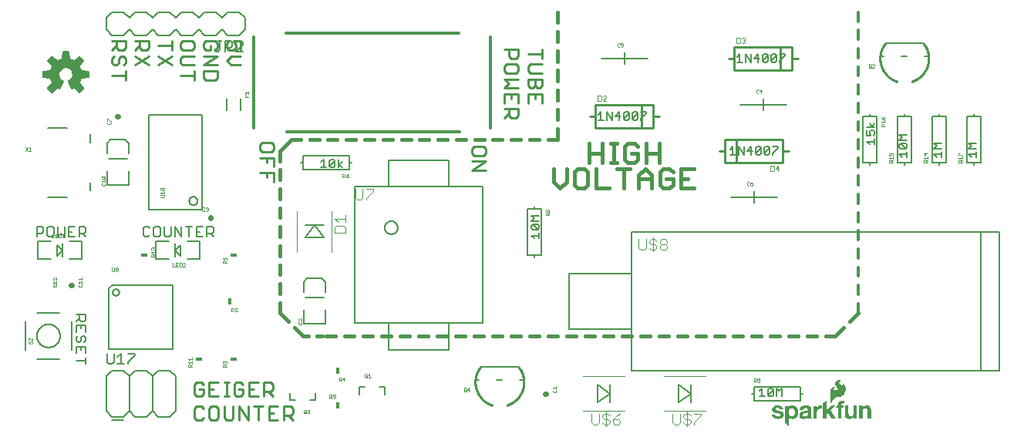
<source format=gbr>
G04 EAGLE Gerber RS-274X export*
G75*
%MOMM*%
%FSLAX34Y34*%
%LPD*%
%INSilkscreen Top*%
%IPPOS*%
%AMOC8*
5,1,8,0,0,1.08239X$1,22.5*%
G01*
%ADD10C,0.406400*%
%ADD11C,0.355600*%
%ADD12C,0.279400*%
%ADD13C,0.203200*%
%ADD14C,0.381000*%
%ADD15R,0.762000X0.457200*%
%ADD16C,0.025400*%
%ADD17R,0.457200X0.762000*%
%ADD18C,0.101600*%
%ADD19C,0.254000*%
%ADD20C,0.050800*%
%ADD21C,0.127000*%
%ADD22C,0.152400*%
%ADD23C,0.020319*%
%ADD24C,0.558800*%
%ADD25C,0.304800*%

G36*
X72627Y368186D02*
X72627Y368186D01*
X72735Y368196D01*
X72748Y368202D01*
X72762Y368204D01*
X72859Y368252D01*
X72958Y368297D01*
X72971Y368308D01*
X72980Y368312D01*
X72995Y368327D01*
X73072Y368390D01*
X77380Y372698D01*
X77443Y372786D01*
X77509Y372872D01*
X77514Y372885D01*
X77522Y372897D01*
X77553Y373000D01*
X77589Y373103D01*
X77589Y373117D01*
X77593Y373130D01*
X77589Y373238D01*
X77590Y373347D01*
X77585Y373360D01*
X77585Y373374D01*
X77547Y373475D01*
X77512Y373578D01*
X77503Y373593D01*
X77499Y373602D01*
X77485Y373619D01*
X77431Y373702D01*
X72617Y379605D01*
X73695Y381700D01*
X73702Y381719D01*
X73743Y381814D01*
X74461Y384058D01*
X82040Y384828D01*
X82144Y384856D01*
X82250Y384881D01*
X82262Y384888D01*
X82275Y384891D01*
X82365Y384952D01*
X82458Y385009D01*
X82466Y385020D01*
X82478Y385028D01*
X82544Y385114D01*
X82613Y385198D01*
X82617Y385211D01*
X82626Y385222D01*
X82660Y385325D01*
X82699Y385426D01*
X82700Y385444D01*
X82704Y385453D01*
X82703Y385474D01*
X82713Y385573D01*
X82713Y391667D01*
X82696Y391775D01*
X82682Y391882D01*
X82676Y391894D01*
X82674Y391908D01*
X82622Y392004D01*
X82575Y392101D01*
X82565Y392111D01*
X82559Y392123D01*
X82479Y392197D01*
X82403Y392274D01*
X82391Y392280D01*
X82381Y392290D01*
X82282Y392335D01*
X82184Y392383D01*
X82167Y392387D01*
X82158Y392391D01*
X82137Y392393D01*
X82040Y392412D01*
X74461Y393182D01*
X73743Y395426D01*
X73734Y395444D01*
X73695Y395540D01*
X72617Y397635D01*
X77431Y403539D01*
X77485Y403633D01*
X77542Y403725D01*
X77545Y403738D01*
X77552Y403750D01*
X77573Y403857D01*
X77598Y403962D01*
X77596Y403976D01*
X77599Y403990D01*
X77584Y404097D01*
X77574Y404205D01*
X77568Y404218D01*
X77566Y404232D01*
X77518Y404329D01*
X77473Y404428D01*
X77462Y404441D01*
X77458Y404450D01*
X77443Y404465D01*
X77380Y404542D01*
X73072Y408850D01*
X72984Y408913D01*
X72898Y408979D01*
X72885Y408984D01*
X72873Y408992D01*
X72770Y409023D01*
X72667Y409059D01*
X72653Y409059D01*
X72640Y409063D01*
X72532Y409059D01*
X72423Y409060D01*
X72410Y409055D01*
X72396Y409055D01*
X72295Y409017D01*
X72192Y408982D01*
X72177Y408973D01*
X72168Y408969D01*
X72151Y408955D01*
X72069Y408901D01*
X66165Y404087D01*
X64070Y405165D01*
X64051Y405172D01*
X63956Y405213D01*
X61712Y405931D01*
X60942Y413510D01*
X60914Y413614D01*
X60889Y413720D01*
X60882Y413732D01*
X60879Y413745D01*
X60818Y413835D01*
X60761Y413928D01*
X60750Y413936D01*
X60742Y413948D01*
X60656Y414014D01*
X60572Y414083D01*
X60559Y414087D01*
X60548Y414096D01*
X60445Y414130D01*
X60344Y414169D01*
X60326Y414170D01*
X60317Y414174D01*
X60296Y414173D01*
X60197Y414183D01*
X54103Y414183D01*
X53995Y414166D01*
X53888Y414152D01*
X53876Y414146D01*
X53862Y414144D01*
X53766Y414092D01*
X53669Y414045D01*
X53659Y414035D01*
X53647Y414029D01*
X53573Y413949D01*
X53496Y413873D01*
X53490Y413861D01*
X53480Y413851D01*
X53435Y413752D01*
X53387Y413654D01*
X53383Y413637D01*
X53379Y413628D01*
X53377Y413607D01*
X53358Y413510D01*
X52588Y405931D01*
X50344Y405213D01*
X50326Y405204D01*
X50230Y405165D01*
X48135Y404087D01*
X42232Y408901D01*
X42137Y408955D01*
X42045Y409012D01*
X42032Y409015D01*
X42020Y409022D01*
X41913Y409043D01*
X41808Y409068D01*
X41794Y409066D01*
X41780Y409069D01*
X41673Y409054D01*
X41565Y409044D01*
X41552Y409038D01*
X41539Y409036D01*
X41441Y408988D01*
X41342Y408943D01*
X41329Y408932D01*
X41320Y408928D01*
X41305Y408913D01*
X41228Y408850D01*
X36920Y404542D01*
X36857Y404454D01*
X36791Y404368D01*
X36786Y404355D01*
X36778Y404343D01*
X36747Y404240D01*
X36711Y404137D01*
X36711Y404123D01*
X36707Y404110D01*
X36711Y404002D01*
X36710Y403893D01*
X36715Y403880D01*
X36715Y403866D01*
X36753Y403765D01*
X36788Y403662D01*
X36797Y403647D01*
X36801Y403638D01*
X36815Y403621D01*
X36869Y403539D01*
X41683Y397635D01*
X40605Y395540D01*
X40598Y395521D01*
X40557Y395426D01*
X39839Y393182D01*
X32260Y392412D01*
X32156Y392384D01*
X32050Y392359D01*
X32038Y392352D01*
X32025Y392349D01*
X31935Y392288D01*
X31842Y392231D01*
X31834Y392220D01*
X31822Y392212D01*
X31756Y392126D01*
X31688Y392042D01*
X31683Y392029D01*
X31674Y392018D01*
X31640Y391915D01*
X31601Y391814D01*
X31600Y391796D01*
X31596Y391787D01*
X31597Y391766D01*
X31587Y391667D01*
X31587Y385573D01*
X31605Y385465D01*
X31618Y385358D01*
X31624Y385346D01*
X31626Y385332D01*
X31678Y385236D01*
X31725Y385139D01*
X31735Y385129D01*
X31741Y385117D01*
X31821Y385043D01*
X31897Y384966D01*
X31909Y384960D01*
X31920Y384950D01*
X32018Y384905D01*
X32116Y384857D01*
X32133Y384853D01*
X32142Y384849D01*
X32163Y384847D01*
X32260Y384828D01*
X39839Y384058D01*
X40557Y381814D01*
X40566Y381796D01*
X40605Y381700D01*
X41683Y379605D01*
X36869Y373702D01*
X36815Y373607D01*
X36758Y373515D01*
X36755Y373502D01*
X36748Y373490D01*
X36727Y373383D01*
X36702Y373278D01*
X36704Y373264D01*
X36701Y373250D01*
X36716Y373143D01*
X36726Y373035D01*
X36732Y373022D01*
X36734Y373009D01*
X36782Y372911D01*
X36827Y372812D01*
X36838Y372799D01*
X36842Y372790D01*
X36857Y372775D01*
X36920Y372698D01*
X41228Y368390D01*
X41316Y368327D01*
X41402Y368261D01*
X41415Y368256D01*
X41427Y368248D01*
X41530Y368217D01*
X41633Y368181D01*
X41647Y368181D01*
X41660Y368177D01*
X41768Y368181D01*
X41877Y368180D01*
X41890Y368185D01*
X41904Y368185D01*
X42005Y368223D01*
X42108Y368258D01*
X42123Y368267D01*
X42132Y368271D01*
X42149Y368285D01*
X42232Y368339D01*
X48135Y373153D01*
X50229Y372074D01*
X50282Y372057D01*
X50331Y372031D01*
X50397Y372020D01*
X50461Y371999D01*
X50517Y372000D01*
X50571Y371991D01*
X50638Y372002D01*
X50705Y372003D01*
X50757Y372021D01*
X50812Y372030D01*
X50871Y372062D01*
X50935Y372084D01*
X50979Y372119D01*
X51028Y372145D01*
X51073Y372194D01*
X51126Y372236D01*
X51157Y372283D01*
X51195Y372323D01*
X51251Y372428D01*
X51259Y372441D01*
X51260Y372446D01*
X51264Y372453D01*
X54852Y381115D01*
X54877Y381222D01*
X54906Y381328D01*
X54905Y381341D01*
X54908Y381353D01*
X54897Y381462D01*
X54890Y381572D01*
X54885Y381583D01*
X54884Y381596D01*
X54838Y381696D01*
X54797Y381797D01*
X54788Y381807D01*
X54783Y381818D01*
X54708Y381898D01*
X54636Y381981D01*
X54623Y381990D01*
X54616Y381996D01*
X54598Y382006D01*
X54513Y382063D01*
X53227Y382750D01*
X52158Y383628D01*
X51280Y384698D01*
X50627Y385918D01*
X50226Y387243D01*
X50090Y388618D01*
X50239Y390062D01*
X50679Y391443D01*
X51392Y392705D01*
X52348Y393795D01*
X53506Y394667D01*
X54818Y395283D01*
X56228Y395619D01*
X57677Y395660D01*
X59104Y395404D01*
X60448Y394862D01*
X61654Y394056D01*
X62669Y393022D01*
X63452Y391802D01*
X63969Y390447D01*
X64198Y389016D01*
X64131Y387568D01*
X63769Y386165D01*
X63128Y384864D01*
X62234Y383722D01*
X61127Y382787D01*
X59784Y382061D01*
X59699Y381995D01*
X59611Y381932D01*
X59602Y381920D01*
X59591Y381912D01*
X59531Y381822D01*
X59468Y381734D01*
X59464Y381720D01*
X59456Y381708D01*
X59429Y381604D01*
X59397Y381501D01*
X59398Y381486D01*
X59394Y381472D01*
X59402Y381364D01*
X59405Y381257D01*
X59410Y381239D01*
X59411Y381229D01*
X59420Y381208D01*
X59448Y381115D01*
X59963Y379873D01*
X59963Y379872D01*
X60273Y379124D01*
X60273Y379123D01*
X60583Y378374D01*
X60894Y377625D01*
X61514Y376126D01*
X61825Y375377D01*
X62135Y374628D01*
X62445Y373879D01*
X62445Y373878D01*
X62756Y373129D01*
X63036Y372453D01*
X63065Y372406D01*
X63086Y372354D01*
X63129Y372303D01*
X63165Y372246D01*
X63208Y372211D01*
X63244Y372168D01*
X63301Y372134D01*
X63353Y372091D01*
X63405Y372072D01*
X63453Y372043D01*
X63519Y372029D01*
X63582Y372005D01*
X63637Y372003D01*
X63692Y371992D01*
X63758Y371999D01*
X63825Y371997D01*
X63879Y372013D01*
X63934Y372020D01*
X64045Y372064D01*
X64059Y372068D01*
X64063Y372071D01*
X64071Y372074D01*
X66165Y373153D01*
X72069Y368339D01*
X72163Y368285D01*
X72255Y368228D01*
X72268Y368225D01*
X72280Y368218D01*
X72387Y368197D01*
X72492Y368172D01*
X72506Y368174D01*
X72520Y368171D01*
X72627Y368186D01*
G37*
G36*
X896742Y27767D02*
X896742Y27767D01*
X896744Y27767D01*
X896944Y28067D01*
X897244Y28366D01*
X897244Y28367D01*
X897544Y28767D01*
X898044Y29266D01*
X898044Y29267D01*
X898544Y29867D01*
X899144Y30466D01*
X899144Y30467D01*
X899644Y31167D01*
X900944Y32466D01*
X900944Y32467D01*
X901443Y33066D01*
X901943Y33466D01*
X902443Y33866D01*
X902942Y34165D01*
X903540Y34265D01*
X905440Y34265D01*
X905441Y34265D01*
X906641Y34465D01*
X907741Y34765D01*
X907742Y34766D01*
X907742Y34765D01*
X908742Y35165D01*
X908742Y35166D01*
X908743Y35166D01*
X909743Y35766D01*
X910543Y36466D01*
X910544Y36466D01*
X911344Y37266D01*
X911344Y37267D01*
X912044Y38167D01*
X912044Y38168D01*
X913044Y39968D01*
X913045Y39969D01*
X913545Y41769D01*
X913544Y41769D01*
X913545Y41770D01*
X913645Y43570D01*
X913645Y43571D01*
X913345Y45171D01*
X913344Y45171D01*
X913345Y45172D01*
X912845Y46572D01*
X912844Y46572D01*
X912844Y46573D01*
X912144Y47773D01*
X911344Y48673D01*
X911343Y48673D01*
X911342Y48674D01*
X910542Y49074D01*
X910541Y49074D01*
X910541Y49075D01*
X910539Y49074D01*
X910536Y49073D01*
X910536Y49071D01*
X910535Y49070D01*
X910535Y48271D01*
X910435Y47972D01*
X910336Y47673D01*
X910038Y47475D01*
X909739Y47375D01*
X909041Y47375D01*
X908242Y47774D01*
X907943Y47974D01*
X907543Y48274D01*
X907243Y48474D01*
X906944Y48773D01*
X906744Y49172D01*
X906744Y49173D01*
X906545Y49472D01*
X906445Y49871D01*
X906445Y49872D01*
X906345Y50170D01*
X906445Y50468D01*
X906544Y50668D01*
X906545Y50668D01*
X906645Y50968D01*
X906844Y51267D01*
X907243Y51566D01*
X907642Y51765D01*
X908141Y51865D01*
X908541Y51965D01*
X908839Y51965D01*
X909138Y51865D01*
X909139Y51866D01*
X909140Y51865D01*
X909440Y51865D01*
X909441Y51866D01*
X909443Y51866D01*
X909443Y51868D01*
X909445Y51869D01*
X909443Y51871D01*
X909444Y51874D01*
X909344Y51974D01*
X909343Y51974D01*
X908943Y52274D01*
X908942Y52274D01*
X908342Y52574D01*
X908342Y52575D01*
X907542Y52875D01*
X906642Y53175D01*
X906641Y53174D01*
X906640Y53175D01*
X905640Y53175D01*
X905639Y53175D01*
X904539Y52975D01*
X904538Y52974D01*
X903438Y52374D01*
X903437Y52374D01*
X902537Y51574D01*
X902537Y51573D01*
X902536Y51573D01*
X902036Y50873D01*
X902036Y50872D01*
X902035Y50872D01*
X901735Y49972D01*
X901735Y49971D01*
X901736Y49971D01*
X901735Y49970D01*
X901735Y49170D01*
X901736Y49169D01*
X901735Y49169D01*
X901935Y48269D01*
X901936Y48268D01*
X902436Y47368D01*
X902436Y47367D01*
X903136Y46567D01*
X903936Y45667D01*
X904636Y44867D01*
X904935Y44169D01*
X904935Y43471D01*
X904736Y42873D01*
X904337Y42374D01*
X903738Y41975D01*
X902939Y41775D01*
X902140Y41775D01*
X901641Y41875D01*
X901142Y42074D01*
X900843Y42274D01*
X900544Y42573D01*
X900345Y42972D01*
X900245Y43271D01*
X900245Y43569D01*
X900345Y43868D01*
X900544Y44167D01*
X900943Y44566D01*
X901242Y44665D01*
X901242Y44666D01*
X901642Y44866D01*
X901643Y44867D01*
X901644Y44866D01*
X901744Y44966D01*
X901744Y44967D01*
X901744Y44969D01*
X901744Y44973D01*
X901743Y44973D01*
X901742Y44974D01*
X901542Y45074D01*
X901541Y45074D01*
X901540Y45075D01*
X901341Y45075D01*
X900941Y45175D01*
X900940Y45174D01*
X900940Y45175D01*
X900140Y45175D01*
X900139Y45175D01*
X899539Y45075D01*
X899539Y45074D01*
X899538Y45075D01*
X898538Y44675D01*
X898538Y44674D01*
X898537Y44674D01*
X898137Y44374D01*
X897637Y44074D01*
X897637Y44073D01*
X897636Y44073D01*
X897336Y43573D01*
X897336Y43572D01*
X897036Y42972D01*
X897035Y42972D01*
X896835Y42372D01*
X896836Y42371D01*
X896835Y42371D01*
X896635Y40571D01*
X896635Y40570D01*
X896635Y27770D01*
X896639Y27765D01*
X896640Y27765D01*
X896740Y27765D01*
X896742Y27767D01*
G37*
G36*
X850941Y2266D02*
X850941Y2266D01*
X850943Y2266D01*
X850943Y2268D01*
X850945Y2270D01*
X850945Y12465D01*
X851038Y12465D01*
X851436Y11967D01*
X851836Y11467D01*
X851837Y11467D01*
X851837Y11466D01*
X852837Y10866D01*
X852838Y10866D01*
X853438Y10566D01*
X853439Y10566D01*
X853439Y10565D01*
X855239Y10265D01*
X855240Y10266D01*
X855241Y10265D01*
X856741Y10465D01*
X856741Y10466D01*
X856742Y10465D01*
X857942Y10865D01*
X857942Y10866D01*
X857943Y10866D01*
X859043Y11666D01*
X859043Y11667D01*
X859044Y11666D01*
X859944Y12566D01*
X859944Y12567D01*
X859944Y12568D01*
X860544Y13668D01*
X860545Y13668D01*
X861045Y14868D01*
X861044Y14869D01*
X861045Y14869D01*
X861345Y16169D01*
X861345Y16170D01*
X861347Y16193D01*
X861347Y16194D01*
X861348Y16208D01*
X861352Y16263D01*
X861353Y16278D01*
X861357Y16333D01*
X861358Y16348D01*
X861362Y16402D01*
X861363Y16417D01*
X861367Y16472D01*
X861368Y16487D01*
X861372Y16541D01*
X861373Y16556D01*
X861376Y16611D01*
X861377Y16611D01*
X861376Y16611D01*
X861378Y16626D01*
X861381Y16680D01*
X861383Y16695D01*
X861386Y16750D01*
X861387Y16765D01*
X861388Y16765D01*
X861391Y16820D01*
X861392Y16834D01*
X861396Y16889D01*
X861397Y16904D01*
X861401Y16959D01*
X861402Y16974D01*
X861406Y17028D01*
X861407Y17043D01*
X861411Y17098D01*
X861412Y17113D01*
X861416Y17167D01*
X861417Y17182D01*
X861421Y17237D01*
X861422Y17252D01*
X861426Y17306D01*
X861426Y17307D01*
X861427Y17321D01*
X861431Y17376D01*
X861432Y17391D01*
X861436Y17446D01*
X861437Y17461D01*
X861441Y17515D01*
X861442Y17530D01*
X861445Y17570D01*
X861345Y19070D01*
X861345Y19071D01*
X861045Y20471D01*
X860645Y21771D01*
X860644Y21772D01*
X860644Y21773D01*
X859944Y22873D01*
X859044Y23873D01*
X859043Y23873D01*
X859043Y23874D01*
X857943Y24574D01*
X857942Y24574D01*
X857942Y24575D01*
X856542Y25075D01*
X856541Y25074D01*
X856540Y25075D01*
X856517Y25077D01*
X856516Y25077D01*
X856442Y25082D01*
X856368Y25087D01*
X856367Y25087D01*
X856293Y25091D01*
X856218Y25096D01*
X856144Y25101D01*
X856069Y25106D01*
X855995Y25111D01*
X855920Y25116D01*
X855846Y25121D01*
X855771Y25126D01*
X855697Y25131D01*
X855622Y25136D01*
X855548Y25141D01*
X855473Y25146D01*
X855399Y25151D01*
X855398Y25151D01*
X855324Y25156D01*
X855250Y25161D01*
X855249Y25161D01*
X855175Y25166D01*
X855100Y25171D01*
X855040Y25175D01*
X854340Y25175D01*
X854339Y25175D01*
X853139Y24975D01*
X853138Y24974D01*
X853137Y24974D01*
X852137Y24374D01*
X851637Y23974D01*
X851636Y23974D01*
X851236Y23574D01*
X851236Y23573D01*
X850845Y23084D01*
X850845Y24870D01*
X850844Y24871D01*
X850841Y24875D01*
X850840Y24874D01*
X850839Y24875D01*
X849839Y24675D01*
X849439Y24575D01*
X848939Y24475D01*
X848539Y24375D01*
X848040Y24375D01*
X848039Y24375D01*
X847539Y24275D01*
X847139Y24175D01*
X847136Y24171D01*
X847135Y24170D01*
X847135Y5670D01*
X847137Y5668D01*
X847137Y5666D01*
X847637Y5266D01*
X848536Y4366D01*
X848537Y4366D01*
X850037Y3166D01*
X850936Y2266D01*
X850938Y2266D01*
X850939Y2265D01*
X850941Y2266D01*
G37*
G36*
X868041Y10266D02*
X868041Y10266D01*
X868042Y10265D01*
X868341Y10365D01*
X868740Y10365D01*
X868741Y10366D01*
X868742Y10365D01*
X869041Y10465D01*
X869340Y10465D01*
X869341Y10466D01*
X869342Y10465D01*
X870542Y10865D01*
X870542Y10866D01*
X870543Y10866D01*
X870842Y11066D01*
X871142Y11165D01*
X871142Y11166D01*
X871143Y11166D01*
X871443Y11366D01*
X871443Y11367D01*
X871444Y11366D01*
X871643Y11566D01*
X871943Y11766D01*
X871943Y11767D01*
X871944Y11767D01*
X872135Y12054D01*
X872135Y11470D01*
X872137Y11468D01*
X872136Y11466D01*
X872235Y11368D01*
X872235Y11070D01*
X872237Y11068D01*
X872236Y11066D01*
X872335Y10968D01*
X872335Y10870D01*
X872337Y10868D01*
X872336Y10866D01*
X872435Y10768D01*
X872435Y10670D01*
X872439Y10665D01*
X872440Y10665D01*
X876340Y10665D01*
X876345Y10669D01*
X876345Y10670D01*
X876345Y10770D01*
X876343Y10772D01*
X876344Y10774D01*
X876244Y10873D01*
X876145Y11071D01*
X876145Y11370D01*
X876144Y11371D01*
X876144Y11372D01*
X876045Y11571D01*
X876045Y11770D01*
X876044Y11771D01*
X876044Y11772D01*
X875945Y11971D01*
X875945Y12870D01*
X875944Y12871D01*
X875944Y12872D01*
X875845Y13071D01*
X875845Y21770D01*
X875845Y21771D01*
X875745Y22271D01*
X875744Y22271D01*
X875745Y22272D01*
X875545Y22772D01*
X875544Y22772D01*
X875344Y23172D01*
X875344Y23173D01*
X875044Y23573D01*
X875043Y23573D01*
X875043Y23574D01*
X873843Y24474D01*
X873842Y24474D01*
X873842Y24475D01*
X873342Y24675D01*
X873341Y24674D01*
X873341Y24675D01*
X872841Y24775D01*
X872342Y24975D01*
X872341Y24974D01*
X872341Y24975D01*
X871841Y25075D01*
X871840Y25075D01*
X871240Y25075D01*
X870741Y25175D01*
X870740Y25175D01*
X868440Y25175D01*
X868439Y25175D01*
X867939Y25075D01*
X867339Y24975D01*
X867339Y24974D01*
X867338Y24975D01*
X866739Y24775D01*
X866239Y24675D01*
X866239Y24674D01*
X866238Y24675D01*
X865738Y24475D01*
X865738Y24474D01*
X865737Y24474D01*
X864737Y23874D01*
X864337Y23574D01*
X864337Y23573D01*
X864336Y23573D01*
X864036Y23173D01*
X863736Y22673D01*
X863436Y22273D01*
X863436Y22272D01*
X863435Y22272D01*
X863235Y21672D01*
X863236Y21671D01*
X863235Y21671D01*
X863235Y21669D01*
X863233Y21659D01*
X863231Y21649D01*
X863230Y21639D01*
X863228Y21629D01*
X863227Y21619D01*
X863226Y21619D01*
X863227Y21619D01*
X863225Y21609D01*
X863223Y21599D01*
X863222Y21589D01*
X863220Y21580D01*
X863220Y21579D01*
X863218Y21570D01*
X863217Y21560D01*
X863215Y21550D01*
X863213Y21540D01*
X863212Y21530D01*
X863210Y21520D01*
X863208Y21510D01*
X863207Y21500D01*
X863205Y21490D01*
X863203Y21480D01*
X863202Y21470D01*
X863200Y21460D01*
X863198Y21450D01*
X863197Y21440D01*
X863195Y21430D01*
X863193Y21421D01*
X863193Y21420D01*
X863192Y21411D01*
X863190Y21401D01*
X863188Y21391D01*
X863187Y21381D01*
X863185Y21371D01*
X863183Y21361D01*
X863182Y21351D01*
X863180Y21341D01*
X863178Y21331D01*
X863177Y21321D01*
X863175Y21311D01*
X863174Y21301D01*
X863173Y21301D01*
X863174Y21301D01*
X863172Y21291D01*
X863170Y21281D01*
X863169Y21271D01*
X863167Y21262D01*
X863167Y21261D01*
X863165Y21252D01*
X863164Y21242D01*
X863162Y21232D01*
X863160Y21222D01*
X863159Y21212D01*
X863157Y21202D01*
X863155Y21192D01*
X863154Y21182D01*
X863152Y21172D01*
X863150Y21162D01*
X863149Y21152D01*
X863147Y21142D01*
X863145Y21132D01*
X863144Y21122D01*
X863142Y21112D01*
X863140Y21103D01*
X863140Y21102D01*
X863139Y21093D01*
X863137Y21083D01*
X863135Y21073D01*
X863135Y21071D01*
X863134Y21063D01*
X863132Y21053D01*
X863130Y21043D01*
X863129Y21033D01*
X863127Y21023D01*
X863125Y21013D01*
X863124Y21003D01*
X863122Y20993D01*
X863121Y20983D01*
X863120Y20983D01*
X863121Y20983D01*
X863119Y20973D01*
X863117Y20963D01*
X863116Y20953D01*
X863114Y20944D01*
X863114Y20943D01*
X863112Y20934D01*
X863111Y20924D01*
X863109Y20914D01*
X863107Y20904D01*
X863106Y20894D01*
X863104Y20884D01*
X863102Y20874D01*
X863101Y20864D01*
X863099Y20854D01*
X863097Y20844D01*
X863096Y20834D01*
X863094Y20824D01*
X863092Y20814D01*
X863091Y20804D01*
X863089Y20794D01*
X863087Y20785D01*
X863087Y20784D01*
X863086Y20775D01*
X863084Y20765D01*
X863082Y20755D01*
X863081Y20745D01*
X863079Y20735D01*
X863077Y20725D01*
X863076Y20715D01*
X863074Y20705D01*
X863072Y20695D01*
X863071Y20685D01*
X863069Y20675D01*
X863068Y20665D01*
X863067Y20665D01*
X863068Y20665D01*
X863066Y20655D01*
X863064Y20645D01*
X863063Y20635D01*
X863061Y20626D01*
X863061Y20625D01*
X863059Y20616D01*
X863058Y20606D01*
X863056Y20596D01*
X863054Y20586D01*
X863053Y20576D01*
X863051Y20566D01*
X863049Y20556D01*
X863048Y20546D01*
X863046Y20536D01*
X863044Y20526D01*
X863043Y20516D01*
X863041Y20506D01*
X863039Y20496D01*
X863038Y20486D01*
X863036Y20476D01*
X863035Y20471D01*
X863036Y20470D01*
X863039Y20465D01*
X863039Y20466D01*
X863040Y20465D01*
X866940Y20465D01*
X866945Y20469D01*
X866945Y20470D01*
X866945Y20969D01*
X867044Y21168D01*
X867045Y21168D01*
X867145Y21468D01*
X867244Y21667D01*
X867643Y22066D01*
X868641Y22565D01*
X870439Y22565D01*
X870638Y22466D01*
X870639Y22466D01*
X870640Y22465D01*
X870839Y22465D01*
X871436Y22166D01*
X871536Y21968D01*
X871537Y21967D01*
X871536Y21966D01*
X871636Y21867D01*
X871935Y21269D01*
X871935Y20172D01*
X871637Y19774D01*
X871138Y19475D01*
X870539Y19275D01*
X869839Y19075D01*
X869139Y18975D01*
X866439Y18675D01*
X865639Y18475D01*
X865638Y18475D01*
X864838Y18175D01*
X864838Y18174D01*
X864138Y17774D01*
X864137Y17774D01*
X863437Y17174D01*
X863437Y17173D01*
X863436Y17172D01*
X863036Y16472D01*
X863035Y16472D01*
X862735Y15572D01*
X862735Y15571D01*
X862535Y14471D01*
X862536Y14470D01*
X862535Y14469D01*
X862635Y13970D01*
X862635Y13470D01*
X862636Y13469D01*
X862636Y13468D01*
X862835Y13068D01*
X862935Y12569D01*
X862936Y12568D01*
X862936Y12567D01*
X863136Y12267D01*
X863436Y11867D01*
X863636Y11567D01*
X863637Y11567D01*
X863636Y11566D01*
X863936Y11266D01*
X863938Y11266D01*
X864338Y11066D01*
X864637Y10866D01*
X864638Y10866D01*
X865038Y10666D01*
X865038Y10665D01*
X865538Y10465D01*
X865539Y10466D01*
X865539Y10465D01*
X865939Y10365D01*
X865940Y10366D01*
X865940Y10365D01*
X866440Y10365D01*
X866939Y10265D01*
X866940Y10265D01*
X868040Y10265D01*
X868041Y10266D01*
G37*
G36*
X892545Y10669D02*
X892545Y10669D01*
X892545Y10670D01*
X892545Y15568D01*
X894039Y16962D01*
X897936Y10667D01*
X897939Y10666D01*
X897940Y10665D01*
X902640Y10665D01*
X902641Y10666D01*
X902642Y10666D01*
X902643Y10667D01*
X902645Y10669D01*
X902644Y10671D01*
X902644Y10673D01*
X896746Y19669D01*
X902044Y24866D01*
X902044Y24868D01*
X902045Y24869D01*
X902044Y24871D01*
X902044Y24873D01*
X902042Y24873D01*
X902040Y24875D01*
X897440Y24875D01*
X897438Y24873D01*
X897436Y24873D01*
X892545Y19782D01*
X892545Y30170D01*
X892544Y30171D01*
X892545Y30172D01*
X892543Y30172D01*
X892541Y30175D01*
X892539Y30174D01*
X892538Y30174D01*
X888638Y28074D01*
X888637Y28072D01*
X888636Y28071D01*
X888635Y28070D01*
X888635Y10670D01*
X888639Y10665D01*
X888640Y10665D01*
X892540Y10665D01*
X892545Y10669D01*
G37*
G36*
X931945Y10669D02*
X931945Y10669D01*
X931945Y10670D01*
X931945Y19070D01*
X932045Y19969D01*
X932344Y20668D01*
X932644Y21167D01*
X933043Y21666D01*
X933542Y21965D01*
X934141Y22065D01*
X934940Y22165D01*
X935539Y22065D01*
X936038Y21965D01*
X936537Y21666D01*
X936836Y21267D01*
X937135Y20768D01*
X937235Y20169D01*
X937335Y19469D01*
X937435Y18670D01*
X937435Y10670D01*
X937439Y10665D01*
X937440Y10665D01*
X941340Y10665D01*
X941345Y10669D01*
X941345Y10670D01*
X941345Y19370D01*
X941245Y20670D01*
X941245Y20671D01*
X941045Y21771D01*
X940745Y22771D01*
X940744Y22772D01*
X940744Y22773D01*
X940244Y23573D01*
X940244Y23574D01*
X939544Y24274D01*
X939543Y24274D01*
X939542Y24274D01*
X938642Y24774D01*
X938641Y24775D01*
X937541Y25075D01*
X937540Y25075D01*
X937479Y25079D01*
X937409Y25084D01*
X937340Y25089D01*
X937270Y25094D01*
X937201Y25099D01*
X937200Y25099D01*
X937131Y25104D01*
X937061Y25109D01*
X936992Y25114D01*
X936922Y25119D01*
X936853Y25124D01*
X936783Y25129D01*
X936714Y25134D01*
X936713Y25134D01*
X936644Y25139D01*
X936574Y25144D01*
X936505Y25149D01*
X936435Y25154D01*
X936366Y25159D01*
X936296Y25164D01*
X936227Y25169D01*
X936157Y25174D01*
X936140Y25175D01*
X935540Y25175D01*
X935539Y25175D01*
X934939Y25075D01*
X934939Y25074D01*
X934938Y25075D01*
X933738Y24675D01*
X933738Y24674D01*
X933737Y24674D01*
X933137Y24274D01*
X932637Y23874D01*
X932636Y23874D01*
X932236Y23474D01*
X932236Y23473D01*
X931837Y22875D01*
X931745Y22875D01*
X931745Y24870D01*
X931741Y24875D01*
X931740Y24875D01*
X928040Y24875D01*
X928035Y24871D01*
X928035Y24870D01*
X928035Y10670D01*
X928039Y10665D01*
X928040Y10665D01*
X931940Y10665D01*
X931945Y10669D01*
G37*
G36*
X917840Y10266D02*
X917840Y10266D01*
X917841Y10265D01*
X918441Y10365D01*
X919141Y10465D01*
X919141Y10466D01*
X919142Y10465D01*
X919742Y10665D01*
X920242Y10865D01*
X920242Y10866D01*
X920842Y11166D01*
X920843Y11166D01*
X921343Y11566D01*
X921343Y11567D01*
X921344Y11567D01*
X921744Y12067D01*
X922143Y12665D01*
X922235Y12665D01*
X922235Y10670D01*
X922239Y10665D01*
X922240Y10665D01*
X925940Y10665D01*
X925945Y10669D01*
X925945Y10670D01*
X925945Y24870D01*
X925941Y24875D01*
X925940Y24875D01*
X922040Y24875D01*
X922035Y24871D01*
X922035Y24870D01*
X922035Y16370D01*
X922034Y16362D01*
X922033Y16357D01*
X922033Y16352D01*
X922029Y16323D01*
X922028Y16318D01*
X922028Y16313D01*
X922024Y16283D01*
X922023Y16278D01*
X922023Y16273D01*
X922019Y16243D01*
X922019Y16238D01*
X922018Y16238D01*
X922019Y16238D01*
X922018Y16233D01*
X922014Y16203D01*
X922014Y16198D01*
X922013Y16193D01*
X922009Y16164D01*
X922009Y16159D01*
X922008Y16154D01*
X922004Y16124D01*
X922004Y16119D01*
X922003Y16114D01*
X921999Y16084D01*
X921999Y16079D01*
X921998Y16074D01*
X921994Y16044D01*
X921994Y16039D01*
X921993Y16034D01*
X921989Y16005D01*
X921989Y16000D01*
X921988Y15995D01*
X921984Y15965D01*
X921984Y15960D01*
X921983Y15955D01*
X921979Y15925D01*
X921979Y15920D01*
X921978Y15915D01*
X921974Y15885D01*
X921974Y15880D01*
X921973Y15875D01*
X921969Y15846D01*
X921969Y15841D01*
X921968Y15836D01*
X921964Y15806D01*
X921964Y15801D01*
X921963Y15796D01*
X921960Y15766D01*
X921959Y15766D01*
X921960Y15766D01*
X921959Y15761D01*
X921958Y15756D01*
X921955Y15726D01*
X921954Y15721D01*
X921953Y15716D01*
X921950Y15687D01*
X921949Y15682D01*
X921948Y15677D01*
X921945Y15647D01*
X921944Y15642D01*
X921943Y15637D01*
X921940Y15607D01*
X921939Y15602D01*
X921938Y15597D01*
X921935Y15571D01*
X921635Y14872D01*
X921336Y14273D01*
X920937Y13874D01*
X920438Y13575D01*
X919839Y13475D01*
X919040Y13375D01*
X918441Y13475D01*
X917942Y13575D01*
X917443Y13874D01*
X917144Y14273D01*
X916845Y14672D01*
X916745Y15271D01*
X916545Y16870D01*
X916545Y24870D01*
X916541Y24875D01*
X916540Y24875D01*
X912740Y24875D01*
X912735Y24871D01*
X912735Y24870D01*
X912735Y14870D01*
X912735Y14869D01*
X912935Y13769D01*
X913235Y12769D01*
X913236Y12768D01*
X913736Y11868D01*
X913737Y11867D01*
X913737Y11866D01*
X914437Y11266D01*
X914438Y11266D01*
X915338Y10766D01*
X915338Y10765D01*
X916438Y10365D01*
X916439Y10366D01*
X916440Y10365D01*
X917840Y10265D01*
X917840Y10266D01*
G37*
G36*
X840240Y10365D02*
X840240Y10365D01*
X840241Y10365D01*
X841441Y10565D01*
X842541Y10865D01*
X842542Y10866D01*
X843542Y11366D01*
X843543Y11366D01*
X844343Y12066D01*
X844343Y12067D01*
X844344Y12067D01*
X844944Y12867D01*
X844944Y12868D01*
X844945Y12868D01*
X845345Y13968D01*
X845344Y13969D01*
X845345Y13969D01*
X845545Y15269D01*
X845544Y15270D01*
X845545Y15271D01*
X845445Y16171D01*
X845444Y16171D01*
X845445Y16172D01*
X845145Y16872D01*
X845144Y16872D01*
X845144Y16873D01*
X844744Y17473D01*
X844743Y17473D01*
X844743Y17474D01*
X844143Y17974D01*
X844142Y17974D01*
X842742Y18774D01*
X842741Y18775D01*
X841841Y18975D01*
X839441Y19575D01*
X838641Y19675D01*
X838042Y19875D01*
X837443Y20174D01*
X837044Y20474D01*
X836745Y20872D01*
X836645Y21271D01*
X836645Y21669D01*
X836844Y21967D01*
X837043Y22266D01*
X837341Y22365D01*
X837741Y22465D01*
X837742Y22465D01*
X838041Y22565D01*
X839739Y22565D01*
X840238Y22366D01*
X840638Y22166D01*
X840936Y21966D01*
X841136Y21668D01*
X841335Y21169D01*
X841435Y20669D01*
X841439Y20666D01*
X841440Y20665D01*
X845140Y20665D01*
X845141Y20666D01*
X845145Y20669D01*
X845144Y20670D01*
X845145Y20671D01*
X844945Y21871D01*
X844944Y21871D01*
X844944Y21872D01*
X844444Y22872D01*
X844444Y22873D01*
X843844Y23673D01*
X843843Y23673D01*
X843843Y23674D01*
X843043Y24274D01*
X843042Y24274D01*
X843042Y24275D01*
X842142Y24675D01*
X842142Y24674D01*
X842141Y24675D01*
X841141Y24975D01*
X840041Y25175D01*
X840040Y25175D01*
X837740Y25175D01*
X837739Y25175D01*
X836639Y24975D01*
X835639Y24775D01*
X835639Y24774D01*
X835638Y24774D01*
X834638Y24274D01*
X834637Y24274D01*
X833937Y23674D01*
X833937Y23673D01*
X833936Y23673D01*
X833236Y22873D01*
X833236Y22872D01*
X833235Y22872D01*
X832835Y21872D01*
X832836Y21871D01*
X832835Y21870D01*
X832735Y20670D01*
X832735Y20669D01*
X832835Y19769D01*
X832836Y19769D01*
X832835Y19768D01*
X833135Y19068D01*
X833136Y19068D01*
X833136Y19067D01*
X833536Y18467D01*
X833537Y18467D01*
X833537Y18466D01*
X834137Y18066D01*
X834138Y18066D01*
X834838Y17666D01*
X834838Y17665D01*
X835538Y17365D01*
X836338Y17065D01*
X836339Y17066D01*
X836339Y17065D01*
X837239Y16865D01*
X838239Y16665D01*
X839839Y16265D01*
X840438Y16066D01*
X840937Y15766D01*
X841336Y15467D01*
X841535Y15068D01*
X841635Y14670D01*
X841535Y14271D01*
X841436Y13873D01*
X841137Y13574D01*
X840737Y13274D01*
X840338Y13075D01*
X839939Y12975D01*
X839540Y12975D01*
X839539Y12974D01*
X839539Y12975D01*
X839140Y12875D01*
X838541Y12975D01*
X838041Y13075D01*
X837442Y13175D01*
X837043Y13474D01*
X836644Y13774D01*
X836344Y14173D01*
X836145Y14671D01*
X836145Y15270D01*
X836141Y15275D01*
X836140Y15275D01*
X832440Y15275D01*
X832435Y15271D01*
X832436Y15270D01*
X832435Y15269D01*
X832635Y13969D01*
X832636Y13969D01*
X832635Y13968D01*
X833035Y12968D01*
X833036Y12968D01*
X833036Y12967D01*
X833736Y12067D01*
X833737Y12067D01*
X833737Y12066D01*
X834537Y11366D01*
X834538Y11366D01*
X835538Y10866D01*
X835539Y10865D01*
X836639Y10565D01*
X837839Y10365D01*
X837840Y10365D01*
X839040Y10265D01*
X840240Y10365D01*
G37*
G36*
X908845Y10669D02*
X908845Y10669D01*
X908845Y10670D01*
X908845Y22265D01*
X911540Y22265D01*
X911545Y22269D01*
X911545Y22270D01*
X911545Y24870D01*
X911541Y24875D01*
X911540Y24875D01*
X908845Y24875D01*
X908845Y25669D01*
X908945Y26069D01*
X908944Y26070D01*
X908945Y26070D01*
X908945Y26469D01*
X909044Y26668D01*
X909243Y26966D01*
X909642Y27165D01*
X910041Y27265D01*
X911740Y27265D01*
X911745Y27269D01*
X911745Y27270D01*
X911745Y30070D01*
X911743Y30073D01*
X911742Y30074D01*
X911542Y30174D01*
X911541Y30174D01*
X911540Y30175D01*
X908640Y30175D01*
X908639Y30174D01*
X908639Y30175D01*
X907639Y29875D01*
X907638Y29874D01*
X906838Y29474D01*
X906837Y29474D01*
X906137Y28974D01*
X906137Y28973D01*
X906136Y28973D01*
X905636Y28373D01*
X905636Y28372D01*
X905635Y28372D01*
X905335Y27672D01*
X905035Y26872D01*
X905036Y26871D01*
X905035Y26870D01*
X905035Y24875D01*
X903840Y24875D01*
X903838Y24873D01*
X903836Y24873D01*
X903536Y24474D01*
X903137Y24174D01*
X903136Y24174D01*
X901537Y22574D01*
X901137Y22274D01*
X901137Y22272D01*
X901135Y22271D01*
X901136Y22270D01*
X901136Y22268D01*
X901138Y22267D01*
X901140Y22265D01*
X905035Y22265D01*
X905035Y10670D01*
X905039Y10665D01*
X905040Y10665D01*
X908840Y10665D01*
X908845Y10669D01*
G37*
G36*
X881945Y10669D02*
X881945Y10669D01*
X881945Y10670D01*
X881945Y17969D01*
X882145Y18869D01*
X882345Y19568D01*
X882744Y20267D01*
X883243Y20866D01*
X883942Y21265D01*
X884741Y21465D01*
X885741Y21565D01*
X886839Y21565D01*
X887038Y21466D01*
X887039Y21466D01*
X887040Y21465D01*
X887140Y21465D01*
X887145Y21469D01*
X887145Y21470D01*
X887145Y25070D01*
X887141Y25075D01*
X887140Y25075D01*
X887042Y25075D01*
X886944Y25174D01*
X886941Y25174D01*
X886940Y25175D01*
X885540Y25175D01*
X885539Y25174D01*
X885539Y25175D01*
X884839Y24975D01*
X884838Y24975D01*
X884238Y24775D01*
X884238Y24774D01*
X883538Y24374D01*
X883537Y24374D01*
X883037Y23974D01*
X883037Y23973D01*
X883036Y23973D01*
X882536Y23373D01*
X882136Y22873D01*
X882136Y22872D01*
X881745Y22189D01*
X881745Y24870D01*
X881745Y24871D01*
X881744Y24871D01*
X881741Y24875D01*
X881740Y24874D01*
X881739Y24875D01*
X881339Y24775D01*
X880839Y24675D01*
X880339Y24575D01*
X879939Y24475D01*
X879440Y24375D01*
X878940Y24375D01*
X878939Y24374D01*
X878939Y24375D01*
X878539Y24275D01*
X878039Y24175D01*
X878037Y24172D01*
X878035Y24171D01*
X878036Y24170D01*
X878035Y24170D01*
X878035Y10670D01*
X878039Y10665D01*
X878040Y10665D01*
X881940Y10665D01*
X881945Y10669D01*
G37*
%LPC*%
G36*
X853341Y13375D02*
X853341Y13375D01*
X852642Y13574D01*
X852043Y14074D01*
X851544Y14573D01*
X851245Y15272D01*
X851045Y16071D01*
X850845Y16871D01*
X850845Y18570D01*
X850846Y18582D01*
X850847Y18582D01*
X850847Y18587D01*
X850848Y18592D01*
X850848Y18597D01*
X850851Y18622D01*
X850852Y18626D01*
X850852Y18627D01*
X850853Y18631D01*
X850853Y18636D01*
X850856Y18661D01*
X850857Y18666D01*
X850858Y18671D01*
X850858Y18676D01*
X850861Y18701D01*
X850862Y18706D01*
X850863Y18711D01*
X850863Y18716D01*
X850866Y18741D01*
X850867Y18746D01*
X850868Y18751D01*
X850868Y18756D01*
X850871Y18781D01*
X850872Y18785D01*
X850872Y18786D01*
X850873Y18790D01*
X850873Y18795D01*
X850876Y18820D01*
X850877Y18825D01*
X850878Y18830D01*
X850878Y18835D01*
X850881Y18860D01*
X850882Y18865D01*
X850883Y18870D01*
X850883Y18875D01*
X850886Y18900D01*
X850887Y18905D01*
X850887Y18910D01*
X850888Y18910D01*
X850887Y18910D01*
X850888Y18915D01*
X850891Y18940D01*
X850892Y18944D01*
X850892Y18945D01*
X850892Y18949D01*
X850893Y18954D01*
X850896Y18979D01*
X850897Y18984D01*
X850897Y18989D01*
X850898Y18994D01*
X850901Y19019D01*
X850902Y19024D01*
X850902Y19029D01*
X850903Y19034D01*
X850906Y19059D01*
X850907Y19064D01*
X850907Y19069D01*
X850908Y19074D01*
X850911Y19099D01*
X850912Y19103D01*
X850912Y19104D01*
X850912Y19108D01*
X850913Y19113D01*
X850916Y19138D01*
X850917Y19143D01*
X850917Y19148D01*
X850918Y19153D01*
X850921Y19178D01*
X850922Y19183D01*
X850922Y19188D01*
X850923Y19193D01*
X850926Y19218D01*
X850927Y19223D01*
X850927Y19228D01*
X850928Y19233D01*
X850931Y19258D01*
X850932Y19262D01*
X850932Y19263D01*
X850932Y19267D01*
X850933Y19272D01*
X850936Y19297D01*
X850937Y19302D01*
X850937Y19307D01*
X850938Y19312D01*
X850941Y19337D01*
X850942Y19342D01*
X850942Y19347D01*
X850943Y19352D01*
X850945Y19369D01*
X851245Y20168D01*
X851544Y20867D01*
X852044Y21466D01*
X852543Y21866D01*
X853341Y22165D01*
X854140Y22265D01*
X855039Y22165D01*
X855738Y21866D01*
X856337Y21466D01*
X856836Y20867D01*
X857135Y20168D01*
X857435Y19369D01*
X857535Y18570D01*
X857535Y16870D01*
X857534Y16861D01*
X857533Y16856D01*
X857533Y16851D01*
X857529Y16821D01*
X857528Y16816D01*
X857528Y16811D01*
X857524Y16781D01*
X857523Y16776D01*
X857523Y16771D01*
X857519Y16741D01*
X857518Y16736D01*
X857518Y16731D01*
X857514Y16702D01*
X857513Y16697D01*
X857513Y16692D01*
X857509Y16662D01*
X857508Y16657D01*
X857508Y16652D01*
X857504Y16622D01*
X857503Y16617D01*
X857503Y16612D01*
X857499Y16582D01*
X857498Y16577D01*
X857498Y16572D01*
X857494Y16543D01*
X857493Y16538D01*
X857493Y16533D01*
X857489Y16503D01*
X857488Y16498D01*
X857488Y16493D01*
X857484Y16463D01*
X857484Y16458D01*
X857483Y16458D01*
X857484Y16458D01*
X857483Y16453D01*
X857479Y16423D01*
X857479Y16418D01*
X857478Y16413D01*
X857474Y16384D01*
X857474Y16379D01*
X857473Y16374D01*
X857469Y16344D01*
X857469Y16339D01*
X857468Y16334D01*
X857464Y16304D01*
X857464Y16299D01*
X857463Y16294D01*
X857459Y16264D01*
X857459Y16259D01*
X857458Y16254D01*
X857454Y16225D01*
X857454Y16220D01*
X857453Y16215D01*
X857449Y16185D01*
X857449Y16180D01*
X857448Y16175D01*
X857444Y16145D01*
X857444Y16140D01*
X857443Y16135D01*
X857439Y16105D01*
X857439Y16100D01*
X857438Y16095D01*
X857435Y16071D01*
X857135Y15272D01*
X856836Y14573D01*
X856436Y14074D01*
X855838Y13575D01*
X855039Y13375D01*
X854240Y13275D01*
X853341Y13375D01*
G37*
%LPD*%
%LPC*%
G36*
X868341Y12875D02*
X868341Y12875D01*
X868142Y12974D01*
X868141Y12974D01*
X868140Y12975D01*
X867941Y12975D01*
X867742Y13074D01*
X867741Y13074D01*
X867740Y13075D01*
X867541Y13075D01*
X867143Y13274D01*
X867044Y13374D01*
X867042Y13374D01*
X866844Y13474D01*
X866744Y13672D01*
X866743Y13673D01*
X866744Y13674D01*
X866644Y13773D01*
X866545Y13971D01*
X866545Y14170D01*
X866544Y14171D01*
X866545Y14172D01*
X866445Y14471D01*
X866445Y14969D01*
X866544Y15168D01*
X866545Y15169D01*
X866544Y15169D01*
X866545Y15170D01*
X866545Y15369D01*
X866844Y15966D01*
X867042Y16066D01*
X867043Y16067D01*
X867044Y16066D01*
X867143Y16166D01*
X867542Y16366D01*
X867543Y16367D01*
X867544Y16366D01*
X867643Y16466D01*
X867842Y16565D01*
X868141Y16665D01*
X868340Y16665D01*
X868341Y16666D01*
X868342Y16666D01*
X868541Y16765D01*
X868940Y16765D01*
X868941Y16766D01*
X868942Y16765D01*
X869241Y16865D01*
X869640Y16865D01*
X869641Y16866D01*
X869642Y16865D01*
X869941Y16965D01*
X870140Y16965D01*
X870141Y16966D01*
X870142Y16966D01*
X870341Y17065D01*
X870740Y17065D01*
X870741Y17066D01*
X870742Y17066D01*
X870941Y17165D01*
X871140Y17165D01*
X871141Y17166D01*
X871142Y17166D01*
X871541Y17365D01*
X871740Y17365D01*
X871742Y17367D01*
X871744Y17366D01*
X871935Y17558D01*
X871935Y15271D01*
X871835Y14972D01*
X871736Y14772D01*
X871735Y14772D01*
X871635Y14472D01*
X871536Y14173D01*
X871336Y13974D01*
X871336Y13973D01*
X871136Y13673D01*
X870937Y13474D01*
X870638Y13275D01*
X870239Y13175D01*
X870238Y13174D01*
X869839Y12975D01*
X869340Y12975D01*
X869339Y12975D01*
X868840Y12875D01*
X868341Y12875D01*
G37*
%LPD*%
D10*
X292100Y127000D02*
X301264Y117836D01*
X308336Y110764D02*
X317500Y101600D01*
X323295Y101600D01*
X333295Y101600D02*
X339090Y101600D01*
X342900Y101600D02*
X353214Y101600D01*
X363214Y101600D02*
X373529Y101600D01*
X383529Y101600D02*
X393843Y101600D01*
X403843Y101600D02*
X414157Y101600D01*
X424157Y101600D02*
X434471Y101600D01*
X444471Y101600D02*
X454786Y101600D01*
X464786Y101600D02*
X475100Y101600D01*
X485100Y101600D02*
X495414Y101600D01*
X505414Y101600D02*
X515729Y101600D01*
X525729Y101600D02*
X536043Y101600D01*
X546043Y101600D02*
X556357Y101600D01*
X566357Y101600D02*
X576671Y101600D01*
X586671Y101600D02*
X596986Y101600D01*
X606986Y101600D02*
X617300Y101600D01*
X627300Y101600D02*
X637614Y101600D01*
X647614Y101600D02*
X657929Y101600D01*
X667929Y101600D02*
X678243Y101600D01*
X688243Y101600D02*
X698557Y101600D01*
X708557Y101600D02*
X718871Y101600D01*
X728871Y101600D02*
X739186Y101600D01*
X749186Y101600D02*
X759500Y101600D01*
X769500Y101600D02*
X779814Y101600D01*
X789814Y101600D02*
X800129Y101600D01*
X810129Y101600D02*
X820443Y101600D01*
X830443Y101600D02*
X840757Y101600D01*
X850757Y101600D02*
X861071Y101600D01*
X871071Y101600D02*
X881386Y101600D01*
X891386Y101600D02*
X901700Y101600D01*
X910864Y110764D01*
X917936Y117836D02*
X927100Y127000D01*
D11*
X927100Y137012D01*
X927100Y147012D02*
X927100Y157024D01*
X927100Y167024D02*
X927100Y177035D01*
X927100Y187035D02*
X927100Y197047D01*
X927100Y207047D02*
X927100Y217059D01*
X927100Y227059D02*
X927100Y237071D01*
X927100Y247071D02*
X927100Y257082D01*
X927100Y267082D02*
X927100Y277094D01*
X927100Y287094D02*
X927100Y297106D01*
X927100Y307106D02*
X927100Y317118D01*
X927100Y327118D02*
X927100Y337129D01*
X927100Y347129D02*
X927100Y357141D01*
X927100Y367141D02*
X927100Y377153D01*
X927100Y387153D02*
X927100Y397165D01*
X927100Y407165D02*
X927100Y417176D01*
X927100Y427176D02*
X927100Y437188D01*
X927100Y447188D02*
X927100Y457200D01*
D10*
X596900Y328886D02*
X596900Y317500D01*
X596900Y338886D02*
X596900Y350271D01*
X596900Y360271D02*
X596900Y371657D01*
X596900Y381657D02*
X596900Y393043D01*
X596900Y403043D02*
X596900Y414429D01*
X596900Y424429D02*
X596900Y435814D01*
X596900Y445814D02*
X596900Y457200D01*
X314940Y317500D02*
X304800Y317500D01*
X324940Y317500D02*
X335080Y317500D01*
X345080Y317500D02*
X355220Y317500D01*
X365220Y317500D02*
X375360Y317500D01*
X385360Y317500D02*
X395500Y317500D01*
X405500Y317500D02*
X415640Y317500D01*
X425640Y317500D02*
X435780Y317500D01*
X445780Y317500D02*
X455920Y317500D01*
X465920Y317500D02*
X476060Y317500D01*
X486060Y317500D02*
X496200Y317500D01*
X506200Y317500D02*
X516340Y317500D01*
X526340Y317500D02*
X536480Y317500D01*
X546480Y317500D02*
X556620Y317500D01*
X566620Y317500D02*
X576760Y317500D01*
X586760Y317500D02*
X596900Y317500D01*
X304800Y317500D02*
X292100Y304800D01*
X292100Y293933D01*
X292100Y283933D02*
X292100Y273067D01*
X292100Y263067D02*
X292100Y252200D01*
X292100Y242200D02*
X292100Y231333D01*
X292100Y221333D02*
X292100Y210467D01*
X292100Y200467D02*
X292100Y189600D01*
X292100Y179600D02*
X292100Y168733D01*
X292100Y158733D02*
X292100Y147867D01*
X292100Y137867D02*
X292100Y127000D01*
D12*
X518046Y302254D02*
X518046Y307253D01*
X515546Y309753D01*
X505547Y309753D01*
X503047Y307253D01*
X503047Y302254D01*
X505547Y299754D01*
X515546Y299754D01*
X518046Y302254D01*
X518046Y293381D02*
X503047Y293381D01*
X503047Y283382D02*
X518046Y293381D01*
X518046Y283382D02*
X503047Y283382D01*
X285636Y306064D02*
X285636Y311063D01*
X283136Y313563D01*
X273137Y313563D01*
X270637Y311063D01*
X270637Y306064D01*
X273137Y303564D01*
X283136Y303564D01*
X285636Y306064D01*
X285636Y297191D02*
X270637Y297191D01*
X285636Y297191D02*
X285636Y287192D01*
X278136Y292192D02*
X278136Y297191D01*
X270637Y280820D02*
X285636Y280820D01*
X285636Y270821D01*
X278136Y275820D02*
X278136Y280820D01*
X205746Y50686D02*
X208246Y48186D01*
X205746Y50686D02*
X200747Y50686D01*
X198247Y48186D01*
X198247Y38187D01*
X200747Y35687D01*
X205746Y35687D01*
X208246Y38187D01*
X208246Y43186D01*
X203247Y43186D01*
X214619Y50686D02*
X224618Y50686D01*
X214619Y50686D02*
X214619Y35687D01*
X224618Y35687D01*
X219618Y43186D02*
X214619Y43186D01*
X230990Y35687D02*
X235990Y35687D01*
X233490Y35687D02*
X233490Y50686D01*
X230990Y50686D02*
X235990Y50686D01*
X249404Y50686D02*
X251904Y48186D01*
X249404Y50686D02*
X244404Y50686D01*
X241905Y48186D01*
X241905Y38187D01*
X244404Y35687D01*
X249404Y35687D01*
X251904Y38187D01*
X251904Y43186D01*
X246904Y43186D01*
X258276Y50686D02*
X268275Y50686D01*
X258276Y50686D02*
X258276Y35687D01*
X268275Y35687D01*
X263276Y43186D02*
X258276Y43186D01*
X274648Y35687D02*
X274648Y50686D01*
X282147Y50686D01*
X284647Y48186D01*
X284647Y43186D01*
X282147Y40687D01*
X274648Y40687D01*
X279647Y40687D02*
X284647Y35687D01*
X208246Y21516D02*
X205746Y24016D01*
X200747Y24016D01*
X198247Y21516D01*
X198247Y11517D01*
X200747Y9017D01*
X205746Y9017D01*
X208246Y11517D01*
X217118Y24016D02*
X222118Y24016D01*
X217118Y24016D02*
X214619Y21516D01*
X214619Y11517D01*
X217118Y9017D01*
X222118Y9017D01*
X224618Y11517D01*
X224618Y21516D01*
X222118Y24016D01*
X230990Y24016D02*
X230990Y11517D01*
X233490Y9017D01*
X238490Y9017D01*
X240989Y11517D01*
X240989Y24016D01*
X247362Y24016D02*
X247362Y9017D01*
X257361Y9017D02*
X247362Y24016D01*
X257361Y24016D02*
X257361Y9017D01*
X268733Y9017D02*
X268733Y24016D01*
X273732Y24016D02*
X263733Y24016D01*
X280105Y24016D02*
X290104Y24016D01*
X280105Y24016D02*
X280105Y9017D01*
X290104Y9017D01*
X285104Y16516D02*
X280105Y16516D01*
X296476Y9017D02*
X296476Y24016D01*
X303976Y24016D01*
X306476Y21516D01*
X306476Y16516D01*
X303976Y14017D01*
X296476Y14017D01*
X301476Y14017D02*
X306476Y9017D01*
D13*
X25146Y210566D02*
X25146Y221243D01*
X30485Y221243D01*
X32264Y219464D01*
X32264Y215905D01*
X30485Y214125D01*
X25146Y214125D01*
X38619Y221243D02*
X42179Y221243D01*
X38619Y221243D02*
X36840Y219464D01*
X36840Y212346D01*
X38619Y210566D01*
X42179Y210566D01*
X43958Y212346D01*
X43958Y219464D01*
X42179Y221243D01*
X48534Y221243D02*
X48534Y210566D01*
X52093Y214125D01*
X55652Y210566D01*
X55652Y221243D01*
X60228Y221243D02*
X67346Y221243D01*
X60228Y221243D02*
X60228Y210566D01*
X67346Y210566D01*
X63787Y215905D02*
X60228Y215905D01*
X71922Y221243D02*
X71922Y210566D01*
X71922Y221243D02*
X77260Y221243D01*
X79040Y219464D01*
X79040Y215905D01*
X77260Y214125D01*
X71922Y214125D01*
X75481Y214125D02*
X79040Y210566D01*
X147325Y221243D02*
X149104Y219464D01*
X147325Y221243D02*
X143766Y221243D01*
X141986Y219464D01*
X141986Y212346D01*
X143766Y210566D01*
X147325Y210566D01*
X149104Y212346D01*
X155459Y221243D02*
X159019Y221243D01*
X155459Y221243D02*
X153680Y219464D01*
X153680Y212346D01*
X155459Y210566D01*
X159019Y210566D01*
X160798Y212346D01*
X160798Y219464D01*
X159019Y221243D01*
X165374Y221243D02*
X165374Y212346D01*
X167153Y210566D01*
X170713Y210566D01*
X172492Y212346D01*
X172492Y221243D01*
X177068Y221243D02*
X177068Y210566D01*
X184186Y210566D02*
X177068Y221243D01*
X184186Y221243D02*
X184186Y210566D01*
X192321Y210566D02*
X192321Y221243D01*
X188762Y221243D02*
X195880Y221243D01*
X200456Y221243D02*
X207574Y221243D01*
X200456Y221243D02*
X200456Y210566D01*
X207574Y210566D01*
X204015Y215905D02*
X200456Y215905D01*
X212150Y221243D02*
X212150Y210566D01*
X212150Y221243D02*
X217488Y221243D01*
X219268Y219464D01*
X219268Y215905D01*
X217488Y214125D01*
X212150Y214125D01*
X215709Y214125D02*
X219268Y210566D01*
D14*
X631825Y291465D02*
X631825Y313073D01*
X631825Y302269D02*
X646231Y302269D01*
X646231Y313073D02*
X646231Y291465D01*
X655213Y291465D02*
X662416Y291465D01*
X658814Y291465D02*
X658814Y313073D01*
X655213Y313073D02*
X662416Y313073D01*
X681609Y313073D02*
X685211Y309472D01*
X681609Y313073D02*
X674406Y313073D01*
X670805Y309472D01*
X670805Y295066D01*
X674406Y291465D01*
X681609Y291465D01*
X685211Y295066D01*
X685211Y302269D01*
X678008Y302269D01*
X694193Y291465D02*
X694193Y313073D01*
X694193Y302269D02*
X708599Y302269D01*
X708599Y313073D02*
X708599Y291465D01*
D13*
X79003Y124714D02*
X68326Y124714D01*
X79003Y124714D02*
X79003Y119375D01*
X77224Y117596D01*
X73665Y117596D01*
X71885Y119375D01*
X71885Y124714D01*
X71885Y121155D02*
X68326Y117596D01*
X79003Y113020D02*
X79003Y105902D01*
X79003Y113020D02*
X68326Y113020D01*
X68326Y105902D01*
X73665Y109461D02*
X73665Y113020D01*
X79003Y95988D02*
X77224Y94208D01*
X79003Y95988D02*
X79003Y99547D01*
X77224Y101326D01*
X75444Y101326D01*
X73665Y99547D01*
X73665Y95988D01*
X71885Y94208D01*
X70106Y94208D01*
X68326Y95988D01*
X68326Y99547D01*
X70106Y101326D01*
X79003Y89632D02*
X79003Y82514D01*
X79003Y89632D02*
X68326Y89632D01*
X68326Y82514D01*
X73665Y86073D02*
X73665Y89632D01*
X68326Y74379D02*
X79003Y74379D01*
X79003Y77938D02*
X79003Y70820D01*
D12*
X198006Y417824D02*
X198006Y422823D01*
X195506Y425323D01*
X185507Y425323D01*
X183007Y422823D01*
X183007Y417824D01*
X185507Y415324D01*
X195506Y415324D01*
X198006Y417824D01*
X198006Y408951D02*
X185507Y408951D01*
X183007Y406452D01*
X183007Y401452D01*
X185507Y398952D01*
X198006Y398952D01*
X198006Y387580D02*
X183007Y387580D01*
X198006Y392580D02*
X198006Y382581D01*
X220906Y415324D02*
X223406Y417824D01*
X223406Y422823D01*
X220906Y425323D01*
X210907Y425323D01*
X208407Y422823D01*
X208407Y417824D01*
X210907Y415324D01*
X215906Y415324D01*
X215906Y420323D01*
X208407Y408951D02*
X223406Y408951D01*
X208407Y398952D01*
X223406Y398952D01*
X223406Y392580D02*
X208407Y392580D01*
X208407Y385080D01*
X210907Y382581D01*
X220906Y382581D01*
X223406Y385080D01*
X223406Y392580D01*
X565277Y411433D02*
X580276Y411433D01*
X580276Y406434D02*
X580276Y416433D01*
X580276Y400061D02*
X567777Y400061D01*
X565277Y397562D01*
X565277Y392562D01*
X567777Y390062D01*
X580276Y390062D01*
X580276Y383690D02*
X565277Y383690D01*
X580276Y383690D02*
X580276Y376190D01*
X577776Y373691D01*
X575276Y373691D01*
X572776Y376190D01*
X570277Y373691D01*
X567777Y373691D01*
X565277Y376190D01*
X565277Y383690D01*
X572776Y383690D02*
X572776Y376190D01*
X580276Y367318D02*
X580276Y357319D01*
X580276Y367318D02*
X565277Y367318D01*
X565277Y357319D01*
X572776Y362319D02*
X572776Y367318D01*
X553606Y416433D02*
X538607Y416433D01*
X553606Y416433D02*
X553606Y408934D01*
X551106Y406434D01*
X546106Y406434D01*
X543607Y408934D01*
X543607Y416433D01*
X553606Y397562D02*
X553606Y392562D01*
X553606Y397562D02*
X551106Y400061D01*
X541107Y400061D01*
X538607Y397562D01*
X538607Y392562D01*
X541107Y390062D01*
X551106Y390062D01*
X553606Y392562D01*
X553606Y383690D02*
X538607Y383690D01*
X543607Y378690D01*
X538607Y373691D01*
X553606Y373691D01*
X553606Y367318D02*
X553606Y357319D01*
X553606Y367318D02*
X538607Y367318D01*
X538607Y357319D01*
X546106Y362319D02*
X546106Y367318D01*
X538607Y350947D02*
X553606Y350947D01*
X553606Y343447D01*
X551106Y340948D01*
X546106Y340948D01*
X543607Y343447D01*
X543607Y350947D01*
X543607Y345947D02*
X538607Y340948D01*
X148476Y425323D02*
X133477Y425323D01*
X148476Y425323D02*
X148476Y417824D01*
X145976Y415324D01*
X140976Y415324D01*
X138477Y417824D01*
X138477Y425323D01*
X138477Y420323D02*
X133477Y415324D01*
X148476Y408951D02*
X133477Y398952D01*
X133477Y408951D02*
X148476Y398952D01*
X158877Y420323D02*
X173876Y420323D01*
X173876Y415324D02*
X173876Y425323D01*
X173876Y408951D02*
X158877Y398952D01*
X158877Y408951D02*
X173876Y398952D01*
X123076Y425323D02*
X108077Y425323D01*
X123076Y425323D02*
X123076Y417824D01*
X120576Y415324D01*
X115576Y415324D01*
X113077Y417824D01*
X113077Y425323D01*
X113077Y420323D02*
X108077Y415324D01*
X123076Y401452D02*
X120576Y398952D01*
X123076Y401452D02*
X123076Y406452D01*
X120576Y408951D01*
X118076Y408951D01*
X115576Y406452D01*
X115576Y401452D01*
X113077Y398952D01*
X110577Y398952D01*
X108077Y401452D01*
X108077Y406452D01*
X110577Y408951D01*
X108077Y387580D02*
X123076Y387580D01*
X123076Y382581D02*
X123076Y392580D01*
X248806Y415324D02*
X248806Y425323D01*
X241306Y425323D01*
X243806Y420323D01*
X243806Y417824D01*
X241306Y415324D01*
X236307Y415324D01*
X233807Y417824D01*
X233807Y422823D01*
X236307Y425323D01*
X238807Y408951D02*
X248806Y408951D01*
X238807Y408951D02*
X233807Y403952D01*
X238807Y398952D01*
X248806Y398952D01*
D14*
X592455Y285133D02*
X592455Y270728D01*
X599658Y263525D01*
X606861Y270728D01*
X606861Y285133D01*
X619444Y285133D02*
X626647Y285133D01*
X619444Y285133D02*
X615843Y281532D01*
X615843Y267126D01*
X619444Y263525D01*
X626647Y263525D01*
X630249Y267126D01*
X630249Y281532D01*
X626647Y285133D01*
X639231Y285133D02*
X639231Y263525D01*
X653637Y263525D01*
X669822Y263525D02*
X669822Y285133D01*
X662619Y285133D02*
X677025Y285133D01*
X686007Y277931D02*
X686007Y263525D01*
X686007Y277931D02*
X693210Y285133D01*
X700413Y277931D01*
X700413Y263525D01*
X700413Y274329D02*
X686007Y274329D01*
X720199Y285133D02*
X723800Y281532D01*
X720199Y285133D02*
X712996Y285133D01*
X709395Y281532D01*
X709395Y267126D01*
X712996Y263525D01*
X720199Y263525D01*
X723800Y267126D01*
X723800Y274329D01*
X716598Y274329D01*
X732783Y285133D02*
X747188Y285133D01*
X732783Y285133D02*
X732783Y263525D01*
X747188Y263525D01*
X739986Y274329D02*
X732783Y274329D01*
D15*
X241300Y190500D03*
D16*
X233553Y181737D02*
X229740Y181737D01*
X229740Y183644D01*
X230375Y184279D01*
X231646Y184279D01*
X232282Y183644D01*
X232282Y181737D01*
X232282Y183008D02*
X233553Y184279D01*
X231011Y185479D02*
X229740Y186750D01*
X233553Y186750D01*
X233553Y185479D02*
X233553Y188021D01*
D17*
X237490Y139700D03*
D16*
X239023Y131956D02*
X239023Y128143D01*
X239023Y131956D02*
X240929Y131956D01*
X241565Y131321D01*
X241565Y130050D01*
X240929Y129414D01*
X239023Y129414D01*
X240294Y129414D02*
X241565Y128143D01*
X242765Y128143D02*
X245307Y128143D01*
X242765Y128143D02*
X245307Y130685D01*
X245307Y131321D01*
X244672Y131956D01*
X243400Y131956D01*
X242765Y131321D01*
D15*
X241300Y76200D03*
D16*
X233553Y67437D02*
X229740Y67437D01*
X229740Y69344D01*
X230375Y69979D01*
X231646Y69979D01*
X232282Y69344D01*
X232282Y67437D01*
X232282Y68708D02*
X233553Y69979D01*
X230375Y71179D02*
X229740Y71815D01*
X229740Y73086D01*
X230375Y73721D01*
X231011Y73721D01*
X231646Y73086D01*
X231646Y72450D01*
X231646Y73086D02*
X232282Y73721D01*
X232917Y73721D01*
X233553Y73086D01*
X233553Y71815D01*
X232917Y71179D01*
D17*
X355600Y63500D03*
D16*
X357133Y55756D02*
X357133Y51943D01*
X357133Y55756D02*
X359039Y55756D01*
X359675Y55121D01*
X359675Y53850D01*
X359039Y53214D01*
X357133Y53214D01*
X358404Y53214D02*
X359675Y51943D01*
X362782Y51943D02*
X362782Y55756D01*
X360875Y53850D01*
X363417Y53850D01*
D17*
X355600Y25400D03*
D16*
X346837Y33147D02*
X346837Y36960D01*
X348744Y36960D01*
X349379Y36325D01*
X349379Y35054D01*
X348744Y34418D01*
X346837Y34418D01*
X348108Y34418D02*
X349379Y33147D01*
X350579Y36960D02*
X353121Y36960D01*
X350579Y36960D02*
X350579Y35054D01*
X351850Y35689D01*
X352486Y35689D01*
X353121Y35054D01*
X353121Y33783D01*
X352486Y33147D01*
X351215Y33147D01*
X350579Y33783D01*
D18*
X349250Y193294D02*
X349250Y238506D01*
X311150Y238506D02*
X311150Y193294D01*
D13*
X340200Y209470D02*
X330200Y223200D01*
X320200Y209470D01*
X340200Y209470D01*
X340200Y223200D02*
X320200Y223200D01*
D18*
X352288Y214610D02*
X363982Y214610D01*
X363982Y220457D01*
X362033Y222406D01*
X354237Y222406D01*
X352288Y220457D01*
X352288Y214610D01*
X356186Y226304D02*
X352288Y230202D01*
X363982Y230202D01*
X363982Y226304D02*
X363982Y234100D01*
D19*
X689450Y355600D02*
X702150Y355600D01*
X689450Y355600D02*
X638650Y355600D01*
X638650Y342900D01*
X638650Y330200D01*
X689450Y330200D01*
X702150Y330200D01*
X702150Y342900D01*
X702150Y355600D01*
X689450Y355600D02*
X689450Y330200D01*
X638650Y342900D02*
X632300Y342900D01*
X702150Y342900D02*
X708500Y342900D01*
D20*
X641444Y359664D02*
X641444Y365257D01*
X641444Y359664D02*
X644240Y359664D01*
X645173Y360596D01*
X645173Y364325D01*
X644240Y365257D01*
X641444Y365257D01*
X647057Y359664D02*
X650786Y359664D01*
X647057Y359664D02*
X650786Y363393D01*
X650786Y364325D01*
X649853Y365257D01*
X647989Y365257D01*
X647057Y364325D01*
D21*
X644791Y347353D02*
X641825Y344387D01*
X644791Y347353D02*
X644791Y338455D01*
X641825Y338455D02*
X647757Y338455D01*
X651180Y338455D02*
X651180Y347353D01*
X657112Y338455D01*
X657112Y347353D01*
X664984Y347353D02*
X664984Y338455D01*
X660535Y342904D02*
X664984Y347353D01*
X666467Y342904D02*
X660535Y342904D01*
X669891Y339938D02*
X669891Y345870D01*
X671373Y347353D01*
X674339Y347353D01*
X675822Y345870D01*
X675822Y339938D01*
X674339Y338455D01*
X671373Y338455D01*
X669891Y339938D01*
X675822Y345870D01*
X679246Y345870D02*
X679246Y339938D01*
X679246Y345870D02*
X680729Y347353D01*
X683695Y347353D01*
X685177Y345870D01*
X685177Y339938D01*
X683695Y338455D01*
X680729Y338455D01*
X679246Y339938D01*
X685177Y345870D01*
X688601Y347353D02*
X694533Y347353D01*
X694533Y345870D01*
X688601Y339938D01*
X688601Y338455D01*
D19*
X841850Y419100D02*
X854550Y419100D01*
X841850Y419100D02*
X791050Y419100D01*
X791050Y406400D01*
X791050Y393700D01*
X841850Y393700D01*
X854550Y393700D01*
X854550Y406400D01*
X854550Y419100D01*
X841850Y419100D02*
X841850Y393700D01*
X791050Y406400D02*
X784700Y406400D01*
X854550Y406400D02*
X860900Y406400D01*
D20*
X793844Y423164D02*
X793844Y428757D01*
X793844Y423164D02*
X796640Y423164D01*
X797573Y424096D01*
X797573Y427825D01*
X796640Y428757D01*
X793844Y428757D01*
X799457Y427825D02*
X800389Y428757D01*
X802253Y428757D01*
X803186Y427825D01*
X803186Y426893D01*
X802253Y425960D01*
X801321Y425960D01*
X802253Y425960D02*
X803186Y425028D01*
X803186Y424096D01*
X802253Y423164D01*
X800389Y423164D01*
X799457Y424096D01*
D21*
X797191Y410853D02*
X794225Y407887D01*
X797191Y410853D02*
X797191Y401955D01*
X794225Y401955D02*
X800157Y401955D01*
X803580Y401955D02*
X803580Y410853D01*
X809512Y401955D01*
X809512Y410853D01*
X817384Y410853D02*
X817384Y401955D01*
X812935Y406404D02*
X817384Y410853D01*
X818867Y406404D02*
X812935Y406404D01*
X822291Y403438D02*
X822291Y409370D01*
X823773Y410853D01*
X826739Y410853D01*
X828222Y409370D01*
X828222Y403438D01*
X826739Y401955D01*
X823773Y401955D01*
X822291Y403438D01*
X828222Y409370D01*
X831646Y409370D02*
X831646Y403438D01*
X831646Y409370D02*
X833129Y410853D01*
X836095Y410853D01*
X837577Y409370D01*
X837577Y403438D01*
X836095Y401955D01*
X833129Y401955D01*
X831646Y403438D01*
X837577Y409370D01*
X841001Y410853D02*
X846933Y410853D01*
X846933Y409370D01*
X841001Y403438D01*
X841001Y401955D01*
D19*
X793750Y292100D02*
X781050Y292100D01*
X793750Y292100D02*
X844550Y292100D01*
X844550Y304800D01*
X844550Y317500D01*
X793750Y317500D01*
X781050Y317500D01*
X781050Y304800D01*
X781050Y292100D01*
X793750Y292100D02*
X793750Y317500D01*
X844550Y304800D02*
X850900Y304800D01*
X781050Y304800D02*
X774700Y304800D01*
D20*
X831038Y288041D02*
X831038Y282448D01*
X833834Y282448D01*
X834766Y283380D01*
X834766Y287109D01*
X833834Y288041D01*
X831038Y288041D01*
X839447Y288041D02*
X839447Y282448D01*
X836651Y285244D02*
X839447Y288041D01*
X840379Y285244D02*
X836651Y285244D01*
D21*
X789480Y309253D02*
X786514Y306287D01*
X789480Y309253D02*
X789480Y300355D01*
X786514Y300355D02*
X792446Y300355D01*
X795869Y300355D02*
X795869Y309253D01*
X801801Y300355D01*
X801801Y309253D01*
X809673Y309253D02*
X809673Y300355D01*
X805224Y304804D02*
X809673Y309253D01*
X811156Y304804D02*
X805224Y304804D01*
X814579Y301838D02*
X814579Y307770D01*
X816062Y309253D01*
X819028Y309253D01*
X820511Y307770D01*
X820511Y301838D01*
X819028Y300355D01*
X816062Y300355D01*
X814579Y301838D01*
X820511Y307770D01*
X823935Y307770D02*
X823935Y301838D01*
X823935Y307770D02*
X825418Y309253D01*
X828383Y309253D01*
X829866Y307770D01*
X829866Y301838D01*
X828383Y300355D01*
X825418Y300355D01*
X823935Y301838D01*
X829866Y307770D01*
X833290Y309253D02*
X839222Y309253D01*
X839222Y307770D01*
X833290Y301838D01*
X833290Y300355D01*
D13*
X385700Y45100D02*
X379700Y45100D01*
X379700Y37100D01*
X401700Y45100D02*
X407700Y45100D01*
X407700Y37100D01*
D16*
X385572Y56643D02*
X385572Y59185D01*
X386208Y59820D01*
X387479Y59820D01*
X388114Y59185D01*
X388114Y56643D01*
X387479Y56007D01*
X386208Y56007D01*
X385572Y56643D01*
X386843Y57278D02*
X388114Y56007D01*
X389314Y58549D02*
X390585Y59820D01*
X390585Y56007D01*
X389314Y56007D02*
X391856Y56007D01*
D13*
X331500Y31100D02*
X325500Y31100D01*
X331500Y31100D02*
X331500Y39100D01*
X309500Y31100D02*
X303500Y31100D01*
X303500Y39100D01*
D16*
X318398Y19561D02*
X318398Y17019D01*
X318398Y19561D02*
X319033Y20196D01*
X320304Y20196D01*
X320940Y19561D01*
X320940Y17019D01*
X320304Y16383D01*
X319033Y16383D01*
X318398Y17019D01*
X319669Y17654D02*
X320940Y16383D01*
X322140Y19561D02*
X322775Y20196D01*
X324047Y20196D01*
X324682Y19561D01*
X324682Y18925D01*
X324047Y18290D01*
X323411Y18290D01*
X324047Y18290D02*
X324682Y17654D01*
X324682Y17019D01*
X324047Y16383D01*
X322775Y16383D01*
X322140Y17019D01*
D13*
X822800Y355600D02*
X822800Y361950D01*
X822800Y355600D02*
X822800Y349250D01*
X822800Y355600D02*
X797400Y355600D01*
X822800Y355600D02*
X848200Y355600D01*
D16*
X817849Y371605D02*
X817214Y372240D01*
X815943Y372240D01*
X815307Y371605D01*
X815307Y369063D01*
X815943Y368427D01*
X817214Y368427D01*
X817849Y369063D01*
X820956Y368427D02*
X820956Y372240D01*
X819049Y370334D01*
X821591Y370334D01*
D13*
X670400Y406400D02*
X670400Y412750D01*
X670400Y406400D02*
X670400Y400050D01*
X670400Y406400D02*
X645000Y406400D01*
X670400Y406400D02*
X695800Y406400D01*
D16*
X665449Y422405D02*
X664814Y423040D01*
X663543Y423040D01*
X662907Y422405D01*
X662907Y419863D01*
X663543Y419227D01*
X664814Y419227D01*
X665449Y419863D01*
X666649Y423040D02*
X669191Y423040D01*
X666649Y423040D02*
X666649Y421134D01*
X667920Y421769D01*
X668556Y421769D01*
X669191Y421134D01*
X669191Y419863D01*
X668556Y419227D01*
X667285Y419227D01*
X666649Y419863D01*
D13*
X812800Y260350D02*
X812800Y254000D01*
X812800Y247650D01*
X812800Y254000D02*
X787400Y254000D01*
X812800Y254000D02*
X838200Y254000D01*
D16*
X807849Y270005D02*
X807214Y270640D01*
X805943Y270640D01*
X805307Y270005D01*
X805307Y267463D01*
X805943Y266827D01*
X807214Y266827D01*
X807849Y267463D01*
X810320Y270005D02*
X811591Y270640D01*
X810320Y270005D02*
X809049Y268734D01*
X809049Y267463D01*
X809685Y266827D01*
X810956Y266827D01*
X811591Y267463D01*
X811591Y268098D01*
X810956Y268734D01*
X809049Y268734D01*
D21*
X514500Y265500D02*
X374500Y265500D01*
X374500Y115500D01*
X514500Y115500D01*
X514500Y265500D01*
X411480Y265938D02*
X411480Y294640D01*
X477520Y294640D01*
X477520Y265684D01*
X411480Y115316D02*
X411480Y86360D01*
X477520Y86360D01*
X477520Y115316D01*
X407398Y220500D02*
X407400Y220674D01*
X407407Y220848D01*
X407417Y221022D01*
X407432Y221196D01*
X407451Y221369D01*
X407475Y221542D01*
X407503Y221714D01*
X407534Y221886D01*
X407571Y222056D01*
X407611Y222226D01*
X407655Y222394D01*
X407704Y222562D01*
X407756Y222728D01*
X407813Y222893D01*
X407874Y223056D01*
X407939Y223218D01*
X408007Y223378D01*
X408080Y223536D01*
X408156Y223693D01*
X408237Y223848D01*
X408321Y224001D01*
X408408Y224151D01*
X408500Y224300D01*
X408595Y224446D01*
X408694Y224589D01*
X408796Y224731D01*
X408901Y224869D01*
X409010Y225005D01*
X409122Y225139D01*
X409238Y225269D01*
X409356Y225397D01*
X409478Y225522D01*
X409603Y225644D01*
X409731Y225762D01*
X409861Y225878D01*
X409995Y225990D01*
X410131Y226099D01*
X410269Y226204D01*
X410411Y226306D01*
X410554Y226405D01*
X410700Y226500D01*
X410849Y226592D01*
X410999Y226679D01*
X411152Y226763D01*
X411307Y226844D01*
X411464Y226920D01*
X411622Y226993D01*
X411782Y227061D01*
X411944Y227126D01*
X412107Y227187D01*
X412272Y227244D01*
X412438Y227296D01*
X412606Y227345D01*
X412774Y227389D01*
X412944Y227429D01*
X413114Y227466D01*
X413286Y227497D01*
X413458Y227525D01*
X413631Y227549D01*
X413804Y227568D01*
X413978Y227583D01*
X414152Y227593D01*
X414326Y227600D01*
X414500Y227602D01*
X414674Y227600D01*
X414848Y227593D01*
X415022Y227583D01*
X415196Y227568D01*
X415369Y227549D01*
X415542Y227525D01*
X415714Y227497D01*
X415886Y227466D01*
X416056Y227429D01*
X416226Y227389D01*
X416394Y227345D01*
X416562Y227296D01*
X416728Y227244D01*
X416893Y227187D01*
X417056Y227126D01*
X417218Y227061D01*
X417378Y226993D01*
X417536Y226920D01*
X417693Y226844D01*
X417848Y226763D01*
X418001Y226679D01*
X418151Y226592D01*
X418300Y226500D01*
X418446Y226405D01*
X418589Y226306D01*
X418731Y226204D01*
X418869Y226099D01*
X419005Y225990D01*
X419139Y225878D01*
X419269Y225762D01*
X419397Y225644D01*
X419522Y225522D01*
X419644Y225397D01*
X419762Y225269D01*
X419878Y225139D01*
X419990Y225005D01*
X420099Y224869D01*
X420204Y224731D01*
X420306Y224589D01*
X420405Y224446D01*
X420500Y224300D01*
X420592Y224151D01*
X420679Y224001D01*
X420763Y223848D01*
X420844Y223693D01*
X420920Y223536D01*
X420993Y223378D01*
X421061Y223218D01*
X421126Y223056D01*
X421187Y222893D01*
X421244Y222728D01*
X421296Y222562D01*
X421345Y222394D01*
X421389Y222226D01*
X421429Y222056D01*
X421466Y221886D01*
X421497Y221714D01*
X421525Y221542D01*
X421549Y221369D01*
X421568Y221196D01*
X421583Y221022D01*
X421593Y220848D01*
X421600Y220674D01*
X421602Y220500D01*
X421600Y220326D01*
X421593Y220152D01*
X421583Y219978D01*
X421568Y219804D01*
X421549Y219631D01*
X421525Y219458D01*
X421497Y219286D01*
X421466Y219114D01*
X421429Y218944D01*
X421389Y218774D01*
X421345Y218606D01*
X421296Y218438D01*
X421244Y218272D01*
X421187Y218107D01*
X421126Y217944D01*
X421061Y217782D01*
X420993Y217622D01*
X420920Y217464D01*
X420844Y217307D01*
X420763Y217152D01*
X420679Y216999D01*
X420592Y216849D01*
X420500Y216700D01*
X420405Y216554D01*
X420306Y216411D01*
X420204Y216269D01*
X420099Y216131D01*
X419990Y215995D01*
X419878Y215861D01*
X419762Y215731D01*
X419644Y215603D01*
X419522Y215478D01*
X419397Y215356D01*
X419269Y215238D01*
X419139Y215122D01*
X419005Y215010D01*
X418869Y214901D01*
X418731Y214796D01*
X418589Y214694D01*
X418446Y214595D01*
X418300Y214500D01*
X418151Y214408D01*
X418001Y214321D01*
X417848Y214237D01*
X417693Y214156D01*
X417536Y214080D01*
X417378Y214007D01*
X417218Y213939D01*
X417056Y213874D01*
X416893Y213813D01*
X416728Y213756D01*
X416562Y213704D01*
X416394Y213655D01*
X416226Y213611D01*
X416056Y213571D01*
X415886Y213534D01*
X415714Y213503D01*
X415542Y213475D01*
X415369Y213451D01*
X415196Y213432D01*
X415022Y213417D01*
X414848Y213407D01*
X414674Y213400D01*
X414500Y213398D01*
X414326Y213400D01*
X414152Y213407D01*
X413978Y213417D01*
X413804Y213432D01*
X413631Y213451D01*
X413458Y213475D01*
X413286Y213503D01*
X413114Y213534D01*
X412944Y213571D01*
X412774Y213611D01*
X412606Y213655D01*
X412438Y213704D01*
X412272Y213756D01*
X412107Y213813D01*
X411944Y213874D01*
X411782Y213939D01*
X411622Y214007D01*
X411464Y214080D01*
X411307Y214156D01*
X411152Y214237D01*
X410999Y214321D01*
X410849Y214408D01*
X410700Y214500D01*
X410554Y214595D01*
X410411Y214694D01*
X410269Y214796D01*
X410131Y214901D01*
X409995Y215010D01*
X409861Y215122D01*
X409731Y215238D01*
X409603Y215356D01*
X409478Y215478D01*
X409356Y215603D01*
X409238Y215731D01*
X409122Y215861D01*
X409010Y215995D01*
X408901Y216131D01*
X408796Y216269D01*
X408694Y216411D01*
X408595Y216554D01*
X408500Y216700D01*
X408408Y216849D01*
X408321Y216999D01*
X408237Y217152D01*
X408156Y217307D01*
X408080Y217464D01*
X408007Y217622D01*
X407939Y217782D01*
X407874Y217944D01*
X407813Y218107D01*
X407756Y218272D01*
X407704Y218438D01*
X407655Y218606D01*
X407611Y218774D01*
X407571Y218944D01*
X407534Y219114D01*
X407503Y219286D01*
X407475Y219458D01*
X407451Y219631D01*
X407432Y219804D01*
X407417Y219978D01*
X407407Y220152D01*
X407400Y220326D01*
X407398Y220500D01*
D18*
X375008Y252957D02*
X375008Y262702D01*
X375008Y252957D02*
X376957Y251008D01*
X380855Y251008D01*
X382804Y252957D01*
X382804Y262702D01*
X386702Y262702D02*
X394498Y262702D01*
X394498Y260753D01*
X386702Y252957D01*
X386702Y251008D01*
D21*
X678180Y215900D02*
X678180Y170180D01*
X678180Y109220D01*
X678180Y63500D01*
X1061720Y63500D01*
X1082040Y63500D01*
X1082040Y215900D01*
X1061720Y215900D01*
X678180Y215900D01*
X1061720Y215900D02*
X1061720Y63500D01*
X678180Y170180D02*
X609600Y170180D01*
X609600Y109220D01*
X678180Y109220D01*
D18*
X686308Y198037D02*
X686308Y207782D01*
X686308Y198037D02*
X688257Y196088D01*
X692155Y196088D01*
X694104Y198037D01*
X694104Y207782D01*
X698002Y198037D02*
X699951Y196088D01*
X703849Y196088D01*
X705798Y198037D01*
X705798Y199986D01*
X703849Y201935D01*
X699951Y201935D01*
X698002Y203884D01*
X698002Y205833D01*
X699951Y207782D01*
X703849Y207782D01*
X705798Y205833D01*
X701900Y209731D02*
X701900Y194139D01*
X709696Y205833D02*
X711645Y207782D01*
X715543Y207782D01*
X717492Y205833D01*
X717492Y203884D01*
X715543Y201935D01*
X717492Y199986D01*
X717492Y198037D01*
X715543Y196088D01*
X711645Y196088D01*
X709696Y198037D01*
X709696Y199986D01*
X711645Y201935D01*
X709696Y203884D01*
X709696Y205833D01*
X711645Y201935D02*
X715543Y201935D01*
D13*
X342200Y129700D02*
X342200Y114700D01*
X318200Y114700D01*
X318200Y129700D01*
X342200Y149700D02*
X342200Y160700D01*
X338200Y164700D01*
X322200Y164700D01*
X318200Y160700D01*
X318200Y149700D01*
D21*
X320040Y143510D02*
X340360Y143510D01*
D16*
X313085Y116969D02*
X312450Y116334D01*
X312450Y115063D01*
X313085Y114427D01*
X315627Y114427D01*
X316263Y115063D01*
X316263Y116334D01*
X315627Y116969D01*
X316263Y118169D02*
X316263Y120711D01*
X316263Y118169D02*
X313721Y120711D01*
X313085Y120711D01*
X312450Y120076D01*
X312450Y118805D01*
X313085Y118169D01*
D13*
X579120Y190500D02*
X579120Y241300D01*
X579120Y190500D02*
X571500Y190500D01*
X563880Y190500D01*
X563880Y241300D01*
X571500Y241300D01*
X579120Y241300D01*
X571500Y190500D02*
X571500Y187960D01*
X571500Y241300D02*
X571500Y243840D01*
D16*
X584324Y233943D02*
X588137Y233943D01*
X584324Y233943D02*
X584324Y235849D01*
X584959Y236485D01*
X586230Y236485D01*
X586866Y235849D01*
X586866Y233943D01*
X586866Y235214D02*
X588137Y236485D01*
X584959Y237685D02*
X584324Y238320D01*
X584324Y239592D01*
X584959Y240227D01*
X585595Y240227D01*
X586230Y239592D01*
X586866Y240227D01*
X587501Y240227D01*
X588137Y239592D01*
X588137Y238320D01*
X587501Y237685D01*
X586866Y237685D01*
X586230Y238320D01*
X585595Y237685D01*
X584959Y237685D01*
X586230Y238320D02*
X586230Y239592D01*
D22*
X568445Y211798D02*
X571326Y208916D01*
X568445Y211798D02*
X577088Y211798D01*
X577088Y214679D02*
X577088Y208916D01*
X575647Y218272D02*
X569885Y218272D01*
X568445Y219712D01*
X568445Y222593D01*
X569885Y224034D01*
X575647Y224034D01*
X577088Y222593D01*
X577088Y219712D01*
X575647Y218272D01*
X569885Y224034D01*
X568445Y227627D02*
X577088Y227627D01*
X571326Y230508D02*
X568445Y227627D01*
X571326Y230508D02*
X568445Y233389D01*
X577088Y233389D01*
D23*
X541629Y24472D02*
X541090Y26219D01*
X541689Y26414D01*
X542282Y26624D01*
X542871Y26848D01*
X543453Y27087D01*
X544030Y27340D01*
X544600Y27607D01*
X545164Y27887D01*
X545720Y28182D01*
X546269Y28490D01*
X546811Y28811D01*
X547344Y29145D01*
X547869Y29493D01*
X548386Y29853D01*
X548894Y30225D01*
X549392Y30610D01*
X549881Y31007D01*
X550359Y31416D01*
X550828Y31836D01*
X551286Y32268D01*
X551734Y32710D01*
X552171Y33164D01*
X552596Y33628D01*
X553010Y34102D01*
X553412Y34587D01*
X553803Y35081D01*
X554181Y35584D01*
X554547Y36097D01*
X554900Y36618D01*
X555240Y37148D01*
X555567Y37685D01*
X555881Y38231D01*
X556182Y38784D01*
X556468Y39345D01*
X556742Y39912D01*
X557001Y40486D01*
X557246Y41066D01*
X557477Y41652D01*
X557693Y42243D01*
X557895Y42839D01*
X558082Y43440D01*
X558255Y44046D01*
X558412Y44655D01*
X558555Y45269D01*
X558683Y45885D01*
X558795Y46505D01*
X558893Y47127D01*
X558975Y47751D01*
X559042Y48377D01*
X559093Y49004D01*
X559130Y49633D01*
X559150Y50262D01*
X559156Y50892D01*
X559146Y51521D01*
X559121Y52150D01*
X559080Y52778D01*
X559024Y53406D01*
X558953Y54031D01*
X558866Y54655D01*
X558764Y55276D01*
X558647Y55895D01*
X558515Y56510D01*
X558368Y57122D01*
X558206Y57731D01*
X558029Y58335D01*
X557838Y58935D01*
X557631Y59530D01*
X557411Y60119D01*
X557176Y60703D01*
X556927Y61282D01*
X556663Y61854D01*
X556386Y62419D01*
X556096Y62977D01*
X555791Y63528D01*
X555473Y64072D01*
X555142Y64607D01*
X554798Y65135D01*
X554442Y65653D01*
X554072Y66163D01*
X553690Y66664D01*
X555126Y67796D01*
X555127Y67796D01*
X555536Y67260D01*
X555932Y66714D01*
X556314Y66158D01*
X556683Y65593D01*
X557038Y65020D01*
X557378Y64438D01*
X557704Y63847D01*
X558016Y63249D01*
X558313Y62644D01*
X558595Y62031D01*
X558862Y61412D01*
X559114Y60786D01*
X559351Y60154D01*
X559572Y59517D01*
X559777Y58874D01*
X559966Y58227D01*
X560140Y57575D01*
X560298Y56920D01*
X560439Y56260D01*
X560565Y55597D01*
X560674Y54932D01*
X560767Y54264D01*
X560843Y53594D01*
X560903Y52922D01*
X560947Y52249D01*
X560974Y51575D01*
X560985Y50900D01*
X560979Y50226D01*
X560957Y49552D01*
X560918Y48878D01*
X560863Y48206D01*
X560791Y47536D01*
X560703Y46867D01*
X560599Y46200D01*
X560478Y45537D01*
X560341Y44876D01*
X560189Y44219D01*
X560020Y43566D01*
X559835Y42918D01*
X559634Y42274D01*
X559418Y41635D01*
X559186Y41002D01*
X558939Y40374D01*
X558676Y39753D01*
X558399Y39138D01*
X558106Y38530D01*
X557799Y37930D01*
X557477Y37337D01*
X557140Y36753D01*
X556790Y36176D01*
X556425Y35609D01*
X556047Y35051D01*
X555655Y34502D01*
X555250Y33962D01*
X554832Y33433D01*
X554401Y32914D01*
X553957Y32406D01*
X553501Y31909D01*
X553034Y31423D01*
X552554Y30949D01*
X552063Y30487D01*
X551561Y30036D01*
X551048Y29599D01*
X550524Y29174D01*
X549990Y28761D01*
X549446Y28362D01*
X548893Y27977D01*
X548330Y27605D01*
X547759Y27247D01*
X547178Y26903D01*
X546590Y26573D01*
X545994Y26258D01*
X545390Y25957D01*
X544779Y25671D01*
X544161Y25401D01*
X543537Y25145D01*
X542907Y24905D01*
X542271Y24680D01*
X541630Y24471D01*
X541573Y24655D01*
X542210Y24862D01*
X542841Y25085D01*
X543467Y25324D01*
X544087Y25578D01*
X544700Y25846D01*
X545307Y26130D01*
X545907Y26429D01*
X546499Y26742D01*
X547083Y27069D01*
X547659Y27411D01*
X548227Y27766D01*
X548785Y28136D01*
X549335Y28519D01*
X549875Y28915D01*
X550405Y29324D01*
X550925Y29746D01*
X551435Y30181D01*
X551933Y30628D01*
X552421Y31087D01*
X552897Y31558D01*
X553362Y32041D01*
X553814Y32534D01*
X554255Y33039D01*
X554683Y33554D01*
X555098Y34080D01*
X555500Y34615D01*
X555890Y35160D01*
X556265Y35715D01*
X556627Y36278D01*
X556975Y36851D01*
X557309Y37431D01*
X557629Y38020D01*
X557934Y38616D01*
X558225Y39219D01*
X558500Y39830D01*
X558761Y40447D01*
X559007Y41070D01*
X559237Y41699D01*
X559452Y42333D01*
X559651Y42973D01*
X559834Y43617D01*
X560002Y44265D01*
X560154Y44918D01*
X560290Y45573D01*
X560410Y46232D01*
X560513Y46894D01*
X560600Y47558D01*
X560672Y48224D01*
X560726Y48892D01*
X560765Y49560D01*
X560787Y50230D01*
X560793Y50899D01*
X560782Y51569D01*
X560755Y52238D01*
X560712Y52907D01*
X560652Y53574D01*
X560576Y54239D01*
X560484Y54903D01*
X560376Y55564D01*
X560251Y56222D01*
X560111Y56877D01*
X559954Y57528D01*
X559782Y58175D01*
X559593Y58818D01*
X559390Y59456D01*
X559170Y60089D01*
X558935Y60716D01*
X558685Y61337D01*
X558420Y61952D01*
X558140Y62561D01*
X557845Y63162D01*
X557535Y63756D01*
X557212Y64342D01*
X556873Y64920D01*
X556521Y65490D01*
X556155Y66051D01*
X555775Y66603D01*
X555382Y67145D01*
X554976Y67677D01*
X554825Y67559D01*
X555229Y67030D01*
X555619Y66491D01*
X555996Y65943D01*
X556359Y65386D01*
X556709Y64821D01*
X557045Y64247D01*
X557367Y63665D01*
X557674Y63075D01*
X557967Y62478D01*
X558245Y61874D01*
X558508Y61263D01*
X558757Y60646D01*
X558990Y60023D01*
X559207Y59395D01*
X559410Y58761D01*
X559597Y58123D01*
X559768Y57480D01*
X559923Y56834D01*
X560063Y56183D01*
X560187Y55530D01*
X560294Y54874D01*
X560386Y54215D01*
X560461Y53554D01*
X560520Y52892D01*
X560563Y52228D01*
X560590Y51564D01*
X560601Y50899D01*
X560595Y50233D01*
X560573Y49569D01*
X560535Y48905D01*
X560480Y48242D01*
X560410Y47581D01*
X560323Y46921D01*
X560220Y46264D01*
X560101Y45610D01*
X559966Y44959D01*
X559816Y44311D01*
X559649Y43667D01*
X559467Y43027D01*
X559269Y42393D01*
X559056Y41763D01*
X558827Y41138D01*
X558583Y40519D01*
X558324Y39907D01*
X558051Y39301D01*
X557762Y38701D01*
X557459Y38109D01*
X557142Y37525D01*
X556810Y36949D01*
X556464Y36380D01*
X556105Y35821D01*
X555732Y35270D01*
X555346Y34729D01*
X554946Y34197D01*
X554534Y33675D01*
X554109Y33164D01*
X553672Y32663D01*
X553222Y32173D01*
X552761Y31694D01*
X552288Y31226D01*
X551804Y30770D01*
X551308Y30326D01*
X550803Y29894D01*
X550286Y29475D01*
X549760Y29069D01*
X549224Y28675D01*
X548678Y28295D01*
X548123Y27928D01*
X547560Y27575D01*
X546988Y27236D01*
X546407Y26911D01*
X545820Y26600D01*
X545224Y26303D01*
X544622Y26022D01*
X544013Y25755D01*
X543397Y25503D01*
X542776Y25266D01*
X542149Y25044D01*
X541516Y24838D01*
X541460Y25022D01*
X542088Y25226D01*
X542710Y25446D01*
X543327Y25682D01*
X543938Y25932D01*
X544543Y26197D01*
X545141Y26477D01*
X545732Y26771D01*
X546316Y27080D01*
X546892Y27402D01*
X547460Y27739D01*
X548020Y28090D01*
X548571Y28454D01*
X549112Y28832D01*
X549645Y29222D01*
X550167Y29626D01*
X550680Y30042D01*
X551182Y30471D01*
X551674Y30912D01*
X552155Y31364D01*
X552624Y31829D01*
X553082Y32304D01*
X553529Y32791D01*
X553963Y33288D01*
X554385Y33796D01*
X554794Y34315D01*
X555191Y34842D01*
X555575Y35380D01*
X555945Y35927D01*
X556302Y36482D01*
X556645Y37046D01*
X556974Y37619D01*
X557289Y38199D01*
X557590Y38787D01*
X557877Y39382D01*
X558149Y39984D01*
X558406Y40592D01*
X558648Y41206D01*
X558875Y41826D01*
X559086Y42452D01*
X559283Y43082D01*
X559464Y43717D01*
X559629Y44357D01*
X559779Y45000D01*
X559913Y45647D01*
X560031Y46296D01*
X560133Y46949D01*
X560219Y47603D01*
X560289Y48260D01*
X560343Y48918D01*
X560381Y49577D01*
X560403Y50237D01*
X560409Y50898D01*
X560398Y51558D01*
X560372Y52218D01*
X560329Y52877D01*
X560270Y53534D01*
X560195Y54190D01*
X560104Y54845D01*
X559998Y55496D01*
X559875Y56145D01*
X559736Y56791D01*
X559582Y57433D01*
X559412Y58071D01*
X559226Y58705D01*
X559025Y59334D01*
X558809Y59957D01*
X558578Y60576D01*
X558331Y61189D01*
X558070Y61795D01*
X557794Y62395D01*
X557503Y62988D01*
X557198Y63573D01*
X556878Y64151D01*
X556545Y64721D01*
X556198Y65283D01*
X555837Y65836D01*
X555462Y66380D01*
X555075Y66915D01*
X554675Y67440D01*
X554524Y67321D01*
X554921Y66799D01*
X555306Y66269D01*
X555678Y65728D01*
X556036Y65179D01*
X556381Y64622D01*
X556712Y64056D01*
X557029Y63482D01*
X557332Y62900D01*
X557620Y62312D01*
X557895Y61716D01*
X558154Y61114D01*
X558399Y60506D01*
X558629Y59892D01*
X558843Y59272D01*
X559043Y58648D01*
X559227Y58019D01*
X559396Y57385D01*
X559549Y56748D01*
X559687Y56107D01*
X559809Y55462D01*
X559915Y54815D01*
X560005Y54166D01*
X560079Y53515D01*
X560138Y52862D01*
X560180Y52207D01*
X560206Y51552D01*
X560217Y50897D01*
X560211Y50241D01*
X560189Y49586D01*
X560152Y48931D01*
X560098Y48278D01*
X560028Y47626D01*
X559943Y46976D01*
X559842Y46328D01*
X559724Y45683D01*
X559591Y45041D01*
X559443Y44402D01*
X559279Y43768D01*
X559099Y43137D01*
X558904Y42511D01*
X558694Y41890D01*
X558468Y41275D01*
X558228Y40665D01*
X557973Y40061D01*
X557703Y39463D01*
X557418Y38872D01*
X557120Y38289D01*
X556807Y37713D01*
X556480Y37144D01*
X556139Y36584D01*
X555785Y36033D01*
X555417Y35490D01*
X555036Y34956D01*
X554642Y34432D01*
X554236Y33917D01*
X553817Y33413D01*
X553386Y32919D01*
X552943Y32436D01*
X552488Y31964D01*
X552022Y31503D01*
X551544Y31053D01*
X551056Y30616D01*
X550557Y30190D01*
X550049Y29777D01*
X549530Y29376D01*
X549001Y28988D01*
X548463Y28613D01*
X547916Y28252D01*
X547361Y27903D01*
X546797Y27569D01*
X546225Y27248D01*
X545645Y26942D01*
X545058Y26650D01*
X544464Y26372D01*
X543864Y26109D01*
X543257Y25860D01*
X542645Y25627D01*
X542026Y25408D01*
X541403Y25205D01*
X541347Y25389D01*
X541965Y25590D01*
X542579Y25807D01*
X543187Y26039D01*
X543790Y26286D01*
X544386Y26547D01*
X544975Y26823D01*
X545558Y27113D01*
X546134Y27417D01*
X546701Y27736D01*
X547261Y28068D01*
X547813Y28413D01*
X548356Y28772D01*
X548890Y29145D01*
X549414Y29530D01*
X549930Y29928D01*
X550435Y30338D01*
X550930Y30760D01*
X551415Y31195D01*
X551889Y31641D01*
X552351Y32099D01*
X552803Y32568D01*
X553243Y33048D01*
X553671Y33538D01*
X554087Y34039D01*
X554490Y34549D01*
X554881Y35070D01*
X555259Y35600D01*
X555625Y36138D01*
X555976Y36686D01*
X556315Y37242D01*
X556639Y37807D01*
X556950Y38378D01*
X557246Y38958D01*
X557529Y39544D01*
X557797Y40138D01*
X558050Y40737D01*
X558289Y41343D01*
X558513Y41954D01*
X558721Y42571D01*
X558915Y43192D01*
X559093Y43818D01*
X559256Y44448D01*
X559404Y45082D01*
X559536Y45720D01*
X559652Y46360D01*
X559753Y47003D01*
X559838Y47648D01*
X559907Y48296D01*
X559960Y48944D01*
X559998Y49594D01*
X560019Y50245D01*
X560025Y50896D01*
X560015Y51547D01*
X559988Y52197D01*
X559946Y52847D01*
X559888Y53495D01*
X559814Y54142D01*
X559725Y54786D01*
X559620Y55429D01*
X559499Y56068D01*
X559362Y56705D01*
X559210Y57338D01*
X559042Y57967D01*
X558860Y58591D01*
X558661Y59211D01*
X558448Y59826D01*
X558220Y60436D01*
X557977Y61040D01*
X557719Y61638D01*
X557447Y62229D01*
X557161Y62813D01*
X556860Y63391D01*
X556545Y63960D01*
X556216Y64522D01*
X555874Y65076D01*
X555519Y65621D01*
X555150Y66157D01*
X554768Y66684D01*
X554373Y67202D01*
X554222Y67083D01*
X554614Y66569D01*
X554993Y66046D01*
X555359Y65514D01*
X555712Y64972D01*
X556052Y64423D01*
X556379Y63865D01*
X556691Y63299D01*
X556990Y62726D01*
X557274Y62146D01*
X557544Y61559D01*
X557800Y60966D01*
X558041Y60366D01*
X558268Y59761D01*
X558479Y59150D01*
X558676Y58535D01*
X558858Y57914D01*
X559024Y57290D01*
X559175Y56662D01*
X559310Y56030D01*
X559431Y55395D01*
X559535Y54757D01*
X559624Y54117D01*
X559697Y53475D01*
X559755Y52832D01*
X559797Y52187D01*
X559823Y51541D01*
X559833Y50895D01*
X559827Y50249D01*
X559806Y49603D01*
X559769Y48958D01*
X559716Y48314D01*
X559647Y47671D01*
X559563Y47030D01*
X559463Y46392D01*
X559347Y45756D01*
X559216Y45123D01*
X559070Y44494D01*
X558908Y43868D01*
X558731Y43247D01*
X558539Y42630D01*
X558331Y42018D01*
X558109Y41411D01*
X557872Y40810D01*
X557621Y40215D01*
X557355Y39626D01*
X557075Y39043D01*
X556780Y38468D01*
X556472Y37900D01*
X556149Y37340D01*
X555814Y36788D01*
X555464Y36244D01*
X555102Y35709D01*
X554727Y35183D01*
X554338Y34667D01*
X553938Y34160D01*
X553525Y33663D01*
X553100Y33176D01*
X552663Y32699D01*
X552215Y32234D01*
X551756Y31780D01*
X551285Y31337D01*
X550804Y30905D01*
X550312Y30486D01*
X549811Y30078D01*
X549299Y29683D01*
X548778Y29301D01*
X548248Y28931D01*
X547709Y28575D01*
X547162Y28232D01*
X546606Y27902D01*
X546042Y27586D01*
X545471Y27284D01*
X544893Y26996D01*
X544307Y26722D01*
X543715Y26463D01*
X543117Y26218D01*
X542514Y25988D01*
X541904Y25772D01*
X541290Y25572D01*
X541233Y25755D01*
X541843Y25954D01*
X542448Y26168D01*
X543047Y26397D01*
X543641Y26640D01*
X544229Y26897D01*
X544810Y27169D01*
X545384Y27455D01*
X545951Y27755D01*
X546510Y28069D01*
X547062Y28396D01*
X547606Y28737D01*
X548141Y29091D01*
X548667Y29457D01*
X549184Y29837D01*
X549692Y30229D01*
X550190Y30634D01*
X550678Y31050D01*
X551156Y31478D01*
X551623Y31918D01*
X552079Y32369D01*
X552524Y32831D01*
X552957Y33304D01*
X553379Y33787D01*
X553789Y34281D01*
X554187Y34784D01*
X554572Y35297D01*
X554944Y35819D01*
X555304Y36350D01*
X555651Y36890D01*
X555984Y37438D01*
X556304Y37994D01*
X556610Y38558D01*
X556903Y39129D01*
X557181Y39707D01*
X557445Y40292D01*
X557695Y40882D01*
X557930Y41479D01*
X558150Y42082D01*
X558356Y42689D01*
X558547Y43302D01*
X558723Y43919D01*
X558883Y44540D01*
X559029Y45165D01*
X559159Y45793D01*
X559274Y46424D01*
X559373Y47058D01*
X559456Y47694D01*
X559525Y48332D01*
X559577Y48971D01*
X559614Y49611D01*
X559635Y50252D01*
X559641Y50894D01*
X559631Y51535D01*
X559605Y52176D01*
X559563Y52816D01*
X559506Y53455D01*
X559434Y54093D01*
X559345Y54728D01*
X559242Y55361D01*
X559122Y55992D01*
X558988Y56619D01*
X558838Y57242D01*
X558673Y57862D01*
X558493Y58478D01*
X558297Y59089D01*
X558087Y59695D01*
X557863Y60296D01*
X557623Y60891D01*
X557369Y61480D01*
X557101Y62063D01*
X556819Y62639D01*
X556522Y63208D01*
X556212Y63769D01*
X555888Y64323D01*
X555551Y64869D01*
X555200Y65406D01*
X554837Y65935D01*
X554460Y66454D01*
X554071Y66964D01*
X553921Y66845D01*
X554307Y66339D01*
X554680Y65823D01*
X555041Y65299D01*
X555389Y64765D01*
X555724Y64224D01*
X556045Y63674D01*
X556353Y63117D01*
X556647Y62552D01*
X556928Y61980D01*
X557194Y61402D01*
X557446Y60817D01*
X557684Y60226D01*
X557907Y59630D01*
X558115Y59028D01*
X558309Y58421D01*
X558488Y57810D01*
X558652Y57195D01*
X558801Y56576D01*
X558934Y55953D01*
X559053Y55327D01*
X559156Y54699D01*
X559243Y54068D01*
X559315Y53436D01*
X559372Y52801D01*
X559413Y52166D01*
X559439Y51530D01*
X559449Y50893D01*
X559443Y50256D01*
X559422Y49620D01*
X559386Y48984D01*
X559333Y48349D01*
X559266Y47716D01*
X559183Y47085D01*
X559084Y46456D01*
X558970Y45829D01*
X558841Y45206D01*
X558697Y44586D01*
X558537Y43969D01*
X558363Y43357D01*
X558173Y42749D01*
X557969Y42146D01*
X557750Y41548D01*
X557517Y40955D01*
X557269Y40369D01*
X557007Y39788D01*
X556731Y39214D01*
X556441Y38648D01*
X556137Y38088D01*
X555819Y37536D01*
X555488Y36992D01*
X555144Y36456D01*
X554787Y35929D01*
X554417Y35411D01*
X554035Y34902D01*
X553640Y34402D01*
X553233Y33912D01*
X552814Y33432D01*
X552384Y32963D01*
X551942Y32504D01*
X551489Y32056D01*
X551026Y31620D01*
X550552Y31195D01*
X550067Y30781D01*
X549573Y30380D01*
X549069Y29991D01*
X548556Y29614D01*
X548033Y29250D01*
X547502Y28898D01*
X546963Y28560D01*
X546415Y28235D01*
X545860Y27924D01*
X545297Y27626D01*
X544727Y27342D01*
X544150Y27073D01*
X543567Y26817D01*
X542977Y26576D01*
X542382Y26349D01*
X541782Y26136D01*
X541177Y25939D01*
X541120Y26122D01*
X541721Y26318D01*
X542317Y26529D01*
X542907Y26754D01*
X543492Y26994D01*
X544071Y27248D01*
X544644Y27516D01*
X545210Y27797D01*
X545768Y28093D01*
X546320Y28402D01*
X546863Y28725D01*
X547399Y29060D01*
X547926Y29409D01*
X548445Y29770D01*
X548954Y30144D01*
X549454Y30531D01*
X549945Y30929D01*
X550426Y31340D01*
X550896Y31762D01*
X551356Y32195D01*
X551806Y32639D01*
X552244Y33095D01*
X552671Y33561D01*
X553087Y34037D01*
X553491Y34523D01*
X553883Y35019D01*
X554262Y35524D01*
X554629Y36039D01*
X554984Y36562D01*
X555326Y37094D01*
X555654Y37634D01*
X555969Y38182D01*
X556271Y38737D01*
X556559Y39300D01*
X556833Y39869D01*
X557093Y40445D01*
X557339Y41028D01*
X557571Y41616D01*
X557788Y42209D01*
X557991Y42808D01*
X558179Y43411D01*
X558352Y44019D01*
X558510Y44631D01*
X558654Y45247D01*
X558782Y45866D01*
X558895Y46488D01*
X558993Y47112D01*
X559075Y47739D01*
X559142Y48367D01*
X559194Y48997D01*
X559230Y49628D01*
X559251Y50260D01*
X559257Y50892D01*
X559247Y51524D01*
X559221Y52156D01*
X559181Y52786D01*
X559124Y53416D01*
X559053Y54044D01*
X558966Y54670D01*
X558864Y55294D01*
X558746Y55915D01*
X558613Y56533D01*
X558466Y57147D01*
X558303Y57758D01*
X558126Y58365D01*
X557933Y58967D01*
X557726Y59564D01*
X557505Y60156D01*
X557269Y60743D01*
X557019Y61323D01*
X556755Y61897D01*
X556476Y62465D01*
X556184Y63025D01*
X555879Y63579D01*
X555560Y64124D01*
X555227Y64662D01*
X554882Y65191D01*
X554524Y65712D01*
X554153Y66224D01*
X553770Y66727D01*
X511674Y67796D02*
X513110Y66664D01*
X512728Y66164D01*
X512359Y65654D01*
X512002Y65135D01*
X511658Y64608D01*
X511327Y64072D01*
X511009Y63529D01*
X510705Y62978D01*
X510414Y62419D01*
X510137Y61854D01*
X509873Y61282D01*
X509624Y60704D01*
X509389Y60120D01*
X509169Y59530D01*
X508963Y58935D01*
X508771Y58335D01*
X508594Y57731D01*
X508432Y57123D01*
X508285Y56511D01*
X508153Y55895D01*
X508036Y55276D01*
X507934Y54655D01*
X507848Y54032D01*
X507776Y53406D01*
X507720Y52779D01*
X507679Y52151D01*
X507654Y51522D01*
X507644Y50892D01*
X507650Y50262D01*
X507670Y49633D01*
X507707Y49005D01*
X507758Y48377D01*
X507825Y47751D01*
X507907Y47127D01*
X508005Y46505D01*
X508117Y45885D01*
X508245Y45269D01*
X508388Y44656D01*
X508545Y44046D01*
X508718Y43441D01*
X508905Y42840D01*
X509107Y42243D01*
X509323Y41652D01*
X509554Y41066D01*
X509799Y40486D01*
X510058Y39913D01*
X510331Y39345D01*
X510618Y38785D01*
X510919Y38232D01*
X511233Y37686D01*
X511560Y37148D01*
X511900Y36618D01*
X512253Y36097D01*
X512619Y35584D01*
X512997Y35081D01*
X513387Y34587D01*
X513790Y34103D01*
X514204Y33628D01*
X514629Y33164D01*
X515066Y32711D01*
X515513Y32268D01*
X515972Y31836D01*
X516440Y31416D01*
X516919Y31007D01*
X517408Y30610D01*
X517906Y30225D01*
X518414Y29853D01*
X518930Y29493D01*
X519455Y29145D01*
X519989Y28811D01*
X520530Y28490D01*
X521080Y28182D01*
X521636Y27888D01*
X522200Y27607D01*
X522770Y27340D01*
X523346Y27087D01*
X523929Y26849D01*
X524517Y26624D01*
X525111Y26414D01*
X525709Y26219D01*
X525171Y24472D01*
X525170Y24471D01*
X524529Y24680D01*
X523893Y24905D01*
X523263Y25145D01*
X522638Y25401D01*
X522021Y25671D01*
X521410Y25957D01*
X520806Y26258D01*
X520210Y26573D01*
X519621Y26903D01*
X519041Y27247D01*
X518470Y27605D01*
X517907Y27977D01*
X517354Y28362D01*
X516810Y28762D01*
X516276Y29174D01*
X515752Y29599D01*
X515239Y30037D01*
X514737Y30487D01*
X514246Y30949D01*
X513766Y31424D01*
X513298Y31909D01*
X512843Y32406D01*
X512399Y32915D01*
X511968Y33433D01*
X511550Y33963D01*
X511145Y34502D01*
X510753Y35051D01*
X510374Y35609D01*
X510010Y36177D01*
X509659Y36753D01*
X509323Y37338D01*
X509001Y37930D01*
X508694Y38531D01*
X508401Y39138D01*
X508124Y39753D01*
X507861Y40374D01*
X507614Y41002D01*
X507382Y41635D01*
X507166Y42274D01*
X506965Y42918D01*
X506780Y43567D01*
X506611Y44220D01*
X506458Y44877D01*
X506322Y45537D01*
X506201Y46201D01*
X506097Y46867D01*
X506009Y47536D01*
X505937Y48207D01*
X505882Y48879D01*
X505843Y49552D01*
X505821Y50226D01*
X505815Y50901D01*
X505826Y51575D01*
X505853Y52249D01*
X505897Y52922D01*
X505957Y53594D01*
X506033Y54264D01*
X506126Y54932D01*
X506235Y55598D01*
X506361Y56261D01*
X506502Y56920D01*
X506660Y57576D01*
X506834Y58228D01*
X507023Y58875D01*
X507229Y59517D01*
X507450Y60155D01*
X507686Y60786D01*
X507938Y61412D01*
X508205Y62031D01*
X508487Y62644D01*
X508784Y63250D01*
X509096Y63848D01*
X509422Y64438D01*
X509763Y65020D01*
X510118Y65594D01*
X510486Y66159D01*
X510869Y66714D01*
X511264Y67260D01*
X511673Y67797D01*
X511824Y67678D01*
X511418Y67145D01*
X511025Y66603D01*
X510645Y66051D01*
X510279Y65490D01*
X509927Y64921D01*
X509589Y64343D01*
X509265Y63756D01*
X508955Y63162D01*
X508660Y62561D01*
X508380Y61953D01*
X508115Y61338D01*
X507865Y60716D01*
X507630Y60089D01*
X507411Y59456D01*
X507207Y58818D01*
X507019Y58175D01*
X506846Y57528D01*
X506690Y56877D01*
X506549Y56222D01*
X506424Y55564D01*
X506316Y54903D01*
X506224Y54240D01*
X506148Y53574D01*
X506088Y52907D01*
X506045Y52239D01*
X506018Y51570D01*
X506007Y50900D01*
X506013Y50230D01*
X506035Y49561D01*
X506074Y48892D01*
X506128Y48225D01*
X506199Y47559D01*
X506287Y46895D01*
X506390Y46233D01*
X506510Y45574D01*
X506646Y44918D01*
X506798Y44266D01*
X506965Y43617D01*
X507149Y42973D01*
X507348Y42334D01*
X507563Y41699D01*
X507793Y41070D01*
X508039Y40447D01*
X508299Y39830D01*
X508575Y39220D01*
X508866Y38616D01*
X509171Y38020D01*
X509491Y37431D01*
X509825Y36851D01*
X510173Y36279D01*
X510535Y35715D01*
X510910Y35161D01*
X511299Y34615D01*
X511702Y34080D01*
X512117Y33554D01*
X512545Y33039D01*
X512985Y32535D01*
X513438Y32041D01*
X513903Y31559D01*
X514379Y31088D01*
X514867Y30629D01*
X515365Y30181D01*
X515875Y29747D01*
X516395Y29325D01*
X516925Y28915D01*
X517465Y28519D01*
X518014Y28136D01*
X518573Y27767D01*
X519141Y27411D01*
X519717Y27069D01*
X520301Y26742D01*
X520893Y26429D01*
X521493Y26130D01*
X522099Y25847D01*
X522713Y25578D01*
X523333Y25324D01*
X523959Y25086D01*
X524590Y24862D01*
X525227Y24655D01*
X525283Y24838D01*
X524651Y25044D01*
X524024Y25266D01*
X523403Y25503D01*
X522787Y25755D01*
X522178Y26022D01*
X521576Y26304D01*
X520980Y26600D01*
X520392Y26911D01*
X519812Y27236D01*
X519240Y27575D01*
X518677Y27928D01*
X518122Y28295D01*
X517576Y28675D01*
X517040Y29069D01*
X516514Y29475D01*
X515997Y29895D01*
X515491Y30326D01*
X514996Y30770D01*
X514512Y31226D01*
X514039Y31694D01*
X513578Y32173D01*
X513128Y32663D01*
X512691Y33164D01*
X512266Y33676D01*
X511854Y34197D01*
X511454Y34729D01*
X511068Y35270D01*
X510695Y35821D01*
X510335Y36381D01*
X509990Y36949D01*
X509658Y37525D01*
X509341Y38110D01*
X509038Y38702D01*
X508749Y39301D01*
X508475Y39907D01*
X508216Y40520D01*
X507973Y41138D01*
X507744Y41763D01*
X507531Y42393D01*
X507333Y43028D01*
X507151Y43667D01*
X506984Y44311D01*
X506834Y44959D01*
X506699Y45610D01*
X506580Y46265D01*
X506477Y46922D01*
X506390Y47581D01*
X506320Y48242D01*
X506265Y48905D01*
X506227Y49569D01*
X506205Y50234D01*
X506199Y50899D01*
X506210Y51564D01*
X506237Y52228D01*
X506280Y52892D01*
X506339Y53555D01*
X506414Y54215D01*
X506506Y54874D01*
X506613Y55530D01*
X506737Y56184D01*
X506877Y56834D01*
X507032Y57481D01*
X507203Y58123D01*
X507390Y58762D01*
X507593Y59395D01*
X507811Y60023D01*
X508044Y60646D01*
X508292Y61263D01*
X508555Y61874D01*
X508833Y62478D01*
X509126Y63075D01*
X509434Y63665D01*
X509755Y64247D01*
X510091Y64821D01*
X510441Y65387D01*
X510804Y65944D01*
X511181Y66492D01*
X511572Y67030D01*
X511975Y67559D01*
X512126Y67440D01*
X511725Y66915D01*
X511338Y66380D01*
X510964Y65836D01*
X510603Y65283D01*
X510255Y64722D01*
X509922Y64152D01*
X509603Y63574D01*
X509297Y62988D01*
X509007Y62395D01*
X508730Y61795D01*
X508469Y61189D01*
X508222Y60576D01*
X507991Y59958D01*
X507775Y59334D01*
X507574Y58705D01*
X507388Y58071D01*
X507218Y57433D01*
X507064Y56791D01*
X506925Y56145D01*
X506802Y55497D01*
X506696Y54845D01*
X506605Y54191D01*
X506530Y53535D01*
X506471Y52877D01*
X506428Y52218D01*
X506402Y51558D01*
X506391Y50898D01*
X506397Y50238D01*
X506419Y49578D01*
X506457Y48918D01*
X506511Y48260D01*
X506581Y47604D01*
X506667Y46949D01*
X506769Y46297D01*
X506887Y45647D01*
X507021Y45000D01*
X507171Y44357D01*
X507336Y43718D01*
X507517Y43083D01*
X507713Y42452D01*
X507925Y41827D01*
X508152Y41207D01*
X508394Y40592D01*
X508651Y39984D01*
X508923Y39382D01*
X509210Y38787D01*
X509510Y38199D01*
X509826Y37619D01*
X510155Y37047D01*
X510498Y36483D01*
X510855Y35927D01*
X511225Y35380D01*
X511609Y34843D01*
X512006Y34315D01*
X512415Y33797D01*
X512837Y33289D01*
X513271Y32791D01*
X513717Y32305D01*
X514175Y31829D01*
X514645Y31365D01*
X515126Y30912D01*
X515617Y30471D01*
X516120Y30042D01*
X516632Y29626D01*
X517155Y29223D01*
X517687Y28832D01*
X518229Y28454D01*
X518780Y28090D01*
X519340Y27739D01*
X519908Y27403D01*
X520484Y27080D01*
X521067Y26771D01*
X521658Y26477D01*
X522257Y26197D01*
X522861Y25932D01*
X523473Y25682D01*
X524090Y25446D01*
X524712Y25226D01*
X525340Y25022D01*
X525397Y25205D01*
X524773Y25408D01*
X524155Y25627D01*
X523542Y25860D01*
X522936Y26109D01*
X522335Y26372D01*
X521741Y26650D01*
X521154Y26942D01*
X520575Y27249D01*
X520003Y27569D01*
X519439Y27904D01*
X518883Y28252D01*
X518337Y28613D01*
X517799Y28988D01*
X517270Y29376D01*
X516751Y29777D01*
X516242Y30190D01*
X515744Y30616D01*
X515255Y31053D01*
X514778Y31503D01*
X514312Y31964D01*
X513857Y32436D01*
X513414Y32920D01*
X512983Y33413D01*
X512564Y33918D01*
X512157Y34432D01*
X511764Y34956D01*
X511383Y35490D01*
X511015Y36033D01*
X510661Y36585D01*
X510320Y37145D01*
X509993Y37713D01*
X509680Y38289D01*
X509381Y38873D01*
X509097Y39463D01*
X508827Y40061D01*
X508572Y40665D01*
X508332Y41275D01*
X508106Y41891D01*
X507896Y42512D01*
X507701Y43138D01*
X507521Y43768D01*
X507357Y44403D01*
X507209Y45041D01*
X507076Y45683D01*
X506958Y46329D01*
X506857Y46976D01*
X506771Y47626D01*
X506702Y48278D01*
X506648Y48932D01*
X506610Y49586D01*
X506589Y50242D01*
X506583Y50897D01*
X506594Y51553D01*
X506620Y52208D01*
X506662Y52862D01*
X506721Y53515D01*
X506795Y54166D01*
X506885Y54816D01*
X506991Y55463D01*
X507113Y56107D01*
X507251Y56748D01*
X507404Y57386D01*
X507573Y58019D01*
X507757Y58648D01*
X507957Y59273D01*
X508171Y59892D01*
X508401Y60506D01*
X508646Y61115D01*
X508906Y61717D01*
X509180Y62312D01*
X509468Y62901D01*
X509771Y63482D01*
X510089Y64056D01*
X510420Y64622D01*
X510764Y65180D01*
X511123Y65729D01*
X511494Y66269D01*
X511879Y66800D01*
X512277Y67321D01*
X512427Y67202D01*
X512033Y66685D01*
X511651Y66158D01*
X511282Y65621D01*
X510926Y65076D01*
X510584Y64523D01*
X510255Y63961D01*
X509940Y63391D01*
X509640Y62814D01*
X509353Y62229D01*
X509081Y61638D01*
X508823Y61040D01*
X508580Y60436D01*
X508352Y59827D01*
X508139Y59212D01*
X507941Y58592D01*
X507758Y57967D01*
X507590Y57338D01*
X507438Y56705D01*
X507302Y56069D01*
X507181Y55429D01*
X507075Y54787D01*
X506986Y54142D01*
X506912Y53495D01*
X506854Y52847D01*
X506812Y52197D01*
X506785Y51547D01*
X506775Y50896D01*
X506781Y50245D01*
X506802Y49595D01*
X506840Y48945D01*
X506893Y48296D01*
X506962Y47649D01*
X507047Y47004D01*
X507148Y46360D01*
X507264Y45720D01*
X507396Y45083D01*
X507544Y44449D01*
X507707Y43818D01*
X507885Y43192D01*
X508079Y42571D01*
X508287Y41954D01*
X508511Y41343D01*
X508750Y40738D01*
X509003Y40138D01*
X509271Y39545D01*
X509553Y38958D01*
X509850Y38379D01*
X510161Y37807D01*
X510485Y37243D01*
X510823Y36686D01*
X511175Y36139D01*
X511540Y35600D01*
X511918Y35070D01*
X512309Y34550D01*
X512713Y34039D01*
X513129Y33538D01*
X513557Y33048D01*
X513997Y32568D01*
X514448Y32099D01*
X514911Y31641D01*
X515385Y31195D01*
X515870Y30761D01*
X516365Y30338D01*
X516870Y29928D01*
X517385Y29530D01*
X517910Y29145D01*
X518444Y28773D01*
X518987Y28413D01*
X519539Y28068D01*
X520098Y27736D01*
X520666Y27418D01*
X521242Y27113D01*
X521824Y26823D01*
X522414Y26547D01*
X523010Y26286D01*
X523612Y26039D01*
X524221Y25807D01*
X524834Y25590D01*
X525453Y25389D01*
X525510Y25572D01*
X524895Y25772D01*
X524286Y25988D01*
X523682Y26218D01*
X523084Y26463D01*
X522493Y26722D01*
X521907Y26996D01*
X521329Y27284D01*
X520758Y27586D01*
X520194Y27902D01*
X519638Y28232D01*
X519090Y28575D01*
X518551Y28932D01*
X518021Y29301D01*
X517500Y29684D01*
X516989Y30079D01*
X516487Y30486D01*
X515996Y30905D01*
X515515Y31337D01*
X515044Y31780D01*
X514585Y32234D01*
X514136Y32700D01*
X513700Y33176D01*
X513275Y33663D01*
X512862Y34160D01*
X512461Y34667D01*
X512073Y35184D01*
X511698Y35710D01*
X511335Y36245D01*
X510986Y36788D01*
X510650Y37341D01*
X510328Y37901D01*
X510020Y38469D01*
X509725Y39044D01*
X509445Y39626D01*
X509179Y40215D01*
X508927Y40810D01*
X508691Y41411D01*
X508468Y42018D01*
X508261Y42630D01*
X508069Y43247D01*
X507892Y43869D01*
X507730Y44494D01*
X507584Y45124D01*
X507453Y45757D01*
X507337Y46392D01*
X507237Y47031D01*
X507153Y47671D01*
X507084Y48314D01*
X507031Y48958D01*
X506994Y49603D01*
X506973Y50249D01*
X506967Y50895D01*
X506977Y51541D01*
X507003Y52187D01*
X507045Y52832D01*
X507103Y53476D01*
X507176Y54118D01*
X507265Y54758D01*
X507370Y55395D01*
X507490Y56030D01*
X507625Y56662D01*
X507776Y57290D01*
X507943Y57915D01*
X508124Y58535D01*
X508321Y59151D01*
X508532Y59761D01*
X508759Y60366D01*
X509000Y60966D01*
X509256Y61559D01*
X509526Y62146D01*
X509811Y62727D01*
X510109Y63300D01*
X510422Y63865D01*
X510748Y64423D01*
X511088Y64973D01*
X511441Y65514D01*
X511807Y66046D01*
X512186Y66570D01*
X512578Y67084D01*
X512729Y66965D01*
X512340Y66455D01*
X511964Y65935D01*
X511600Y65407D01*
X511249Y64869D01*
X510912Y64324D01*
X510588Y63770D01*
X510278Y63208D01*
X509982Y62639D01*
X509699Y62063D01*
X509431Y61481D01*
X509177Y60892D01*
X508938Y60297D01*
X508713Y59696D01*
X508503Y59090D01*
X508308Y58479D01*
X508127Y57863D01*
X507962Y57243D01*
X507812Y56619D01*
X507678Y55992D01*
X507559Y55362D01*
X507455Y54729D01*
X507366Y54093D01*
X507294Y53456D01*
X507237Y52817D01*
X507195Y52177D01*
X507169Y51536D01*
X507159Y50894D01*
X507165Y50253D01*
X507186Y49612D01*
X507223Y48971D01*
X507275Y48332D01*
X507343Y47694D01*
X507427Y47058D01*
X507526Y46424D01*
X507641Y45793D01*
X507771Y45165D01*
X507917Y44540D01*
X508077Y43919D01*
X508253Y43302D01*
X508444Y42690D01*
X508649Y42082D01*
X508870Y41480D01*
X509105Y40883D01*
X509355Y40292D01*
X509619Y39707D01*
X509897Y39129D01*
X510189Y38558D01*
X510496Y37994D01*
X510816Y37438D01*
X511149Y36890D01*
X511496Y36351D01*
X511855Y35819D01*
X512228Y35297D01*
X512613Y34784D01*
X513011Y34281D01*
X513421Y33788D01*
X513843Y33304D01*
X514276Y32831D01*
X514721Y32369D01*
X515177Y31918D01*
X515644Y31478D01*
X516122Y31050D01*
X516610Y30634D01*
X517108Y30229D01*
X517615Y29837D01*
X518133Y29458D01*
X518659Y29091D01*
X519194Y28737D01*
X519738Y28396D01*
X520289Y28069D01*
X520849Y27755D01*
X521416Y27455D01*
X521990Y27169D01*
X522571Y26898D01*
X523159Y26640D01*
X523752Y26397D01*
X524352Y26168D01*
X524957Y25955D01*
X525566Y25756D01*
X525623Y25939D01*
X525018Y26137D01*
X524417Y26349D01*
X523822Y26576D01*
X523233Y26817D01*
X522650Y27073D01*
X522073Y27343D01*
X521503Y27626D01*
X520940Y27924D01*
X520385Y28236D01*
X519837Y28560D01*
X519297Y28899D01*
X518766Y29250D01*
X518244Y29614D01*
X517731Y29991D01*
X517227Y30380D01*
X516732Y30782D01*
X516248Y31195D01*
X515774Y31620D01*
X515310Y32057D01*
X514858Y32504D01*
X514416Y32963D01*
X513986Y33433D01*
X513567Y33912D01*
X513160Y34402D01*
X512765Y34902D01*
X512383Y35411D01*
X512013Y35929D01*
X511656Y36456D01*
X511312Y36992D01*
X510981Y37536D01*
X510663Y38088D01*
X510359Y38648D01*
X510069Y39215D01*
X509793Y39789D01*
X509531Y40369D01*
X509283Y40955D01*
X509049Y41548D01*
X508831Y42146D01*
X508626Y42749D01*
X508437Y43357D01*
X508263Y43969D01*
X508103Y44586D01*
X507959Y45206D01*
X507830Y45830D01*
X507716Y46456D01*
X507617Y47085D01*
X507534Y47717D01*
X507466Y48350D01*
X507414Y48984D01*
X507378Y49620D01*
X507357Y50257D01*
X507351Y50893D01*
X507361Y51530D01*
X507387Y52166D01*
X507428Y52802D01*
X507485Y53436D01*
X507557Y54069D01*
X507645Y54700D01*
X507748Y55328D01*
X507866Y55954D01*
X507999Y56576D01*
X508148Y57195D01*
X508312Y57811D01*
X508491Y58422D01*
X508685Y59028D01*
X508893Y59630D01*
X509116Y60227D01*
X509354Y60817D01*
X509606Y61402D01*
X509872Y61981D01*
X510153Y62552D01*
X510447Y63117D01*
X510755Y63674D01*
X511076Y64224D01*
X511411Y64766D01*
X511759Y65299D01*
X512120Y65824D01*
X512494Y66339D01*
X512880Y66846D01*
X513031Y66727D01*
X512647Y66224D01*
X512276Y65712D01*
X511918Y65192D01*
X511573Y64662D01*
X511241Y64125D01*
X510922Y63579D01*
X510616Y63026D01*
X510324Y62465D01*
X510046Y61898D01*
X509781Y61323D01*
X509531Y60743D01*
X509295Y60157D01*
X509074Y59565D01*
X508867Y58967D01*
X508674Y58365D01*
X508497Y57759D01*
X508334Y57148D01*
X508187Y56533D01*
X508054Y55915D01*
X507937Y55294D01*
X507834Y54670D01*
X507747Y54044D01*
X507676Y53416D01*
X507619Y52787D01*
X507579Y52156D01*
X507553Y51524D01*
X507543Y50893D01*
X507549Y50260D01*
X507570Y49629D01*
X507606Y48998D01*
X507658Y48368D01*
X507725Y47739D01*
X507807Y47113D01*
X507905Y46488D01*
X508018Y45866D01*
X508146Y45247D01*
X508290Y44632D01*
X508448Y44020D01*
X508621Y43412D01*
X508809Y42808D01*
X509012Y42210D01*
X509229Y41616D01*
X509461Y41028D01*
X509707Y40446D01*
X509967Y39870D01*
X510241Y39300D01*
X510529Y38738D01*
X510831Y38182D01*
X511146Y37634D01*
X511474Y37094D01*
X511816Y36562D01*
X512170Y36039D01*
X512537Y35525D01*
X512917Y35019D01*
X513309Y34523D01*
X513713Y34037D01*
X514128Y33561D01*
X514556Y33095D01*
X514994Y32640D01*
X515443Y32195D01*
X515903Y31762D01*
X516374Y31340D01*
X516855Y30929D01*
X517345Y30531D01*
X517846Y30145D01*
X518355Y29771D01*
X518874Y29409D01*
X519401Y29060D01*
X519937Y28725D01*
X520480Y28402D01*
X521031Y28093D01*
X521590Y27798D01*
X522156Y27516D01*
X522728Y27248D01*
X523307Y26994D01*
X523892Y26754D01*
X524483Y26529D01*
X525079Y26319D01*
X525680Y26122D01*
D13*
X512455Y67310D02*
X554345Y67310D01*
X555937Y53340D02*
X559949Y53340D01*
X536263Y53340D02*
X530537Y53340D01*
X510863Y53340D02*
X506851Y53340D01*
D20*
X494420Y43606D02*
X494420Y41233D01*
X494420Y43606D02*
X495013Y44199D01*
X496199Y44199D01*
X496793Y43606D01*
X496793Y41233D01*
X496199Y40640D01*
X495013Y40640D01*
X494420Y41233D01*
X495606Y41826D02*
X496793Y40640D01*
X499941Y40640D02*
X499941Y44199D01*
X498162Y42420D01*
X500535Y42420D01*
D22*
X174750Y86870D02*
X174750Y156970D01*
X174750Y86870D02*
X104650Y86870D01*
X104650Y153420D01*
X108200Y156970D02*
X174750Y156970D01*
X108200Y156970D02*
X104650Y153420D01*
X108676Y149352D02*
X108678Y149471D01*
X108684Y149591D01*
X108694Y149710D01*
X108708Y149828D01*
X108726Y149946D01*
X108747Y150064D01*
X108773Y150180D01*
X108802Y150296D01*
X108836Y150411D01*
X108873Y150524D01*
X108914Y150636D01*
X108958Y150747D01*
X109006Y150857D01*
X109058Y150964D01*
X109113Y151070D01*
X109172Y151174D01*
X109235Y151276D01*
X109300Y151375D01*
X109369Y151473D01*
X109441Y151568D01*
X109516Y151661D01*
X109595Y151751D01*
X109676Y151839D01*
X109760Y151923D01*
X109847Y152005D01*
X109936Y152084D01*
X110028Y152160D01*
X110123Y152233D01*
X110220Y152303D01*
X110319Y152369D01*
X110421Y152432D01*
X110524Y152492D01*
X110629Y152548D01*
X110736Y152601D01*
X110845Y152650D01*
X110956Y152696D01*
X111068Y152737D01*
X111181Y152775D01*
X111295Y152810D01*
X111411Y152840D01*
X111527Y152867D01*
X111644Y152889D01*
X111762Y152908D01*
X111881Y152923D01*
X112000Y152934D01*
X112119Y152941D01*
X112238Y152944D01*
X112358Y152943D01*
X112477Y152938D01*
X112596Y152929D01*
X112715Y152916D01*
X112833Y152899D01*
X112950Y152879D01*
X113067Y152854D01*
X113183Y152825D01*
X113298Y152793D01*
X113412Y152757D01*
X113525Y152717D01*
X113636Y152673D01*
X113745Y152626D01*
X113853Y152575D01*
X113960Y152521D01*
X114064Y152463D01*
X114166Y152401D01*
X114267Y152337D01*
X114365Y152268D01*
X114461Y152197D01*
X114554Y152123D01*
X114645Y152045D01*
X114733Y151965D01*
X114818Y151881D01*
X114901Y151795D01*
X114981Y151706D01*
X115058Y151615D01*
X115131Y151521D01*
X115202Y151424D01*
X115269Y151326D01*
X115333Y151225D01*
X115394Y151122D01*
X115451Y151017D01*
X115504Y150911D01*
X115554Y150802D01*
X115601Y150692D01*
X115643Y150581D01*
X115682Y150468D01*
X115718Y150354D01*
X115749Y150238D01*
X115776Y150122D01*
X115800Y150005D01*
X115820Y149887D01*
X115836Y149769D01*
X115848Y149650D01*
X115856Y149531D01*
X115860Y149412D01*
X115860Y149292D01*
X115856Y149173D01*
X115848Y149054D01*
X115836Y148935D01*
X115820Y148817D01*
X115800Y148699D01*
X115776Y148582D01*
X115749Y148466D01*
X115718Y148350D01*
X115682Y148236D01*
X115643Y148123D01*
X115601Y148012D01*
X115554Y147902D01*
X115504Y147793D01*
X115451Y147687D01*
X115394Y147582D01*
X115333Y147479D01*
X115269Y147378D01*
X115202Y147280D01*
X115131Y147183D01*
X115058Y147089D01*
X114981Y146998D01*
X114901Y146909D01*
X114818Y146823D01*
X114733Y146739D01*
X114645Y146659D01*
X114554Y146581D01*
X114461Y146507D01*
X114365Y146436D01*
X114267Y146367D01*
X114166Y146303D01*
X114064Y146241D01*
X113960Y146183D01*
X113853Y146129D01*
X113745Y146078D01*
X113636Y146031D01*
X113525Y145987D01*
X113412Y145947D01*
X113298Y145911D01*
X113183Y145879D01*
X113067Y145850D01*
X112950Y145825D01*
X112833Y145805D01*
X112715Y145788D01*
X112596Y145775D01*
X112477Y145766D01*
X112358Y145761D01*
X112238Y145760D01*
X112119Y145763D01*
X112000Y145770D01*
X111881Y145781D01*
X111762Y145796D01*
X111644Y145815D01*
X111527Y145837D01*
X111411Y145864D01*
X111295Y145894D01*
X111181Y145929D01*
X111068Y145967D01*
X110956Y146008D01*
X110845Y146054D01*
X110736Y146103D01*
X110629Y146156D01*
X110524Y146212D01*
X110421Y146272D01*
X110319Y146335D01*
X110220Y146401D01*
X110123Y146471D01*
X110028Y146544D01*
X109936Y146620D01*
X109847Y146699D01*
X109760Y146781D01*
X109676Y146865D01*
X109595Y146953D01*
X109516Y147043D01*
X109441Y147136D01*
X109369Y147231D01*
X109300Y147329D01*
X109235Y147428D01*
X109172Y147530D01*
X109113Y147634D01*
X109058Y147740D01*
X109006Y147847D01*
X108958Y147957D01*
X108914Y148068D01*
X108873Y148180D01*
X108836Y148293D01*
X108802Y148408D01*
X108773Y148524D01*
X108747Y148640D01*
X108726Y148758D01*
X108708Y148876D01*
X108694Y148994D01*
X108684Y149113D01*
X108678Y149233D01*
X108676Y149352D01*
D16*
X108077Y173483D02*
X108077Y176660D01*
X108077Y173483D02*
X108713Y172847D01*
X109984Y172847D01*
X110619Y173483D01*
X110619Y176660D01*
X111819Y176025D02*
X112455Y176660D01*
X113726Y176660D01*
X114361Y176025D01*
X114361Y175389D01*
X113726Y174754D01*
X114361Y174118D01*
X114361Y173483D01*
X113726Y172847D01*
X112455Y172847D01*
X111819Y173483D01*
X111819Y174118D01*
X112455Y174754D01*
X111819Y175389D01*
X111819Y176025D01*
X112455Y174754D02*
X113726Y174754D01*
D15*
X203200Y76200D03*
D16*
X195453Y67437D02*
X191640Y67437D01*
X191640Y69344D01*
X192275Y69979D01*
X193546Y69979D01*
X194182Y69344D01*
X194182Y67437D01*
X194182Y68708D02*
X195453Y69979D01*
X192911Y71179D02*
X191640Y72450D01*
X195453Y72450D01*
X195453Y71179D02*
X195453Y73721D01*
X192911Y74921D02*
X191640Y76192D01*
X195453Y76192D01*
X195453Y74921D02*
X195453Y77463D01*
D13*
X50500Y76200D02*
X25400Y76200D01*
X12700Y86200D02*
X12700Y117000D01*
X25700Y127000D02*
X50500Y127000D01*
X63500Y117000D02*
X63500Y86200D01*
X25400Y101600D02*
X25404Y101912D01*
X25415Y102223D01*
X25434Y102534D01*
X25461Y102845D01*
X25496Y103155D01*
X25537Y103463D01*
X25587Y103771D01*
X25644Y104078D01*
X25709Y104383D01*
X25781Y104686D01*
X25860Y104987D01*
X25947Y105287D01*
X26041Y105584D01*
X26142Y105879D01*
X26251Y106171D01*
X26367Y106460D01*
X26490Y106747D01*
X26619Y107030D01*
X26756Y107310D01*
X26900Y107587D01*
X27050Y107860D01*
X27207Y108129D01*
X27370Y108394D01*
X27540Y108656D01*
X27717Y108913D01*
X27899Y109165D01*
X28088Y109413D01*
X28283Y109657D01*
X28483Y109895D01*
X28690Y110129D01*
X28902Y110357D01*
X29120Y110580D01*
X29343Y110798D01*
X29571Y111010D01*
X29805Y111217D01*
X30043Y111417D01*
X30287Y111612D01*
X30535Y111801D01*
X30787Y111983D01*
X31044Y112160D01*
X31306Y112330D01*
X31571Y112493D01*
X31840Y112650D01*
X32113Y112800D01*
X32390Y112944D01*
X32670Y113081D01*
X32953Y113210D01*
X33240Y113333D01*
X33529Y113449D01*
X33821Y113558D01*
X34116Y113659D01*
X34413Y113753D01*
X34713Y113840D01*
X35014Y113919D01*
X35317Y113991D01*
X35622Y114056D01*
X35929Y114113D01*
X36237Y114163D01*
X36545Y114204D01*
X36855Y114239D01*
X37166Y114266D01*
X37477Y114285D01*
X37788Y114296D01*
X38100Y114300D01*
X38412Y114296D01*
X38723Y114285D01*
X39034Y114266D01*
X39345Y114239D01*
X39655Y114204D01*
X39963Y114163D01*
X40271Y114113D01*
X40578Y114056D01*
X40883Y113991D01*
X41186Y113919D01*
X41487Y113840D01*
X41787Y113753D01*
X42084Y113659D01*
X42379Y113558D01*
X42671Y113449D01*
X42960Y113333D01*
X43247Y113210D01*
X43530Y113081D01*
X43810Y112944D01*
X44087Y112800D01*
X44360Y112650D01*
X44629Y112493D01*
X44894Y112330D01*
X45156Y112160D01*
X45413Y111983D01*
X45665Y111801D01*
X45913Y111612D01*
X46157Y111417D01*
X46395Y111217D01*
X46629Y111010D01*
X46857Y110798D01*
X47080Y110580D01*
X47298Y110357D01*
X47510Y110129D01*
X47717Y109895D01*
X47917Y109657D01*
X48112Y109413D01*
X48301Y109165D01*
X48483Y108913D01*
X48660Y108656D01*
X48830Y108394D01*
X48993Y108129D01*
X49150Y107860D01*
X49300Y107587D01*
X49444Y107310D01*
X49581Y107030D01*
X49710Y106747D01*
X49833Y106460D01*
X49949Y106171D01*
X50058Y105879D01*
X50159Y105584D01*
X50253Y105287D01*
X50340Y104987D01*
X50419Y104686D01*
X50491Y104383D01*
X50556Y104078D01*
X50613Y103771D01*
X50663Y103463D01*
X50704Y103155D01*
X50739Y102845D01*
X50766Y102534D01*
X50785Y102223D01*
X50796Y101912D01*
X50800Y101600D01*
X50796Y101288D01*
X50785Y100977D01*
X50766Y100666D01*
X50739Y100355D01*
X50704Y100045D01*
X50663Y99737D01*
X50613Y99429D01*
X50556Y99122D01*
X50491Y98817D01*
X50419Y98514D01*
X50340Y98213D01*
X50253Y97913D01*
X50159Y97616D01*
X50058Y97321D01*
X49949Y97029D01*
X49833Y96740D01*
X49710Y96453D01*
X49581Y96170D01*
X49444Y95890D01*
X49300Y95613D01*
X49150Y95340D01*
X48993Y95071D01*
X48830Y94806D01*
X48660Y94544D01*
X48483Y94287D01*
X48301Y94035D01*
X48112Y93787D01*
X47917Y93543D01*
X47717Y93305D01*
X47510Y93071D01*
X47298Y92843D01*
X47080Y92620D01*
X46857Y92402D01*
X46629Y92190D01*
X46395Y91983D01*
X46157Y91783D01*
X45913Y91588D01*
X45665Y91399D01*
X45413Y91217D01*
X45156Y91040D01*
X44894Y90870D01*
X44629Y90707D01*
X44360Y90550D01*
X44087Y90400D01*
X43810Y90256D01*
X43530Y90119D01*
X43247Y89990D01*
X42960Y89867D01*
X42671Y89751D01*
X42379Y89642D01*
X42084Y89541D01*
X41787Y89447D01*
X41487Y89360D01*
X41186Y89281D01*
X40883Y89209D01*
X40578Y89144D01*
X40271Y89087D01*
X39963Y89037D01*
X39655Y88996D01*
X39345Y88961D01*
X39034Y88934D01*
X38723Y88915D01*
X38412Y88904D01*
X38100Y88900D01*
X37788Y88904D01*
X37477Y88915D01*
X37166Y88934D01*
X36855Y88961D01*
X36545Y88996D01*
X36237Y89037D01*
X35929Y89087D01*
X35622Y89144D01*
X35317Y89209D01*
X35014Y89281D01*
X34713Y89360D01*
X34413Y89447D01*
X34116Y89541D01*
X33821Y89642D01*
X33529Y89751D01*
X33240Y89867D01*
X32953Y89990D01*
X32670Y90119D01*
X32390Y90256D01*
X32113Y90400D01*
X31840Y90550D01*
X31571Y90707D01*
X31306Y90870D01*
X31044Y91040D01*
X30787Y91217D01*
X30535Y91399D01*
X30287Y91588D01*
X30043Y91783D01*
X29805Y91983D01*
X29571Y92190D01*
X29343Y92402D01*
X29120Y92620D01*
X28902Y92843D01*
X28690Y93071D01*
X28483Y93305D01*
X28283Y93543D01*
X28088Y93787D01*
X27899Y94035D01*
X27717Y94287D01*
X27540Y94544D01*
X27370Y94806D01*
X27207Y95071D01*
X27050Y95340D01*
X26900Y95613D01*
X26756Y95890D01*
X26619Y96170D01*
X26490Y96453D01*
X26367Y96740D01*
X26251Y97029D01*
X26142Y97321D01*
X26041Y97616D01*
X25947Y97913D01*
X25860Y98213D01*
X25781Y98514D01*
X25709Y98817D01*
X25644Y99122D01*
X25587Y99429D01*
X25537Y99737D01*
X25496Y100045D01*
X25461Y100355D01*
X25434Y100666D01*
X25415Y100977D01*
X25404Y101288D01*
X25400Y101600D01*
D16*
X17015Y95379D02*
X16380Y94744D01*
X16380Y93473D01*
X17015Y92837D01*
X17651Y92837D01*
X18286Y93473D01*
X18286Y94744D01*
X18922Y95379D01*
X19557Y95379D01*
X20193Y94744D01*
X20193Y93473D01*
X19557Y92837D01*
X20193Y96579D02*
X20193Y99121D01*
X20193Y96579D02*
X17651Y99121D01*
X17015Y99121D01*
X16380Y98486D01*
X16380Y97215D01*
X17015Y96579D01*
D13*
X190340Y185580D02*
X204340Y185580D01*
X204340Y205580D01*
X190340Y205580D01*
X170340Y185580D02*
X156340Y185580D01*
X156340Y205580D01*
X170340Y205580D01*
X177340Y195580D02*
X177340Y188580D01*
X177340Y195580D02*
X177340Y202580D01*
X177340Y195580D02*
X183340Y189580D01*
X183340Y201580D01*
X177340Y195580D01*
D16*
X174389Y181486D02*
X174389Y177673D01*
X176931Y177673D01*
X178131Y181486D02*
X180673Y181486D01*
X178131Y181486D02*
X178131Y177673D01*
X180673Y177673D01*
X179402Y179580D02*
X178131Y179580D01*
X181873Y181486D02*
X181873Y177673D01*
X183779Y177673D01*
X184415Y178309D01*
X184415Y180851D01*
X183779Y181486D01*
X181873Y181486D01*
X185615Y177673D02*
X188157Y177673D01*
X185615Y177673D02*
X188157Y180215D01*
X188157Y180851D01*
X187522Y181486D01*
X186250Y181486D01*
X185615Y180851D01*
D13*
X101600Y19050D02*
X107950Y12700D01*
X120650Y12700D02*
X127000Y19050D01*
X133350Y12700D01*
X146050Y12700D02*
X152400Y19050D01*
X158750Y12700D01*
X171450Y12700D02*
X177800Y19050D01*
X101600Y19050D02*
X101600Y57150D01*
X107950Y63500D01*
X120650Y63500D01*
X127000Y57150D01*
X133350Y63500D01*
X146050Y63500D01*
X152400Y57150D01*
X158750Y63500D01*
X171450Y63500D01*
X177800Y57150D01*
X127000Y57150D02*
X127000Y19050D01*
X152400Y19050D02*
X152400Y57150D01*
X177800Y57150D02*
X177800Y19050D01*
X171450Y12700D02*
X158750Y12700D01*
X146050Y12700D02*
X133350Y12700D01*
X120650Y12700D02*
X107950Y12700D01*
X107950Y9350D02*
X120650Y9350D01*
D21*
X102235Y72392D02*
X102235Y81925D01*
X102235Y72392D02*
X104142Y70485D01*
X107955Y70485D01*
X109862Y72392D01*
X109862Y81925D01*
X113929Y78112D02*
X117742Y81925D01*
X117742Y70485D01*
X113929Y70485D02*
X121555Y70485D01*
X125623Y81925D02*
X133249Y81925D01*
X133249Y80018D01*
X125623Y72392D01*
X125623Y70485D01*
D24*
X63805Y157480D02*
X63195Y157480D01*
D16*
X71244Y157177D02*
X71879Y157813D01*
X71244Y157177D02*
X71244Y155906D01*
X71879Y155271D01*
X74421Y155271D01*
X75057Y155906D01*
X75057Y157177D01*
X74421Y157813D01*
X72515Y159013D02*
X71244Y160284D01*
X75057Y160284D01*
X75057Y159013D02*
X75057Y161555D01*
X72515Y162755D02*
X71244Y164026D01*
X75057Y164026D01*
X75057Y162755D02*
X75057Y165297D01*
D15*
X143510Y190500D03*
D16*
X151254Y188291D02*
X155067Y188291D01*
X151254Y188291D02*
X151254Y190197D01*
X151889Y190833D01*
X153160Y190833D01*
X153796Y190197D01*
X153796Y188291D01*
X153796Y189562D02*
X155067Y190833D01*
X152525Y192033D02*
X151254Y193304D01*
X155067Y193304D01*
X155067Y192033D02*
X155067Y194575D01*
X151889Y195775D02*
X151254Y196410D01*
X151254Y197682D01*
X151889Y198317D01*
X152525Y198317D01*
X153160Y197682D01*
X153160Y197046D01*
X153160Y197682D02*
X153796Y198317D01*
X154431Y198317D01*
X155067Y197682D01*
X155067Y196410D01*
X154431Y195775D01*
D22*
X148550Y240100D02*
X148550Y344100D01*
X207050Y344100D01*
X207050Y240100D01*
X148550Y240100D01*
X192704Y249850D02*
X192706Y249986D01*
X192712Y250121D01*
X192722Y250256D01*
X192736Y250391D01*
X192754Y250525D01*
X192776Y250659D01*
X192802Y250792D01*
X192831Y250925D01*
X192865Y251056D01*
X192903Y251186D01*
X192944Y251315D01*
X192989Y251443D01*
X193038Y251570D01*
X193090Y251695D01*
X193147Y251818D01*
X193206Y251940D01*
X193270Y252059D01*
X193337Y252177D01*
X193407Y252293D01*
X193481Y252407D01*
X193558Y252518D01*
X193638Y252628D01*
X193722Y252734D01*
X193808Y252839D01*
X193898Y252940D01*
X193991Y253039D01*
X194086Y253136D01*
X194185Y253229D01*
X194286Y253319D01*
X194389Y253407D01*
X194495Y253491D01*
X194604Y253572D01*
X194715Y253650D01*
X194828Y253725D01*
X194944Y253796D01*
X195061Y253864D01*
X195180Y253928D01*
X195302Y253989D01*
X195424Y254046D01*
X195549Y254099D01*
X195675Y254149D01*
X195803Y254195D01*
X195931Y254238D01*
X196061Y254276D01*
X196193Y254311D01*
X196325Y254341D01*
X196457Y254368D01*
X196591Y254391D01*
X196725Y254410D01*
X196860Y254425D01*
X196995Y254436D01*
X197131Y254443D01*
X197266Y254446D01*
X197402Y254445D01*
X197537Y254440D01*
X197672Y254431D01*
X197807Y254418D01*
X197942Y254401D01*
X198076Y254380D01*
X198209Y254355D01*
X198342Y254326D01*
X198473Y254294D01*
X198604Y254257D01*
X198733Y254217D01*
X198861Y254173D01*
X198988Y254125D01*
X199113Y254073D01*
X199237Y254018D01*
X199359Y253959D01*
X199480Y253896D01*
X199598Y253830D01*
X199714Y253761D01*
X199829Y253688D01*
X199941Y253612D01*
X200051Y253532D01*
X200158Y253449D01*
X200263Y253363D01*
X200365Y253275D01*
X200465Y253183D01*
X200562Y253088D01*
X200656Y252990D01*
X200747Y252890D01*
X200835Y252787D01*
X200920Y252681D01*
X201002Y252573D01*
X201081Y252463D01*
X201156Y252350D01*
X201228Y252235D01*
X201297Y252119D01*
X201362Y252000D01*
X201424Y251879D01*
X201482Y251756D01*
X201536Y251632D01*
X201587Y251507D01*
X201634Y251379D01*
X201677Y251251D01*
X201717Y251121D01*
X201752Y250990D01*
X201784Y250859D01*
X201812Y250726D01*
X201836Y250592D01*
X201856Y250458D01*
X201872Y250324D01*
X201884Y250189D01*
X201892Y250053D01*
X201896Y249918D01*
X201896Y249782D01*
X201892Y249647D01*
X201884Y249511D01*
X201872Y249376D01*
X201856Y249242D01*
X201836Y249108D01*
X201812Y248974D01*
X201784Y248841D01*
X201752Y248710D01*
X201717Y248579D01*
X201677Y248449D01*
X201634Y248321D01*
X201587Y248193D01*
X201536Y248068D01*
X201482Y247944D01*
X201424Y247821D01*
X201362Y247700D01*
X201297Y247581D01*
X201228Y247465D01*
X201156Y247350D01*
X201081Y247237D01*
X201002Y247127D01*
X200920Y247019D01*
X200835Y246913D01*
X200747Y246810D01*
X200656Y246710D01*
X200562Y246612D01*
X200465Y246517D01*
X200365Y246425D01*
X200263Y246337D01*
X200158Y246251D01*
X200051Y246168D01*
X199941Y246088D01*
X199829Y246012D01*
X199714Y245939D01*
X199598Y245870D01*
X199480Y245804D01*
X199359Y245741D01*
X199237Y245682D01*
X199113Y245627D01*
X198988Y245575D01*
X198861Y245527D01*
X198733Y245483D01*
X198604Y245443D01*
X198473Y245406D01*
X198342Y245374D01*
X198209Y245345D01*
X198076Y245320D01*
X197942Y245299D01*
X197807Y245282D01*
X197672Y245269D01*
X197537Y245260D01*
X197402Y245255D01*
X197266Y245254D01*
X197131Y245257D01*
X196995Y245264D01*
X196860Y245275D01*
X196725Y245290D01*
X196591Y245309D01*
X196457Y245332D01*
X196325Y245359D01*
X196193Y245389D01*
X196061Y245424D01*
X195931Y245462D01*
X195803Y245505D01*
X195675Y245551D01*
X195549Y245601D01*
X195424Y245654D01*
X195302Y245711D01*
X195180Y245772D01*
X195061Y245836D01*
X194944Y245904D01*
X194828Y245975D01*
X194715Y246050D01*
X194604Y246128D01*
X194495Y246209D01*
X194389Y246293D01*
X194286Y246381D01*
X194185Y246471D01*
X194086Y246564D01*
X193991Y246661D01*
X193898Y246760D01*
X193808Y246861D01*
X193722Y246966D01*
X193638Y247072D01*
X193558Y247182D01*
X193481Y247293D01*
X193407Y247407D01*
X193337Y247523D01*
X193270Y247641D01*
X193206Y247760D01*
X193147Y247882D01*
X193090Y248005D01*
X193038Y248130D01*
X192989Y248257D01*
X192944Y248385D01*
X192903Y248514D01*
X192865Y248644D01*
X192831Y248775D01*
X192802Y248908D01*
X192776Y249041D01*
X192754Y249175D01*
X192736Y249309D01*
X192722Y249444D01*
X192712Y249579D01*
X192706Y249714D01*
X192704Y249850D01*
D16*
X164337Y254127D02*
X161160Y254127D01*
X164337Y254127D02*
X164973Y254763D01*
X164973Y256034D01*
X164337Y256669D01*
X161160Y256669D01*
X162431Y257869D02*
X161160Y259140D01*
X164973Y259140D01*
X164973Y257869D02*
X164973Y260411D01*
X164337Y261611D02*
X161795Y261611D01*
X161160Y262247D01*
X161160Y263518D01*
X161795Y264153D01*
X164337Y264153D01*
X164973Y263518D01*
X164973Y262247D01*
X164337Y261611D01*
X161795Y264153D01*
D13*
X58800Y330100D02*
X37800Y330100D01*
X83800Y323100D02*
X83800Y314100D01*
X83800Y270100D02*
X83800Y261100D01*
X58800Y254100D02*
X37800Y254100D01*
D16*
X15369Y304927D02*
X12827Y308740D01*
X15369Y308740D02*
X12827Y304927D01*
X16569Y307469D02*
X17840Y308740D01*
X17840Y304927D01*
X16569Y304927D02*
X19111Y304927D01*
D24*
X113995Y342900D02*
X114605Y342900D01*
D16*
X103375Y336679D02*
X102740Y336044D01*
X102740Y334773D01*
X103375Y334137D01*
X105917Y334137D01*
X106553Y334773D01*
X106553Y336044D01*
X105917Y336679D01*
X102740Y337879D02*
X102740Y340421D01*
X103375Y340421D01*
X105917Y337879D01*
X106553Y337879D01*
D13*
X126300Y282100D02*
X126300Y267100D01*
X102300Y267100D01*
X102300Y282100D01*
X126300Y302100D02*
X126300Y313100D01*
X122300Y317100D01*
X106300Y317100D01*
X102300Y313100D01*
X102300Y302100D01*
D21*
X104140Y295910D02*
X124460Y295910D01*
D16*
X97185Y269369D02*
X96550Y268734D01*
X96550Y267463D01*
X97185Y266827D01*
X99727Y266827D01*
X100363Y267463D01*
X100363Y268734D01*
X99727Y269369D01*
X97821Y270569D02*
X96550Y271840D01*
X100363Y271840D01*
X100363Y270569D02*
X100363Y273111D01*
X99727Y274311D02*
X97185Y274311D01*
X96550Y274947D01*
X96550Y276218D01*
X97185Y276853D01*
X99727Y276853D01*
X100363Y276218D01*
X100363Y274947D01*
X99727Y274311D01*
X97185Y276853D01*
X47117Y155271D02*
X43304Y155271D01*
X43304Y157177D01*
X43939Y157813D01*
X45210Y157813D01*
X45846Y157177D01*
X45846Y155271D01*
X45846Y156542D02*
X47117Y157813D01*
X44575Y159013D02*
X43304Y160284D01*
X47117Y160284D01*
X47117Y159013D02*
X47117Y161555D01*
X47117Y162755D02*
X47117Y165297D01*
X47117Y162755D02*
X44575Y165297D01*
X43939Y165297D01*
X43304Y164662D01*
X43304Y163390D01*
X43939Y162755D01*
D13*
X40800Y205580D02*
X26800Y205580D01*
X26800Y185580D01*
X40800Y185580D01*
X60800Y205580D02*
X74800Y205580D01*
X74800Y185580D01*
X60800Y185580D01*
X53800Y195580D02*
X53800Y202580D01*
X53800Y195580D02*
X53800Y188580D01*
X53800Y195580D02*
X47800Y201580D01*
X47800Y189580D01*
X53800Y195580D01*
D16*
X42037Y209677D02*
X42037Y213490D01*
X42037Y209677D02*
X44579Y209677D01*
X45779Y213490D02*
X48321Y213490D01*
X45779Y213490D02*
X45779Y209677D01*
X48321Y209677D01*
X47050Y211584D02*
X45779Y211584D01*
X49521Y213490D02*
X49521Y209677D01*
X51428Y209677D01*
X52063Y210313D01*
X52063Y212855D01*
X51428Y213490D01*
X49521Y213490D01*
X53263Y212219D02*
X54534Y213490D01*
X54534Y209677D01*
X53263Y209677D02*
X55805Y209677D01*
D13*
X233680Y349250D02*
X233680Y361950D01*
X248920Y361950D02*
X248920Y349250D01*
D16*
X254124Y363483D02*
X257937Y363483D01*
X254124Y363483D02*
X254124Y366025D01*
X256030Y364754D02*
X256030Y363483D01*
X255395Y367225D02*
X254124Y368496D01*
X257937Y368496D01*
X257937Y367225D02*
X257937Y369767D01*
D13*
X317500Y284480D02*
X368300Y284480D01*
X317500Y284480D02*
X317500Y292100D01*
X317500Y299720D01*
X368300Y299720D01*
X368300Y292100D01*
X368300Y284480D01*
X317500Y292100D02*
X314960Y292100D01*
X368300Y292100D02*
X370840Y292100D01*
D16*
X360943Y279276D02*
X360943Y275463D01*
X360943Y279276D02*
X362849Y279276D01*
X363485Y278641D01*
X363485Y277370D01*
X362849Y276734D01*
X360943Y276734D01*
X362214Y276734D02*
X363485Y275463D01*
X365956Y278641D02*
X367227Y279276D01*
X365956Y278641D02*
X364685Y277370D01*
X364685Y276099D01*
X365320Y275463D01*
X366592Y275463D01*
X367227Y276099D01*
X367227Y276734D01*
X366592Y277370D01*
X364685Y277370D01*
D22*
X340357Y295155D02*
X337476Y292274D01*
X340357Y295155D02*
X340357Y286512D01*
X337476Y286512D02*
X343238Y286512D01*
X346831Y287953D02*
X346831Y293715D01*
X348271Y295155D01*
X351153Y295155D01*
X352593Y293715D01*
X352593Y287953D01*
X351153Y286512D01*
X348271Y286512D01*
X346831Y287953D01*
X352593Y293715D01*
X356186Y295155D02*
X356186Y286512D01*
X356186Y289393D02*
X360508Y286512D01*
X356186Y289393D02*
X360508Y292274D01*
D13*
X127000Y438150D02*
X120650Y431800D01*
X107950Y431800D01*
X101600Y438150D01*
X101600Y450850D02*
X107950Y457200D01*
X120650Y457200D01*
X127000Y450850D01*
X158750Y431800D02*
X171450Y431800D01*
X158750Y431800D02*
X152400Y438150D01*
X152400Y450850D02*
X158750Y457200D01*
X152400Y438150D02*
X146050Y431800D01*
X133350Y431800D01*
X127000Y438150D01*
X127000Y450850D02*
X133350Y457200D01*
X146050Y457200D01*
X152400Y450850D01*
X196850Y431800D02*
X203200Y438150D01*
X196850Y431800D02*
X184150Y431800D01*
X177800Y438150D01*
X177800Y450850D02*
X184150Y457200D01*
X196850Y457200D01*
X203200Y450850D01*
X177800Y438150D02*
X171450Y431800D01*
X177800Y450850D02*
X171450Y457200D01*
X158750Y457200D01*
X234950Y431800D02*
X247650Y431800D01*
X234950Y431800D02*
X228600Y438150D01*
X228600Y450850D02*
X234950Y457200D01*
X228600Y438150D02*
X222250Y431800D01*
X209550Y431800D01*
X203200Y438150D01*
X203200Y450850D02*
X209550Y457200D01*
X222250Y457200D01*
X228600Y450850D01*
X254000Y450850D02*
X254000Y438150D01*
X247650Y431800D01*
X254000Y450850D02*
X247650Y457200D01*
X234950Y457200D01*
X101600Y450850D02*
X101600Y438150D01*
D21*
X220315Y416054D02*
X222222Y414147D01*
X224128Y414147D01*
X226035Y416054D01*
X226035Y425587D01*
X224128Y425587D02*
X227942Y425587D01*
X232009Y425587D02*
X232009Y414147D01*
X232009Y425587D02*
X237729Y425587D01*
X239636Y423680D01*
X239636Y419867D01*
X237729Y417960D01*
X232009Y417960D01*
X243703Y414147D02*
X251329Y414147D01*
X243703Y414147D02*
X251329Y421774D01*
X251329Y423680D01*
X249423Y425587D01*
X245610Y425587D01*
X243703Y423680D01*
D25*
X298700Y433730D02*
X488700Y433730D01*
X489700Y325730D02*
X299700Y325730D01*
X263700Y329730D02*
X263700Y429730D01*
X523700Y429730D02*
X523700Y329730D01*
D24*
X215900Y231445D02*
X215900Y230835D01*
D16*
X209679Y242065D02*
X209044Y242700D01*
X207773Y242700D01*
X207137Y242065D01*
X207137Y239523D01*
X207773Y238887D01*
X209044Y238887D01*
X209679Y239523D01*
X210879Y242065D02*
X211515Y242700D01*
X212786Y242700D01*
X213421Y242065D01*
X213421Y241429D01*
X212786Y240794D01*
X212150Y240794D01*
X212786Y240794D02*
X213421Y240158D01*
X213421Y239523D01*
X212786Y238887D01*
X211515Y238887D01*
X210879Y239523D01*
D13*
X1008380Y292100D02*
X1008380Y342900D01*
X1016000Y342900D01*
X1023620Y342900D01*
X1023620Y292100D01*
X1016000Y292100D01*
X1008380Y292100D01*
X1016000Y342900D02*
X1016000Y345440D01*
X1016000Y292100D02*
X1016000Y289560D01*
D16*
X1003173Y292227D02*
X999360Y292227D01*
X999360Y294134D01*
X999995Y294769D01*
X1001266Y294769D01*
X1001902Y294134D01*
X1001902Y292227D01*
X1001902Y293498D02*
X1003173Y294769D01*
X1000631Y295969D02*
X999360Y297240D01*
X1003173Y297240D01*
X1003173Y295969D02*
X1003173Y298511D01*
X1003173Y301618D02*
X999360Y301618D01*
X1001266Y299711D01*
X1001266Y302253D01*
D22*
X1010405Y300823D02*
X1013286Y297942D01*
X1010405Y300823D02*
X1019048Y300823D01*
X1019048Y297942D02*
X1019048Y303704D01*
X1019048Y307297D02*
X1010405Y307297D01*
X1013286Y310178D01*
X1010405Y313059D01*
X1019048Y313059D01*
D13*
X970280Y292100D02*
X970280Y342900D01*
X977900Y342900D01*
X985520Y342900D01*
X985520Y292100D01*
X977900Y292100D01*
X970280Y292100D01*
X977900Y342900D02*
X977900Y345440D01*
X977900Y292100D02*
X977900Y289560D01*
D16*
X965073Y292227D02*
X961260Y292227D01*
X961260Y294134D01*
X961895Y294769D01*
X963166Y294769D01*
X963802Y294134D01*
X963802Y292227D01*
X963802Y293498D02*
X965073Y294769D01*
X962531Y295969D02*
X961260Y297240D01*
X965073Y297240D01*
X965073Y295969D02*
X965073Y298511D01*
X961260Y299711D02*
X961260Y302253D01*
X961260Y299711D02*
X963166Y299711D01*
X962531Y300982D01*
X962531Y301618D01*
X963166Y302253D01*
X964437Y302253D01*
X965073Y301618D01*
X965073Y300347D01*
X964437Y299711D01*
D22*
X972305Y300823D02*
X975186Y297942D01*
X972305Y300823D02*
X980948Y300823D01*
X980948Y297942D02*
X980948Y303704D01*
X979507Y307297D02*
X973745Y307297D01*
X972305Y308738D01*
X972305Y311619D01*
X973745Y313059D01*
X979507Y313059D01*
X980948Y311619D01*
X980948Y308738D01*
X979507Y307297D01*
X973745Y313059D01*
X972305Y316652D02*
X980948Y316652D01*
X975186Y319534D02*
X972305Y316652D01*
X975186Y319534D02*
X972305Y322415D01*
X980948Y322415D01*
D23*
X986129Y380072D02*
X985590Y381819D01*
X986189Y382014D01*
X986782Y382224D01*
X987371Y382448D01*
X987953Y382687D01*
X988530Y382940D01*
X989100Y383207D01*
X989664Y383487D01*
X990220Y383782D01*
X990769Y384090D01*
X991311Y384411D01*
X991844Y384745D01*
X992369Y385093D01*
X992886Y385453D01*
X993394Y385825D01*
X993892Y386210D01*
X994381Y386607D01*
X994859Y387016D01*
X995328Y387436D01*
X995786Y387868D01*
X996234Y388310D01*
X996671Y388764D01*
X997096Y389228D01*
X997510Y389702D01*
X997912Y390187D01*
X998303Y390681D01*
X998681Y391184D01*
X999047Y391697D01*
X999400Y392218D01*
X999740Y392748D01*
X1000067Y393285D01*
X1000381Y393831D01*
X1000682Y394384D01*
X1000968Y394945D01*
X1001242Y395512D01*
X1001501Y396086D01*
X1001746Y396666D01*
X1001977Y397252D01*
X1002193Y397843D01*
X1002395Y398439D01*
X1002582Y399040D01*
X1002755Y399646D01*
X1002912Y400255D01*
X1003055Y400869D01*
X1003183Y401485D01*
X1003295Y402105D01*
X1003393Y402727D01*
X1003475Y403351D01*
X1003542Y403977D01*
X1003593Y404604D01*
X1003630Y405233D01*
X1003650Y405862D01*
X1003656Y406492D01*
X1003646Y407121D01*
X1003621Y407750D01*
X1003580Y408378D01*
X1003524Y409006D01*
X1003453Y409631D01*
X1003366Y410255D01*
X1003264Y410876D01*
X1003147Y411495D01*
X1003015Y412110D01*
X1002868Y412722D01*
X1002706Y413331D01*
X1002529Y413935D01*
X1002338Y414535D01*
X1002131Y415130D01*
X1001911Y415719D01*
X1001676Y416303D01*
X1001427Y416882D01*
X1001163Y417454D01*
X1000886Y418019D01*
X1000596Y418577D01*
X1000291Y419128D01*
X999973Y419672D01*
X999642Y420207D01*
X999298Y420735D01*
X998942Y421253D01*
X998572Y421763D01*
X998190Y422264D01*
X999626Y423396D01*
X999627Y423396D01*
X1000036Y422860D01*
X1000432Y422314D01*
X1000814Y421758D01*
X1001183Y421193D01*
X1001538Y420620D01*
X1001878Y420038D01*
X1002204Y419447D01*
X1002516Y418849D01*
X1002813Y418244D01*
X1003095Y417631D01*
X1003362Y417012D01*
X1003614Y416386D01*
X1003851Y415754D01*
X1004072Y415117D01*
X1004277Y414474D01*
X1004466Y413827D01*
X1004640Y413175D01*
X1004798Y412520D01*
X1004939Y411860D01*
X1005065Y411197D01*
X1005174Y410532D01*
X1005267Y409864D01*
X1005343Y409194D01*
X1005403Y408522D01*
X1005447Y407849D01*
X1005474Y407175D01*
X1005485Y406500D01*
X1005479Y405826D01*
X1005457Y405152D01*
X1005418Y404478D01*
X1005363Y403806D01*
X1005291Y403136D01*
X1005203Y402467D01*
X1005099Y401800D01*
X1004978Y401137D01*
X1004841Y400476D01*
X1004689Y399819D01*
X1004520Y399166D01*
X1004335Y398518D01*
X1004134Y397874D01*
X1003918Y397235D01*
X1003686Y396602D01*
X1003439Y395974D01*
X1003176Y395353D01*
X1002899Y394738D01*
X1002606Y394130D01*
X1002299Y393530D01*
X1001977Y392937D01*
X1001640Y392353D01*
X1001290Y391776D01*
X1000925Y391209D01*
X1000547Y390651D01*
X1000155Y390102D01*
X999750Y389562D01*
X999332Y389033D01*
X998901Y388514D01*
X998457Y388006D01*
X998001Y387509D01*
X997534Y387023D01*
X997054Y386549D01*
X996563Y386087D01*
X996061Y385636D01*
X995548Y385199D01*
X995024Y384774D01*
X994490Y384361D01*
X993946Y383962D01*
X993393Y383577D01*
X992830Y383205D01*
X992259Y382847D01*
X991678Y382503D01*
X991090Y382173D01*
X990494Y381858D01*
X989890Y381557D01*
X989279Y381271D01*
X988661Y381001D01*
X988037Y380745D01*
X987407Y380505D01*
X986771Y380280D01*
X986130Y380071D01*
X986073Y380255D01*
X986710Y380462D01*
X987341Y380685D01*
X987967Y380924D01*
X988587Y381178D01*
X989200Y381446D01*
X989807Y381730D01*
X990407Y382029D01*
X990999Y382342D01*
X991583Y382669D01*
X992159Y383011D01*
X992727Y383366D01*
X993285Y383736D01*
X993835Y384119D01*
X994375Y384515D01*
X994905Y384924D01*
X995425Y385346D01*
X995935Y385781D01*
X996433Y386228D01*
X996921Y386687D01*
X997397Y387158D01*
X997862Y387641D01*
X998314Y388134D01*
X998755Y388639D01*
X999183Y389154D01*
X999598Y389680D01*
X1000000Y390215D01*
X1000390Y390760D01*
X1000765Y391315D01*
X1001127Y391878D01*
X1001475Y392451D01*
X1001809Y393031D01*
X1002129Y393620D01*
X1002434Y394216D01*
X1002725Y394819D01*
X1003000Y395430D01*
X1003261Y396047D01*
X1003507Y396670D01*
X1003737Y397299D01*
X1003952Y397933D01*
X1004151Y398573D01*
X1004334Y399217D01*
X1004502Y399865D01*
X1004654Y400518D01*
X1004790Y401173D01*
X1004910Y401832D01*
X1005013Y402494D01*
X1005100Y403158D01*
X1005172Y403824D01*
X1005226Y404492D01*
X1005265Y405160D01*
X1005287Y405830D01*
X1005293Y406499D01*
X1005282Y407169D01*
X1005255Y407838D01*
X1005212Y408507D01*
X1005152Y409174D01*
X1005076Y409839D01*
X1004984Y410503D01*
X1004876Y411164D01*
X1004751Y411822D01*
X1004611Y412477D01*
X1004454Y413128D01*
X1004282Y413775D01*
X1004093Y414418D01*
X1003890Y415056D01*
X1003670Y415689D01*
X1003435Y416316D01*
X1003185Y416937D01*
X1002920Y417552D01*
X1002640Y418161D01*
X1002345Y418762D01*
X1002035Y419356D01*
X1001712Y419942D01*
X1001373Y420520D01*
X1001021Y421090D01*
X1000655Y421651D01*
X1000275Y422203D01*
X999882Y422745D01*
X999476Y423277D01*
X999325Y423159D01*
X999729Y422630D01*
X1000119Y422091D01*
X1000496Y421543D01*
X1000859Y420986D01*
X1001209Y420421D01*
X1001545Y419847D01*
X1001867Y419265D01*
X1002174Y418675D01*
X1002467Y418078D01*
X1002745Y417474D01*
X1003008Y416863D01*
X1003257Y416246D01*
X1003490Y415623D01*
X1003707Y414995D01*
X1003910Y414361D01*
X1004097Y413723D01*
X1004268Y413080D01*
X1004423Y412434D01*
X1004563Y411783D01*
X1004687Y411130D01*
X1004794Y410474D01*
X1004886Y409815D01*
X1004961Y409154D01*
X1005020Y408492D01*
X1005063Y407828D01*
X1005090Y407164D01*
X1005101Y406499D01*
X1005095Y405833D01*
X1005073Y405169D01*
X1005035Y404505D01*
X1004980Y403842D01*
X1004910Y403181D01*
X1004823Y402521D01*
X1004720Y401864D01*
X1004601Y401210D01*
X1004466Y400559D01*
X1004316Y399911D01*
X1004149Y399267D01*
X1003967Y398627D01*
X1003769Y397993D01*
X1003556Y397363D01*
X1003327Y396738D01*
X1003083Y396119D01*
X1002824Y395507D01*
X1002551Y394901D01*
X1002262Y394301D01*
X1001959Y393709D01*
X1001642Y393125D01*
X1001310Y392549D01*
X1000964Y391980D01*
X1000605Y391421D01*
X1000232Y390870D01*
X999846Y390329D01*
X999446Y389797D01*
X999034Y389275D01*
X998609Y388764D01*
X998172Y388263D01*
X997722Y387773D01*
X997261Y387294D01*
X996788Y386826D01*
X996304Y386370D01*
X995808Y385926D01*
X995303Y385494D01*
X994786Y385075D01*
X994260Y384669D01*
X993724Y384275D01*
X993178Y383895D01*
X992623Y383528D01*
X992060Y383175D01*
X991488Y382836D01*
X990907Y382511D01*
X990320Y382200D01*
X989724Y381903D01*
X989122Y381622D01*
X988513Y381355D01*
X987897Y381103D01*
X987276Y380866D01*
X986649Y380644D01*
X986016Y380438D01*
X985960Y380622D01*
X986588Y380826D01*
X987210Y381046D01*
X987827Y381282D01*
X988438Y381532D01*
X989043Y381797D01*
X989641Y382077D01*
X990232Y382371D01*
X990816Y382680D01*
X991392Y383002D01*
X991960Y383339D01*
X992520Y383690D01*
X993071Y384054D01*
X993612Y384432D01*
X994145Y384822D01*
X994667Y385226D01*
X995180Y385642D01*
X995682Y386071D01*
X996174Y386512D01*
X996655Y386964D01*
X997124Y387429D01*
X997582Y387904D01*
X998029Y388391D01*
X998463Y388888D01*
X998885Y389396D01*
X999294Y389915D01*
X999691Y390442D01*
X1000075Y390980D01*
X1000445Y391527D01*
X1000802Y392082D01*
X1001145Y392646D01*
X1001474Y393219D01*
X1001789Y393799D01*
X1002090Y394387D01*
X1002377Y394982D01*
X1002649Y395584D01*
X1002906Y396192D01*
X1003148Y396806D01*
X1003375Y397426D01*
X1003586Y398052D01*
X1003783Y398682D01*
X1003964Y399317D01*
X1004129Y399957D01*
X1004279Y400600D01*
X1004413Y401247D01*
X1004531Y401896D01*
X1004633Y402549D01*
X1004719Y403203D01*
X1004789Y403860D01*
X1004843Y404518D01*
X1004881Y405177D01*
X1004903Y405837D01*
X1004909Y406498D01*
X1004898Y407158D01*
X1004872Y407818D01*
X1004829Y408477D01*
X1004770Y409134D01*
X1004695Y409790D01*
X1004604Y410445D01*
X1004498Y411096D01*
X1004375Y411745D01*
X1004236Y412391D01*
X1004082Y413033D01*
X1003912Y413671D01*
X1003726Y414305D01*
X1003525Y414934D01*
X1003309Y415557D01*
X1003078Y416176D01*
X1002831Y416789D01*
X1002570Y417395D01*
X1002294Y417995D01*
X1002003Y418588D01*
X1001698Y419173D01*
X1001378Y419751D01*
X1001045Y420321D01*
X1000698Y420883D01*
X1000337Y421436D01*
X999962Y421980D01*
X999575Y422515D01*
X999175Y423040D01*
X999024Y422921D01*
X999421Y422399D01*
X999806Y421869D01*
X1000178Y421328D01*
X1000536Y420779D01*
X1000881Y420222D01*
X1001212Y419656D01*
X1001529Y419082D01*
X1001832Y418500D01*
X1002120Y417912D01*
X1002395Y417316D01*
X1002654Y416714D01*
X1002899Y416106D01*
X1003129Y415492D01*
X1003343Y414872D01*
X1003543Y414248D01*
X1003727Y413619D01*
X1003896Y412985D01*
X1004049Y412348D01*
X1004187Y411707D01*
X1004309Y411062D01*
X1004415Y410415D01*
X1004505Y409766D01*
X1004579Y409115D01*
X1004638Y408462D01*
X1004680Y407807D01*
X1004706Y407152D01*
X1004717Y406497D01*
X1004711Y405841D01*
X1004689Y405186D01*
X1004652Y404531D01*
X1004598Y403878D01*
X1004528Y403226D01*
X1004443Y402576D01*
X1004342Y401928D01*
X1004224Y401283D01*
X1004091Y400641D01*
X1003943Y400002D01*
X1003779Y399368D01*
X1003599Y398737D01*
X1003404Y398111D01*
X1003194Y397490D01*
X1002968Y396875D01*
X1002728Y396265D01*
X1002473Y395661D01*
X1002203Y395063D01*
X1001918Y394472D01*
X1001620Y393889D01*
X1001307Y393313D01*
X1000980Y392744D01*
X1000639Y392184D01*
X1000285Y391633D01*
X999917Y391090D01*
X999536Y390556D01*
X999142Y390032D01*
X998736Y389517D01*
X998317Y389013D01*
X997886Y388519D01*
X997443Y388036D01*
X996988Y387564D01*
X996522Y387103D01*
X996044Y386653D01*
X995556Y386216D01*
X995057Y385790D01*
X994549Y385377D01*
X994030Y384976D01*
X993501Y384588D01*
X992963Y384213D01*
X992416Y383852D01*
X991861Y383503D01*
X991297Y383169D01*
X990725Y382848D01*
X990145Y382542D01*
X989558Y382250D01*
X988964Y381972D01*
X988364Y381709D01*
X987757Y381460D01*
X987145Y381227D01*
X986526Y381008D01*
X985903Y380805D01*
X985847Y380989D01*
X986465Y381190D01*
X987079Y381407D01*
X987687Y381639D01*
X988290Y381886D01*
X988886Y382147D01*
X989475Y382423D01*
X990058Y382713D01*
X990634Y383017D01*
X991201Y383336D01*
X991761Y383668D01*
X992313Y384013D01*
X992856Y384372D01*
X993390Y384745D01*
X993914Y385130D01*
X994430Y385528D01*
X994935Y385938D01*
X995430Y386360D01*
X995915Y386795D01*
X996389Y387241D01*
X996851Y387699D01*
X997303Y388168D01*
X997743Y388648D01*
X998171Y389138D01*
X998587Y389639D01*
X998990Y390149D01*
X999381Y390670D01*
X999759Y391200D01*
X1000125Y391738D01*
X1000476Y392286D01*
X1000815Y392842D01*
X1001139Y393407D01*
X1001450Y393978D01*
X1001746Y394558D01*
X1002029Y395144D01*
X1002297Y395738D01*
X1002550Y396337D01*
X1002789Y396943D01*
X1003013Y397554D01*
X1003221Y398171D01*
X1003415Y398792D01*
X1003593Y399418D01*
X1003756Y400048D01*
X1003904Y400682D01*
X1004036Y401320D01*
X1004152Y401960D01*
X1004253Y402603D01*
X1004338Y403248D01*
X1004407Y403896D01*
X1004460Y404544D01*
X1004498Y405194D01*
X1004519Y405845D01*
X1004525Y406496D01*
X1004515Y407147D01*
X1004488Y407797D01*
X1004446Y408447D01*
X1004388Y409095D01*
X1004314Y409742D01*
X1004225Y410386D01*
X1004120Y411029D01*
X1003999Y411668D01*
X1003862Y412305D01*
X1003710Y412938D01*
X1003542Y413567D01*
X1003360Y414191D01*
X1003161Y414811D01*
X1002948Y415426D01*
X1002720Y416036D01*
X1002477Y416640D01*
X1002219Y417238D01*
X1001947Y417829D01*
X1001661Y418413D01*
X1001360Y418991D01*
X1001045Y419560D01*
X1000716Y420122D01*
X1000374Y420676D01*
X1000019Y421221D01*
X999650Y421757D01*
X999268Y422284D01*
X998873Y422802D01*
X998722Y422683D01*
X999114Y422169D01*
X999493Y421646D01*
X999859Y421114D01*
X1000212Y420572D01*
X1000552Y420023D01*
X1000879Y419465D01*
X1001191Y418899D01*
X1001490Y418326D01*
X1001774Y417746D01*
X1002044Y417159D01*
X1002300Y416566D01*
X1002541Y415966D01*
X1002768Y415361D01*
X1002979Y414750D01*
X1003176Y414135D01*
X1003358Y413514D01*
X1003524Y412890D01*
X1003675Y412262D01*
X1003810Y411630D01*
X1003931Y410995D01*
X1004035Y410357D01*
X1004124Y409717D01*
X1004197Y409075D01*
X1004255Y408432D01*
X1004297Y407787D01*
X1004323Y407141D01*
X1004333Y406495D01*
X1004327Y405849D01*
X1004306Y405203D01*
X1004269Y404558D01*
X1004216Y403914D01*
X1004147Y403271D01*
X1004063Y402630D01*
X1003963Y401992D01*
X1003847Y401356D01*
X1003716Y400723D01*
X1003570Y400094D01*
X1003408Y399468D01*
X1003231Y398847D01*
X1003039Y398230D01*
X1002831Y397618D01*
X1002609Y397011D01*
X1002372Y396410D01*
X1002121Y395815D01*
X1001855Y395226D01*
X1001575Y394643D01*
X1001280Y394068D01*
X1000972Y393500D01*
X1000649Y392940D01*
X1000314Y392388D01*
X999964Y391844D01*
X999602Y391309D01*
X999227Y390783D01*
X998838Y390267D01*
X998438Y389760D01*
X998025Y389263D01*
X997600Y388776D01*
X997163Y388299D01*
X996715Y387834D01*
X996256Y387380D01*
X995785Y386937D01*
X995304Y386505D01*
X994812Y386086D01*
X994311Y385678D01*
X993799Y385283D01*
X993278Y384901D01*
X992748Y384531D01*
X992209Y384175D01*
X991662Y383832D01*
X991106Y383502D01*
X990542Y383186D01*
X989971Y382884D01*
X989393Y382596D01*
X988807Y382322D01*
X988215Y382063D01*
X987617Y381818D01*
X987014Y381588D01*
X986404Y381372D01*
X985790Y381172D01*
X985733Y381355D01*
X986343Y381554D01*
X986948Y381768D01*
X987547Y381997D01*
X988141Y382240D01*
X988729Y382497D01*
X989310Y382769D01*
X989884Y383055D01*
X990451Y383355D01*
X991010Y383669D01*
X991562Y383996D01*
X992106Y384337D01*
X992641Y384691D01*
X993167Y385057D01*
X993684Y385437D01*
X994192Y385829D01*
X994690Y386234D01*
X995178Y386650D01*
X995656Y387078D01*
X996123Y387518D01*
X996579Y387969D01*
X997024Y388431D01*
X997457Y388904D01*
X997879Y389387D01*
X998289Y389881D01*
X998687Y390384D01*
X999072Y390897D01*
X999444Y391419D01*
X999804Y391950D01*
X1000151Y392490D01*
X1000484Y393038D01*
X1000804Y393594D01*
X1001110Y394158D01*
X1001403Y394729D01*
X1001681Y395307D01*
X1001945Y395892D01*
X1002195Y396482D01*
X1002430Y397079D01*
X1002650Y397682D01*
X1002856Y398289D01*
X1003047Y398902D01*
X1003223Y399519D01*
X1003383Y400140D01*
X1003529Y400765D01*
X1003659Y401393D01*
X1003774Y402024D01*
X1003873Y402658D01*
X1003956Y403294D01*
X1004025Y403932D01*
X1004077Y404571D01*
X1004114Y405211D01*
X1004135Y405852D01*
X1004141Y406494D01*
X1004131Y407135D01*
X1004105Y407776D01*
X1004063Y408416D01*
X1004006Y409055D01*
X1003934Y409693D01*
X1003845Y410328D01*
X1003742Y410961D01*
X1003622Y411592D01*
X1003488Y412219D01*
X1003338Y412842D01*
X1003173Y413462D01*
X1002993Y414078D01*
X1002797Y414689D01*
X1002587Y415295D01*
X1002363Y415896D01*
X1002123Y416491D01*
X1001869Y417080D01*
X1001601Y417663D01*
X1001319Y418239D01*
X1001022Y418808D01*
X1000712Y419369D01*
X1000388Y419923D01*
X1000051Y420469D01*
X999700Y421006D01*
X999337Y421535D01*
X998960Y422054D01*
X998571Y422564D01*
X998421Y422445D01*
X998807Y421939D01*
X999180Y421423D01*
X999541Y420899D01*
X999889Y420365D01*
X1000224Y419824D01*
X1000545Y419274D01*
X1000853Y418717D01*
X1001147Y418152D01*
X1001428Y417580D01*
X1001694Y417002D01*
X1001946Y416417D01*
X1002184Y415826D01*
X1002407Y415230D01*
X1002615Y414628D01*
X1002809Y414021D01*
X1002988Y413410D01*
X1003152Y412795D01*
X1003301Y412176D01*
X1003434Y411553D01*
X1003553Y410927D01*
X1003656Y410299D01*
X1003743Y409668D01*
X1003815Y409036D01*
X1003872Y408401D01*
X1003913Y407766D01*
X1003939Y407130D01*
X1003949Y406493D01*
X1003943Y405856D01*
X1003922Y405220D01*
X1003886Y404584D01*
X1003833Y403949D01*
X1003766Y403316D01*
X1003683Y402685D01*
X1003584Y402056D01*
X1003470Y401429D01*
X1003341Y400806D01*
X1003197Y400186D01*
X1003037Y399569D01*
X1002863Y398957D01*
X1002673Y398349D01*
X1002469Y397746D01*
X1002250Y397148D01*
X1002017Y396555D01*
X1001769Y395969D01*
X1001507Y395388D01*
X1001231Y394814D01*
X1000941Y394248D01*
X1000637Y393688D01*
X1000319Y393136D01*
X999988Y392592D01*
X999644Y392056D01*
X999287Y391529D01*
X998917Y391011D01*
X998535Y390502D01*
X998140Y390002D01*
X997733Y389512D01*
X997314Y389032D01*
X996884Y388563D01*
X996442Y388104D01*
X995989Y387656D01*
X995526Y387220D01*
X995052Y386795D01*
X994567Y386381D01*
X994073Y385980D01*
X993569Y385591D01*
X993056Y385214D01*
X992533Y384850D01*
X992002Y384498D01*
X991463Y384160D01*
X990915Y383835D01*
X990360Y383524D01*
X989797Y383226D01*
X989227Y382942D01*
X988650Y382673D01*
X988067Y382417D01*
X987477Y382176D01*
X986882Y381949D01*
X986282Y381736D01*
X985677Y381539D01*
X985620Y381722D01*
X986221Y381918D01*
X986817Y382129D01*
X987407Y382354D01*
X987992Y382594D01*
X988571Y382848D01*
X989144Y383116D01*
X989710Y383397D01*
X990268Y383693D01*
X990820Y384002D01*
X991363Y384325D01*
X991899Y384660D01*
X992426Y385009D01*
X992945Y385370D01*
X993454Y385744D01*
X993954Y386131D01*
X994445Y386529D01*
X994926Y386940D01*
X995396Y387362D01*
X995856Y387795D01*
X996306Y388239D01*
X996744Y388695D01*
X997171Y389161D01*
X997587Y389637D01*
X997991Y390123D01*
X998383Y390619D01*
X998762Y391124D01*
X999129Y391639D01*
X999484Y392162D01*
X999826Y392694D01*
X1000154Y393234D01*
X1000469Y393782D01*
X1000771Y394337D01*
X1001059Y394900D01*
X1001333Y395469D01*
X1001593Y396045D01*
X1001839Y396628D01*
X1002071Y397216D01*
X1002288Y397809D01*
X1002491Y398408D01*
X1002679Y399011D01*
X1002852Y399619D01*
X1003010Y400231D01*
X1003154Y400847D01*
X1003282Y401466D01*
X1003395Y402088D01*
X1003493Y402712D01*
X1003575Y403339D01*
X1003642Y403967D01*
X1003694Y404597D01*
X1003730Y405228D01*
X1003751Y405860D01*
X1003757Y406492D01*
X1003747Y407124D01*
X1003721Y407756D01*
X1003681Y408386D01*
X1003624Y409016D01*
X1003553Y409644D01*
X1003466Y410270D01*
X1003364Y410894D01*
X1003246Y411515D01*
X1003113Y412133D01*
X1002966Y412747D01*
X1002803Y413358D01*
X1002626Y413965D01*
X1002433Y414567D01*
X1002226Y415164D01*
X1002005Y415756D01*
X1001769Y416343D01*
X1001519Y416923D01*
X1001255Y417497D01*
X1000976Y418065D01*
X1000684Y418625D01*
X1000379Y419179D01*
X1000060Y419724D01*
X999727Y420262D01*
X999382Y420791D01*
X999024Y421312D01*
X998653Y421824D01*
X998270Y422327D01*
X956174Y423396D02*
X957610Y422264D01*
X957228Y421764D01*
X956859Y421254D01*
X956502Y420735D01*
X956158Y420208D01*
X955827Y419672D01*
X955509Y419129D01*
X955205Y418578D01*
X954914Y418019D01*
X954637Y417454D01*
X954373Y416882D01*
X954124Y416304D01*
X953889Y415720D01*
X953669Y415130D01*
X953463Y414535D01*
X953271Y413935D01*
X953094Y413331D01*
X952932Y412723D01*
X952785Y412111D01*
X952653Y411495D01*
X952536Y410876D01*
X952434Y410255D01*
X952348Y409632D01*
X952276Y409006D01*
X952220Y408379D01*
X952179Y407751D01*
X952154Y407122D01*
X952144Y406492D01*
X952150Y405862D01*
X952170Y405233D01*
X952207Y404605D01*
X952258Y403977D01*
X952325Y403351D01*
X952407Y402727D01*
X952505Y402105D01*
X952617Y401485D01*
X952745Y400869D01*
X952888Y400256D01*
X953045Y399646D01*
X953218Y399041D01*
X953405Y398440D01*
X953607Y397843D01*
X953823Y397252D01*
X954054Y396666D01*
X954299Y396086D01*
X954558Y395513D01*
X954831Y394945D01*
X955118Y394385D01*
X955419Y393832D01*
X955733Y393286D01*
X956060Y392748D01*
X956400Y392218D01*
X956753Y391697D01*
X957119Y391184D01*
X957497Y390681D01*
X957887Y390187D01*
X958290Y389703D01*
X958704Y389228D01*
X959129Y388764D01*
X959566Y388311D01*
X960013Y387868D01*
X960472Y387436D01*
X960940Y387016D01*
X961419Y386607D01*
X961908Y386210D01*
X962406Y385825D01*
X962914Y385453D01*
X963430Y385093D01*
X963955Y384745D01*
X964489Y384411D01*
X965030Y384090D01*
X965580Y383782D01*
X966136Y383488D01*
X966700Y383207D01*
X967270Y382940D01*
X967846Y382687D01*
X968429Y382449D01*
X969017Y382224D01*
X969611Y382014D01*
X970209Y381819D01*
X969671Y380072D01*
X969670Y380071D01*
X969029Y380280D01*
X968393Y380505D01*
X967763Y380745D01*
X967138Y381001D01*
X966521Y381271D01*
X965910Y381557D01*
X965306Y381858D01*
X964710Y382173D01*
X964121Y382503D01*
X963541Y382847D01*
X962970Y383205D01*
X962407Y383577D01*
X961854Y383962D01*
X961310Y384362D01*
X960776Y384774D01*
X960252Y385199D01*
X959739Y385637D01*
X959237Y386087D01*
X958746Y386549D01*
X958266Y387024D01*
X957798Y387509D01*
X957343Y388006D01*
X956899Y388515D01*
X956468Y389033D01*
X956050Y389563D01*
X955645Y390102D01*
X955253Y390651D01*
X954874Y391209D01*
X954510Y391777D01*
X954159Y392353D01*
X953823Y392938D01*
X953501Y393530D01*
X953194Y394131D01*
X952901Y394738D01*
X952624Y395353D01*
X952361Y395974D01*
X952114Y396602D01*
X951882Y397235D01*
X951666Y397874D01*
X951465Y398518D01*
X951280Y399167D01*
X951111Y399820D01*
X950958Y400477D01*
X950822Y401137D01*
X950701Y401801D01*
X950597Y402467D01*
X950509Y403136D01*
X950437Y403807D01*
X950382Y404479D01*
X950343Y405152D01*
X950321Y405826D01*
X950315Y406501D01*
X950326Y407175D01*
X950353Y407849D01*
X950397Y408522D01*
X950457Y409194D01*
X950533Y409864D01*
X950626Y410532D01*
X950735Y411198D01*
X950861Y411861D01*
X951002Y412520D01*
X951160Y413176D01*
X951334Y413828D01*
X951523Y414475D01*
X951729Y415117D01*
X951950Y415755D01*
X952186Y416386D01*
X952438Y417012D01*
X952705Y417631D01*
X952987Y418244D01*
X953284Y418850D01*
X953596Y419448D01*
X953922Y420038D01*
X954263Y420620D01*
X954618Y421194D01*
X954986Y421759D01*
X955369Y422314D01*
X955764Y422860D01*
X956173Y423397D01*
X956324Y423278D01*
X955918Y422745D01*
X955525Y422203D01*
X955145Y421651D01*
X954779Y421090D01*
X954427Y420521D01*
X954089Y419943D01*
X953765Y419356D01*
X953455Y418762D01*
X953160Y418161D01*
X952880Y417553D01*
X952615Y416938D01*
X952365Y416316D01*
X952130Y415689D01*
X951911Y415056D01*
X951707Y414418D01*
X951519Y413775D01*
X951346Y413128D01*
X951190Y412477D01*
X951049Y411822D01*
X950924Y411164D01*
X950816Y410503D01*
X950724Y409840D01*
X950648Y409174D01*
X950588Y408507D01*
X950545Y407839D01*
X950518Y407170D01*
X950507Y406500D01*
X950513Y405830D01*
X950535Y405161D01*
X950574Y404492D01*
X950628Y403825D01*
X950699Y403159D01*
X950787Y402495D01*
X950890Y401833D01*
X951010Y401174D01*
X951146Y400518D01*
X951298Y399866D01*
X951465Y399217D01*
X951649Y398573D01*
X951848Y397934D01*
X952063Y397299D01*
X952293Y396670D01*
X952539Y396047D01*
X952799Y395430D01*
X953075Y394820D01*
X953366Y394216D01*
X953671Y393620D01*
X953991Y393031D01*
X954325Y392451D01*
X954673Y391879D01*
X955035Y391315D01*
X955410Y390761D01*
X955799Y390215D01*
X956202Y389680D01*
X956617Y389154D01*
X957045Y388639D01*
X957485Y388135D01*
X957938Y387641D01*
X958403Y387159D01*
X958879Y386688D01*
X959367Y386229D01*
X959865Y385781D01*
X960375Y385347D01*
X960895Y384925D01*
X961425Y384515D01*
X961965Y384119D01*
X962514Y383736D01*
X963073Y383367D01*
X963641Y383011D01*
X964217Y382669D01*
X964801Y382342D01*
X965393Y382029D01*
X965993Y381730D01*
X966599Y381447D01*
X967213Y381178D01*
X967833Y380924D01*
X968459Y380686D01*
X969090Y380462D01*
X969727Y380255D01*
X969783Y380438D01*
X969151Y380644D01*
X968524Y380866D01*
X967903Y381103D01*
X967287Y381355D01*
X966678Y381622D01*
X966076Y381904D01*
X965480Y382200D01*
X964892Y382511D01*
X964312Y382836D01*
X963740Y383175D01*
X963177Y383528D01*
X962622Y383895D01*
X962076Y384275D01*
X961540Y384669D01*
X961014Y385075D01*
X960497Y385495D01*
X959991Y385926D01*
X959496Y386370D01*
X959012Y386826D01*
X958539Y387294D01*
X958078Y387773D01*
X957628Y388263D01*
X957191Y388764D01*
X956766Y389276D01*
X956354Y389797D01*
X955954Y390329D01*
X955568Y390870D01*
X955195Y391421D01*
X954835Y391981D01*
X954490Y392549D01*
X954158Y393125D01*
X953841Y393710D01*
X953538Y394302D01*
X953249Y394901D01*
X952975Y395507D01*
X952716Y396120D01*
X952473Y396738D01*
X952244Y397363D01*
X952031Y397993D01*
X951833Y398628D01*
X951651Y399267D01*
X951484Y399911D01*
X951334Y400559D01*
X951199Y401210D01*
X951080Y401865D01*
X950977Y402522D01*
X950890Y403181D01*
X950820Y403842D01*
X950765Y404505D01*
X950727Y405169D01*
X950705Y405834D01*
X950699Y406499D01*
X950710Y407164D01*
X950737Y407828D01*
X950780Y408492D01*
X950839Y409155D01*
X950914Y409815D01*
X951006Y410474D01*
X951113Y411130D01*
X951237Y411784D01*
X951377Y412434D01*
X951532Y413081D01*
X951703Y413723D01*
X951890Y414362D01*
X952093Y414995D01*
X952311Y415623D01*
X952544Y416246D01*
X952792Y416863D01*
X953055Y417474D01*
X953333Y418078D01*
X953626Y418675D01*
X953934Y419265D01*
X954255Y419847D01*
X954591Y420421D01*
X954941Y420987D01*
X955304Y421544D01*
X955681Y422092D01*
X956072Y422630D01*
X956475Y423159D01*
X956626Y423040D01*
X956225Y422515D01*
X955838Y421980D01*
X955464Y421436D01*
X955103Y420883D01*
X954755Y420322D01*
X954422Y419752D01*
X954103Y419174D01*
X953797Y418588D01*
X953507Y417995D01*
X953230Y417395D01*
X952969Y416789D01*
X952722Y416176D01*
X952491Y415558D01*
X952275Y414934D01*
X952074Y414305D01*
X951888Y413671D01*
X951718Y413033D01*
X951564Y412391D01*
X951425Y411745D01*
X951302Y411097D01*
X951196Y410445D01*
X951105Y409791D01*
X951030Y409135D01*
X950971Y408477D01*
X950928Y407818D01*
X950902Y407158D01*
X950891Y406498D01*
X950897Y405838D01*
X950919Y405178D01*
X950957Y404518D01*
X951011Y403860D01*
X951081Y403204D01*
X951167Y402549D01*
X951269Y401897D01*
X951387Y401247D01*
X951521Y400600D01*
X951671Y399957D01*
X951836Y399318D01*
X952017Y398683D01*
X952213Y398052D01*
X952425Y397427D01*
X952652Y396807D01*
X952894Y396192D01*
X953151Y395584D01*
X953423Y394982D01*
X953710Y394387D01*
X954010Y393799D01*
X954326Y393219D01*
X954655Y392647D01*
X954998Y392083D01*
X955355Y391527D01*
X955725Y390980D01*
X956109Y390443D01*
X956506Y389915D01*
X956915Y389397D01*
X957337Y388889D01*
X957771Y388391D01*
X958217Y387905D01*
X958675Y387429D01*
X959145Y386965D01*
X959626Y386512D01*
X960117Y386071D01*
X960620Y385642D01*
X961132Y385226D01*
X961655Y384823D01*
X962187Y384432D01*
X962729Y384054D01*
X963280Y383690D01*
X963840Y383339D01*
X964408Y383003D01*
X964984Y382680D01*
X965567Y382371D01*
X966158Y382077D01*
X966757Y381797D01*
X967361Y381532D01*
X967973Y381282D01*
X968590Y381046D01*
X969212Y380826D01*
X969840Y380622D01*
X969897Y380805D01*
X969273Y381008D01*
X968655Y381227D01*
X968042Y381460D01*
X967436Y381709D01*
X966835Y381972D01*
X966241Y382250D01*
X965654Y382542D01*
X965075Y382849D01*
X964503Y383169D01*
X963939Y383504D01*
X963383Y383852D01*
X962837Y384213D01*
X962299Y384588D01*
X961770Y384976D01*
X961251Y385377D01*
X960742Y385790D01*
X960244Y386216D01*
X959755Y386653D01*
X959278Y387103D01*
X958812Y387564D01*
X958357Y388036D01*
X957914Y388520D01*
X957483Y389013D01*
X957064Y389518D01*
X956657Y390032D01*
X956264Y390556D01*
X955883Y391090D01*
X955515Y391633D01*
X955161Y392185D01*
X954820Y392745D01*
X954493Y393313D01*
X954180Y393889D01*
X953881Y394473D01*
X953597Y395063D01*
X953327Y395661D01*
X953072Y396265D01*
X952832Y396875D01*
X952606Y397491D01*
X952396Y398112D01*
X952201Y398738D01*
X952021Y399368D01*
X951857Y400003D01*
X951709Y400641D01*
X951576Y401283D01*
X951458Y401929D01*
X951357Y402576D01*
X951271Y403226D01*
X951202Y403878D01*
X951148Y404532D01*
X951110Y405186D01*
X951089Y405842D01*
X951083Y406497D01*
X951094Y407153D01*
X951120Y407808D01*
X951162Y408462D01*
X951221Y409115D01*
X951295Y409766D01*
X951385Y410416D01*
X951491Y411063D01*
X951613Y411707D01*
X951751Y412348D01*
X951904Y412986D01*
X952073Y413619D01*
X952257Y414248D01*
X952457Y414873D01*
X952671Y415492D01*
X952901Y416106D01*
X953146Y416715D01*
X953406Y417317D01*
X953680Y417912D01*
X953968Y418501D01*
X954271Y419082D01*
X954589Y419656D01*
X954920Y420222D01*
X955264Y420780D01*
X955623Y421329D01*
X955994Y421869D01*
X956379Y422400D01*
X956777Y422921D01*
X956927Y422802D01*
X956533Y422285D01*
X956151Y421758D01*
X955782Y421221D01*
X955426Y420676D01*
X955084Y420123D01*
X954755Y419561D01*
X954440Y418991D01*
X954140Y418414D01*
X953853Y417829D01*
X953581Y417238D01*
X953323Y416640D01*
X953080Y416036D01*
X952852Y415427D01*
X952639Y414812D01*
X952441Y414192D01*
X952258Y413567D01*
X952090Y412938D01*
X951938Y412305D01*
X951802Y411669D01*
X951681Y411029D01*
X951575Y410387D01*
X951486Y409742D01*
X951412Y409095D01*
X951354Y408447D01*
X951312Y407797D01*
X951285Y407147D01*
X951275Y406496D01*
X951281Y405845D01*
X951302Y405195D01*
X951340Y404545D01*
X951393Y403896D01*
X951462Y403249D01*
X951547Y402604D01*
X951648Y401960D01*
X951764Y401320D01*
X951896Y400683D01*
X952044Y400049D01*
X952207Y399418D01*
X952385Y398792D01*
X952579Y398171D01*
X952787Y397554D01*
X953011Y396943D01*
X953250Y396338D01*
X953503Y395738D01*
X953771Y395145D01*
X954053Y394558D01*
X954350Y393979D01*
X954661Y393407D01*
X954985Y392843D01*
X955323Y392286D01*
X955675Y391739D01*
X956040Y391200D01*
X956418Y390670D01*
X956809Y390150D01*
X957213Y389639D01*
X957629Y389138D01*
X958057Y388648D01*
X958497Y388168D01*
X958948Y387699D01*
X959411Y387241D01*
X959885Y386795D01*
X960370Y386361D01*
X960865Y385938D01*
X961370Y385528D01*
X961885Y385130D01*
X962410Y384745D01*
X962944Y384373D01*
X963487Y384013D01*
X964039Y383668D01*
X964598Y383336D01*
X965166Y383018D01*
X965742Y382713D01*
X966324Y382423D01*
X966914Y382147D01*
X967510Y381886D01*
X968112Y381639D01*
X968721Y381407D01*
X969334Y381190D01*
X969953Y380989D01*
X970010Y381172D01*
X969395Y381372D01*
X968786Y381588D01*
X968182Y381818D01*
X967584Y382063D01*
X966993Y382322D01*
X966407Y382596D01*
X965829Y382884D01*
X965258Y383186D01*
X964694Y383502D01*
X964138Y383832D01*
X963590Y384175D01*
X963051Y384532D01*
X962521Y384901D01*
X962000Y385284D01*
X961489Y385679D01*
X960987Y386086D01*
X960496Y386505D01*
X960015Y386937D01*
X959544Y387380D01*
X959085Y387834D01*
X958636Y388300D01*
X958200Y388776D01*
X957775Y389263D01*
X957362Y389760D01*
X956961Y390267D01*
X956573Y390784D01*
X956198Y391310D01*
X955835Y391845D01*
X955486Y392388D01*
X955150Y392941D01*
X954828Y393501D01*
X954520Y394069D01*
X954225Y394644D01*
X953945Y395226D01*
X953679Y395815D01*
X953427Y396410D01*
X953191Y397011D01*
X952968Y397618D01*
X952761Y398230D01*
X952569Y398847D01*
X952392Y399469D01*
X952230Y400094D01*
X952084Y400724D01*
X951953Y401357D01*
X951837Y401992D01*
X951737Y402631D01*
X951653Y403271D01*
X951584Y403914D01*
X951531Y404558D01*
X951494Y405203D01*
X951473Y405849D01*
X951467Y406495D01*
X951477Y407141D01*
X951503Y407787D01*
X951545Y408432D01*
X951603Y409076D01*
X951676Y409718D01*
X951765Y410358D01*
X951870Y410995D01*
X951990Y411630D01*
X952125Y412262D01*
X952276Y412890D01*
X952443Y413515D01*
X952624Y414135D01*
X952821Y414751D01*
X953032Y415361D01*
X953259Y415966D01*
X953500Y416566D01*
X953756Y417159D01*
X954026Y417746D01*
X954311Y418327D01*
X954609Y418900D01*
X954922Y419465D01*
X955248Y420023D01*
X955588Y420573D01*
X955941Y421114D01*
X956307Y421646D01*
X956686Y422170D01*
X957078Y422684D01*
X957229Y422565D01*
X956840Y422055D01*
X956464Y421535D01*
X956100Y421007D01*
X955749Y420469D01*
X955412Y419924D01*
X955088Y419370D01*
X954778Y418808D01*
X954482Y418239D01*
X954199Y417663D01*
X953931Y417081D01*
X953677Y416492D01*
X953438Y415897D01*
X953213Y415296D01*
X953003Y414690D01*
X952808Y414079D01*
X952627Y413463D01*
X952462Y412843D01*
X952312Y412219D01*
X952178Y411592D01*
X952059Y410962D01*
X951955Y410329D01*
X951866Y409693D01*
X951794Y409056D01*
X951737Y408417D01*
X951695Y407777D01*
X951669Y407136D01*
X951659Y406494D01*
X951665Y405853D01*
X951686Y405212D01*
X951723Y404571D01*
X951775Y403932D01*
X951843Y403294D01*
X951927Y402658D01*
X952026Y402024D01*
X952141Y401393D01*
X952271Y400765D01*
X952417Y400140D01*
X952577Y399519D01*
X952753Y398902D01*
X952944Y398290D01*
X953149Y397682D01*
X953370Y397080D01*
X953605Y396483D01*
X953855Y395892D01*
X954119Y395307D01*
X954397Y394729D01*
X954689Y394158D01*
X954996Y393594D01*
X955316Y393038D01*
X955649Y392490D01*
X955996Y391951D01*
X956355Y391419D01*
X956728Y390897D01*
X957113Y390384D01*
X957511Y389881D01*
X957921Y389388D01*
X958343Y388904D01*
X958776Y388431D01*
X959221Y387969D01*
X959677Y387518D01*
X960144Y387078D01*
X960622Y386650D01*
X961110Y386234D01*
X961608Y385829D01*
X962115Y385437D01*
X962633Y385058D01*
X963159Y384691D01*
X963694Y384337D01*
X964238Y383996D01*
X964789Y383669D01*
X965349Y383355D01*
X965916Y383055D01*
X966490Y382769D01*
X967071Y382498D01*
X967659Y382240D01*
X968252Y381997D01*
X968852Y381768D01*
X969457Y381555D01*
X970066Y381356D01*
X970123Y381539D01*
X969518Y381737D01*
X968917Y381949D01*
X968322Y382176D01*
X967733Y382417D01*
X967150Y382673D01*
X966573Y382943D01*
X966003Y383226D01*
X965440Y383524D01*
X964885Y383836D01*
X964337Y384160D01*
X963797Y384499D01*
X963266Y384850D01*
X962744Y385214D01*
X962231Y385591D01*
X961727Y385980D01*
X961232Y386382D01*
X960748Y386795D01*
X960274Y387220D01*
X959810Y387657D01*
X959358Y388104D01*
X958916Y388563D01*
X958486Y389033D01*
X958067Y389512D01*
X957660Y390002D01*
X957265Y390502D01*
X956883Y391011D01*
X956513Y391529D01*
X956156Y392056D01*
X955812Y392592D01*
X955481Y393136D01*
X955163Y393688D01*
X954859Y394248D01*
X954569Y394815D01*
X954293Y395389D01*
X954031Y395969D01*
X953783Y396555D01*
X953549Y397148D01*
X953331Y397746D01*
X953126Y398349D01*
X952937Y398957D01*
X952763Y399569D01*
X952603Y400186D01*
X952459Y400806D01*
X952330Y401430D01*
X952216Y402056D01*
X952117Y402685D01*
X952034Y403317D01*
X951966Y403950D01*
X951914Y404584D01*
X951878Y405220D01*
X951857Y405857D01*
X951851Y406493D01*
X951861Y407130D01*
X951887Y407766D01*
X951928Y408402D01*
X951985Y409036D01*
X952057Y409669D01*
X952145Y410300D01*
X952248Y410928D01*
X952366Y411554D01*
X952499Y412176D01*
X952648Y412795D01*
X952812Y413411D01*
X952991Y414022D01*
X953185Y414628D01*
X953393Y415230D01*
X953616Y415827D01*
X953854Y416417D01*
X954106Y417002D01*
X954372Y417581D01*
X954653Y418152D01*
X954947Y418717D01*
X955255Y419274D01*
X955576Y419824D01*
X955911Y420366D01*
X956259Y420899D01*
X956620Y421424D01*
X956994Y421939D01*
X957380Y422446D01*
X957531Y422327D01*
X957147Y421824D01*
X956776Y421312D01*
X956418Y420792D01*
X956073Y420262D01*
X955741Y419725D01*
X955422Y419179D01*
X955116Y418626D01*
X954824Y418065D01*
X954546Y417498D01*
X954281Y416923D01*
X954031Y416343D01*
X953795Y415757D01*
X953574Y415165D01*
X953367Y414567D01*
X953174Y413965D01*
X952997Y413359D01*
X952834Y412748D01*
X952687Y412133D01*
X952554Y411515D01*
X952437Y410894D01*
X952334Y410270D01*
X952247Y409644D01*
X952176Y409016D01*
X952119Y408387D01*
X952079Y407756D01*
X952053Y407124D01*
X952043Y406493D01*
X952049Y405860D01*
X952070Y405229D01*
X952106Y404598D01*
X952158Y403968D01*
X952225Y403339D01*
X952307Y402713D01*
X952405Y402088D01*
X952518Y401466D01*
X952646Y400847D01*
X952790Y400232D01*
X952948Y399620D01*
X953121Y399012D01*
X953309Y398408D01*
X953512Y397810D01*
X953729Y397216D01*
X953961Y396628D01*
X954207Y396046D01*
X954467Y395470D01*
X954741Y394900D01*
X955029Y394338D01*
X955331Y393782D01*
X955646Y393234D01*
X955974Y392694D01*
X956316Y392162D01*
X956670Y391639D01*
X957037Y391125D01*
X957417Y390619D01*
X957809Y390123D01*
X958213Y389637D01*
X958628Y389161D01*
X959056Y388695D01*
X959494Y388240D01*
X959943Y387795D01*
X960403Y387362D01*
X960874Y386940D01*
X961355Y386529D01*
X961845Y386131D01*
X962346Y385745D01*
X962855Y385371D01*
X963374Y385009D01*
X963901Y384660D01*
X964437Y384325D01*
X964980Y384002D01*
X965531Y383693D01*
X966090Y383398D01*
X966656Y383116D01*
X967228Y382848D01*
X967807Y382594D01*
X968392Y382354D01*
X968983Y382129D01*
X969579Y381919D01*
X970180Y381722D01*
D13*
X956955Y422910D02*
X998845Y422910D01*
X1000437Y408940D02*
X1004449Y408940D01*
X980763Y408940D02*
X975037Y408940D01*
X955363Y408940D02*
X951351Y408940D01*
D20*
X938920Y399206D02*
X938920Y396833D01*
X938920Y399206D02*
X939513Y399799D01*
X940699Y399799D01*
X941293Y399206D01*
X941293Y396833D01*
X940699Y396240D01*
X939513Y396240D01*
X938920Y396833D01*
X940106Y397426D02*
X941293Y396240D01*
X942662Y396240D02*
X945035Y396240D01*
X942662Y396240D02*
X945035Y398613D01*
X945035Y399206D01*
X944441Y399799D01*
X943255Y399799D01*
X942662Y399206D01*
D13*
X947420Y342900D02*
X947420Y292100D01*
X939800Y292100D01*
X932180Y292100D01*
X932180Y342900D01*
X939800Y342900D01*
X947420Y342900D01*
X939800Y292100D02*
X939800Y289560D01*
X939800Y342900D02*
X939800Y345440D01*
D16*
X952624Y331801D02*
X956437Y331801D01*
X952624Y331801D02*
X952624Y333707D01*
X953259Y334343D01*
X954530Y334343D01*
X955166Y333707D01*
X955166Y331801D01*
X955166Y333072D02*
X956437Y334343D01*
X953895Y335543D02*
X952624Y336814D01*
X956437Y336814D01*
X956437Y335543D02*
X956437Y338085D01*
X953259Y340556D02*
X952624Y341827D01*
X953259Y340556D02*
X954530Y339285D01*
X955801Y339285D01*
X956437Y339920D01*
X956437Y341192D01*
X955801Y341827D01*
X955166Y341827D01*
X954530Y341192D01*
X954530Y339285D01*
D22*
X936745Y314957D02*
X939626Y312076D01*
X936745Y314957D02*
X945388Y314957D01*
X945388Y312076D02*
X945388Y317838D01*
X936745Y321431D02*
X936745Y327193D01*
X936745Y321431D02*
X941066Y321431D01*
X939626Y324312D01*
X939626Y325753D01*
X941066Y327193D01*
X943947Y327193D01*
X945388Y325753D01*
X945388Y322871D01*
X943947Y321431D01*
X945388Y330786D02*
X936745Y330786D01*
X942507Y330786D02*
X945388Y335108D01*
X942507Y330786D02*
X939626Y335108D01*
D13*
X1046480Y342900D02*
X1046480Y292100D01*
X1046480Y342900D02*
X1054100Y342900D01*
X1061720Y342900D01*
X1061720Y292100D01*
X1054100Y292100D01*
X1046480Y292100D01*
X1054100Y342900D02*
X1054100Y345440D01*
X1054100Y292100D02*
X1054100Y289560D01*
D16*
X1041273Y292227D02*
X1037460Y292227D01*
X1037460Y294134D01*
X1038095Y294769D01*
X1039366Y294769D01*
X1040002Y294134D01*
X1040002Y292227D01*
X1040002Y293498D02*
X1041273Y294769D01*
X1038731Y295969D02*
X1037460Y297240D01*
X1041273Y297240D01*
X1041273Y295969D02*
X1041273Y298511D01*
X1037460Y299711D02*
X1037460Y302253D01*
X1038095Y302253D01*
X1040637Y299711D01*
X1041273Y299711D01*
D22*
X1048505Y300823D02*
X1051386Y297942D01*
X1048505Y300823D02*
X1057148Y300823D01*
X1057148Y297942D02*
X1057148Y303704D01*
X1057148Y307297D02*
X1048505Y307297D01*
X1051386Y310178D01*
X1048505Y313059D01*
X1057148Y313059D01*
D18*
X670306Y19050D02*
X625094Y19050D01*
X625094Y57150D02*
X670306Y57150D01*
D13*
X655000Y38100D02*
X641270Y28100D01*
X655000Y38100D02*
X641270Y48100D01*
X641270Y28100D01*
X655000Y28100D02*
X655000Y48100D01*
D18*
X634716Y16012D02*
X634716Y6267D01*
X636665Y4318D01*
X640563Y4318D01*
X642512Y6267D01*
X642512Y16012D01*
X646410Y6267D02*
X648359Y4318D01*
X652257Y4318D01*
X654206Y6267D01*
X654206Y8216D01*
X652257Y10165D01*
X648359Y10165D01*
X646410Y12114D01*
X646410Y14063D01*
X648359Y16012D01*
X652257Y16012D01*
X654206Y14063D01*
X650308Y17961D02*
X650308Y2369D01*
X662002Y14063D02*
X665900Y16012D01*
X662002Y14063D02*
X658104Y10165D01*
X658104Y6267D01*
X660053Y4318D01*
X663951Y4318D01*
X665900Y6267D01*
X665900Y8216D01*
X663951Y10165D01*
X658104Y10165D01*
X713994Y19050D02*
X759206Y19050D01*
X759206Y57150D02*
X713994Y57150D01*
D13*
X730170Y28100D02*
X743900Y38100D01*
X730170Y48100D01*
X730170Y28100D01*
X743900Y28100D02*
X743900Y48100D01*
D18*
X723616Y16012D02*
X723616Y6267D01*
X725565Y4318D01*
X729463Y4318D01*
X731412Y6267D01*
X731412Y16012D01*
X735310Y6267D02*
X737259Y4318D01*
X741157Y4318D01*
X743106Y6267D01*
X743106Y8216D01*
X741157Y10165D01*
X737259Y10165D01*
X735310Y12114D01*
X735310Y14063D01*
X737259Y16012D01*
X741157Y16012D01*
X743106Y14063D01*
X739208Y17961D02*
X739208Y2369D01*
X747004Y16012D02*
X754800Y16012D01*
X754800Y14063D01*
X747004Y6267D01*
X747004Y4318D01*
D13*
X812800Y45720D02*
X863600Y45720D01*
X863600Y38100D01*
X863600Y30480D01*
X812800Y30480D01*
X812800Y38100D01*
X812800Y45720D01*
X863600Y38100D02*
X866140Y38100D01*
X812800Y38100D02*
X810260Y38100D01*
D16*
X812927Y50927D02*
X812927Y54740D01*
X814834Y54740D01*
X815469Y54105D01*
X815469Y52834D01*
X814834Y52198D01*
X812927Y52198D01*
X814198Y52198D02*
X815469Y50927D01*
X816669Y51563D02*
X817305Y50927D01*
X818576Y50927D01*
X819211Y51563D01*
X819211Y54105D01*
X818576Y54740D01*
X817305Y54740D01*
X816669Y54105D01*
X816669Y53469D01*
X817305Y52834D01*
X819211Y52834D01*
D22*
X821523Y43695D02*
X818642Y40814D01*
X821523Y43695D02*
X821523Y35052D01*
X818642Y35052D02*
X824404Y35052D01*
X827997Y36493D02*
X827997Y42255D01*
X829438Y43695D01*
X832319Y43695D01*
X833759Y42255D01*
X833759Y36493D01*
X832319Y35052D01*
X829438Y35052D01*
X827997Y36493D01*
X833759Y42255D01*
X837352Y43695D02*
X837352Y35052D01*
X840234Y40814D02*
X837352Y43695D01*
X840234Y40814D02*
X843115Y43695D01*
X843115Y35052D01*
D24*
X584505Y38100D02*
X583895Y38100D01*
D16*
X591944Y41539D02*
X592579Y42175D01*
X591944Y41539D02*
X591944Y40268D01*
X592579Y39633D01*
X595121Y39633D01*
X595757Y40268D01*
X595757Y41539D01*
X595121Y42175D01*
X593215Y43375D02*
X591944Y44646D01*
X595757Y44646D01*
X595757Y43375D02*
X595757Y45917D01*
M02*

</source>
